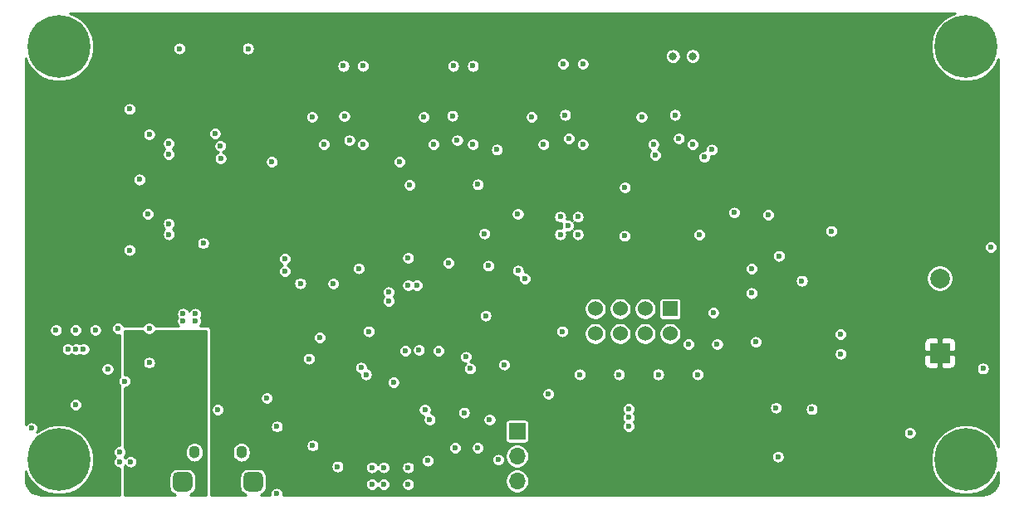
<source format=gbr>
%TF.GenerationSoftware,KiCad,Pcbnew,5.1.9-73d0e3b20d~88~ubuntu20.04.1*%
%TF.CreationDate,2021-03-25T20:20:19-05:00*%
%TF.ProjectId,DroneController,44726f6e-6543-46f6-9e74-726f6c6c6572,rev?*%
%TF.SameCoordinates,Original*%
%TF.FileFunction,Copper,L3,Inr*%
%TF.FilePolarity,Positive*%
%FSLAX46Y46*%
G04 Gerber Fmt 4.6, Leading zero omitted, Abs format (unit mm)*
G04 Created by KiCad (PCBNEW 5.1.9-73d0e3b20d~88~ubuntu20.04.1) date 2021-03-25 20:20:19*
%MOMM*%
%LPD*%
G01*
G04 APERTURE LIST*
%TA.AperFunction,ComponentPad*%
%ADD10O,1.700000X1.700000*%
%TD*%
%TA.AperFunction,ComponentPad*%
%ADD11R,1.700000X1.700000*%
%TD*%
%TA.AperFunction,ComponentPad*%
%ADD12O,1.100000X1.300000*%
%TD*%
%TA.AperFunction,ComponentPad*%
%ADD13C,1.524000*%
%TD*%
%TA.AperFunction,ComponentPad*%
%ADD14R,1.524000X1.524000*%
%TD*%
%TA.AperFunction,ComponentPad*%
%ADD15C,0.800000*%
%TD*%
%TA.AperFunction,ComponentPad*%
%ADD16C,6.400000*%
%TD*%
%TA.AperFunction,ComponentPad*%
%ADD17C,2.000000*%
%TD*%
%TA.AperFunction,ComponentPad*%
%ADD18R,2.000000X2.000000*%
%TD*%
%TA.AperFunction,ViaPad*%
%ADD19C,0.600000*%
%TD*%
%TA.AperFunction,ViaPad*%
%ADD20C,0.800000*%
%TD*%
%TA.AperFunction,Conductor*%
%ADD21C,0.254000*%
%TD*%
%TA.AperFunction,Conductor*%
%ADD22C,0.100000*%
%TD*%
G04 APERTURE END LIST*
D10*
%TO.N,GND*%
%TO.C,J1*%
X160500000Y-128180000D03*
%TO.N,/Processor/DBG_UART_RX*%
X160500000Y-125640000D03*
D11*
%TO.N,/Processor/DBG_UART_TX*%
X160500000Y-123100000D03*
%TD*%
D12*
%TO.N,GND*%
%TO.C,J2*%
X132400000Y-125250000D03*
X127600000Y-125250000D03*
%TA.AperFunction,ComponentPad*%
G36*
G01*
X132600000Y-128750000D02*
X132600000Y-127750000D01*
G75*
G02*
X133100000Y-127250000I500000J0D01*
G01*
X134100000Y-127250000D01*
G75*
G02*
X134600000Y-127750000I0J-500000D01*
G01*
X134600000Y-128750000D01*
G75*
G02*
X134100000Y-129250000I-500000J0D01*
G01*
X133100000Y-129250000D01*
G75*
G02*
X132600000Y-128750000I0J500000D01*
G01*
G37*
%TD.AperFunction*%
%TA.AperFunction,ComponentPad*%
G36*
G01*
X125400000Y-128750000D02*
X125400000Y-127750000D01*
G75*
G02*
X125900000Y-127250000I500000J0D01*
G01*
X126900000Y-127250000D01*
G75*
G02*
X127400000Y-127750000I0J-500000D01*
G01*
X127400000Y-128750000D01*
G75*
G02*
X126900000Y-129250000I-500000J0D01*
G01*
X125900000Y-129250000D01*
G75*
G02*
X125400000Y-128750000I0J500000D01*
G01*
G37*
%TD.AperFunction*%
%TD*%
D13*
%TO.N,/Processor/RF24_nIRQ*%
%TO.C,U6*%
X168480000Y-113140000D03*
%TO.N,/Processor/RF24_MISO*%
X168480000Y-110600000D03*
%TO.N,/Processor/RF24_MOSI*%
X171020000Y-113140000D03*
%TO.N,/Processor/RF24_SCK*%
X171020000Y-110600000D03*
%TO.N,/Processor/RF24_nCS*%
X173560000Y-113140000D03*
%TO.N,/Processor/RF24_CE*%
X173560000Y-110600000D03*
%TO.N,Net-(C34-Pad1)*%
X176100000Y-113140000D03*
D14*
%TO.N,GND*%
X176100000Y-110600000D03*
%TD*%
D15*
%TO.N,GND*%
%TO.C,H4*%
X207945056Y-124286944D03*
X206248000Y-123584000D03*
X204550944Y-124286944D03*
X203848000Y-125984000D03*
X204550944Y-127681056D03*
X206248000Y-128384000D03*
X207945056Y-127681056D03*
X208648000Y-125984000D03*
D16*
X206248000Y-125984000D03*
%TD*%
D15*
%TO.N,GND*%
%TO.C,H3*%
X207945056Y-82122944D03*
X206248000Y-81420000D03*
X204550944Y-82122944D03*
X203848000Y-83820000D03*
X204550944Y-85517056D03*
X206248000Y-86220000D03*
X207945056Y-85517056D03*
X208648000Y-83820000D03*
D16*
X206248000Y-83820000D03*
%TD*%
D15*
%TO.N,GND*%
%TO.C,H2*%
X115489056Y-124286944D03*
X113792000Y-123584000D03*
X112094944Y-124286944D03*
X111392000Y-125984000D03*
X112094944Y-127681056D03*
X113792000Y-128384000D03*
X115489056Y-127681056D03*
X116192000Y-125984000D03*
D16*
X113792000Y-125984000D03*
%TD*%
D15*
%TO.N,GND*%
%TO.C,H1*%
X115489056Y-82122944D03*
X113792000Y-81420000D03*
X112094944Y-82122944D03*
X111392000Y-83820000D03*
X112094944Y-85517056D03*
X113792000Y-86220000D03*
X115489056Y-85517056D03*
X116192000Y-83820000D03*
D16*
X113792000Y-83820000D03*
%TD*%
D17*
%TO.N,Net-(BZ1-Pad2)*%
%TO.C,BZ1*%
X203600000Y-107500000D03*
D18*
%TO.N,+3V3*%
X203600000Y-115100000D03*
%TD*%
D19*
%TO.N,+3V3*%
X133400000Y-113800000D03*
X173900000Y-120600000D03*
X173900000Y-123100000D03*
X165900000Y-123100000D03*
X165900000Y-120600000D03*
X144400000Y-126800000D03*
X144400000Y-128500000D03*
X132300000Y-116900000D03*
X133300000Y-116900000D03*
X134300000Y-116900000D03*
X133300000Y-110900000D03*
X132300000Y-110900000D03*
X134300000Y-110900000D03*
X171800000Y-93000000D03*
X181000000Y-93000000D03*
X169800000Y-93000000D03*
X160600000Y-93000000D03*
X158600000Y-93000000D03*
X149400000Y-93000000D03*
X147400000Y-93000000D03*
X138200000Y-93000000D03*
X121000000Y-96600000D03*
X122000000Y-104600000D03*
X156200000Y-122400000D03*
X153400000Y-122400000D03*
X155400000Y-124800000D03*
X135990000Y-123610000D03*
X145400000Y-113900000D03*
X130600000Y-119100000D03*
X186550000Y-126450000D03*
X122000000Y-90200000D03*
X119300000Y-100400000D03*
X121000000Y-98200000D03*
X119500000Y-92400000D03*
X130400000Y-113800000D03*
X130400000Y-113100000D03*
X130400000Y-114500000D03*
X131100000Y-113100000D03*
X131100000Y-113800000D03*
X131100000Y-114500000D03*
X144380000Y-105520000D03*
X179900000Y-107600000D03*
X154900000Y-106680000D03*
X184820000Y-113020000D03*
X130490000Y-88590000D03*
X123500000Y-88600004D03*
X131480000Y-91920000D03*
X160600000Y-101800000D03*
X162700000Y-118600000D03*
X183914167Y-102185831D03*
X182599994Y-102000000D03*
X165100002Y-112000000D03*
%TO.N,GND*%
X165700000Y-102100000D03*
X164900000Y-101200000D03*
X164900000Y-103000000D03*
X166700000Y-103000000D03*
X166700000Y-101200000D03*
X171900000Y-122600000D03*
X149400000Y-126800000D03*
X149400000Y-128500000D03*
X146900000Y-128500000D03*
X146900000Y-126800000D03*
X145700000Y-128500000D03*
X145700000Y-126800000D03*
X126450000Y-111850000D03*
X126450000Y-111100000D03*
X127700000Y-111100000D03*
X127700000Y-111850000D03*
X113500000Y-112750000D03*
X115500000Y-112750000D03*
X117500000Y-112750000D03*
X120480000Y-117980000D03*
X123000000Y-112600000D03*
X123000000Y-116100000D03*
X177000000Y-93200000D03*
X178400000Y-93800000D03*
X174400000Y-93800000D03*
D20*
X176400000Y-84800000D03*
X178400000Y-84800000D03*
D19*
X165800000Y-93200000D03*
X167200000Y-93800000D03*
X163200000Y-93800000D03*
X167200000Y-85600000D03*
X165200000Y-85600000D03*
X154000000Y-85800000D03*
X142800000Y-85800000D03*
X156000000Y-85800000D03*
X144800000Y-85800000D03*
X152000000Y-93800000D03*
X154400000Y-93400000D03*
X156000000Y-93800000D03*
X143400000Y-93400000D03*
X144800000Y-93800000D03*
X140800000Y-93800000D03*
X121000000Y-104600000D03*
X208000000Y-116700000D03*
X156500000Y-124800000D03*
X154200000Y-124800000D03*
X139665004Y-124565004D03*
X142200000Y-126700000D03*
X135990000Y-129490000D03*
X151400000Y-126100000D03*
X158600000Y-126000000D03*
X145400000Y-112900000D03*
X136020000Y-122620000D03*
X135000000Y-119700000D03*
X159200000Y-116300000D03*
X166900000Y-117300000D03*
X170900000Y-117300000D03*
X174900000Y-117300000D03*
X178900000Y-117300000D03*
X186900000Y-120700000D03*
X190550000Y-120850000D03*
X187100000Y-125700000D03*
X200550000Y-123250000D03*
X121000000Y-90200000D03*
X122000000Y-97400000D03*
X122880000Y-100920000D03*
X123000000Y-92800000D03*
X144380000Y-106480000D03*
X138400000Y-108000000D03*
X153500000Y-105900000D03*
X180900000Y-114200000D03*
X178000000Y-114200000D03*
X157584990Y-106200000D03*
X184820000Y-113980000D03*
X119795408Y-112595408D03*
X140375000Y-113525000D03*
X133075000Y-84025000D03*
X126075000Y-84024996D03*
X128500000Y-103900000D03*
X129700000Y-92700000D03*
X208787500Y-104287500D03*
X160580000Y-100920000D03*
X149555000Y-97955000D03*
X171500000Y-98199994D03*
X192545000Y-102655000D03*
X186110000Y-100990000D03*
X180500000Y-111000000D03*
X171900000Y-120800000D03*
X171900000Y-121700000D03*
X182640914Y-100769989D03*
X165100000Y-112900000D03*
%TO.N,Net-(C11-Pad1)*%
X176600000Y-90800000D03*
%TO.N,Net-(C14-Pad1)*%
X165400000Y-90800000D03*
%TO.N,Net-(C17-Pad1)*%
X153910000Y-90890000D03*
%TO.N,Net-(C20-Pad1)*%
X142890000Y-90910000D03*
%TO.N,/Human Machine Interface/nRESET*%
X155100000Y-121200000D03*
X139300000Y-115700000D03*
%TO.N,+5V*%
X130000000Y-120900000D03*
%TO.N,/Power Supply/vBatt*%
X114700000Y-114700000D03*
X115525000Y-114725000D03*
X116300000Y-114700000D03*
%TO.N,/Processor/VSense_Batt*%
X118760000Y-116760000D03*
%TO.N,/Processor/DBG_UART_RX*%
X161300000Y-107500000D03*
%TO.N,/Processor/DBG_UART_TX*%
X160600000Y-106700000D03*
%TO.N,Net-(J8-Pad1)*%
X173200000Y-91000000D03*
%TO.N,Net-(J10-Pad1)*%
X162000000Y-91000000D03*
%TO.N,Net-(J12-Pad1)*%
X151000000Y-91000000D03*
%TO.N,Net-(J14-Pad1)*%
X139600000Y-91000000D03*
%TO.N,/Human Machine Interface/ENC1_A*%
X147400000Y-108900000D03*
X125000000Y-93700000D03*
%TO.N,/Human Machine Interface/ENC1_B*%
X147400000Y-109800000D03*
X125000000Y-94800000D03*
%TO.N,/Human Machine Interface/ENC0_A*%
X125000000Y-101900000D03*
X147900000Y-118100000D03*
%TO.N,/Human Machine Interface/ENC0_B*%
X125000000Y-103000000D03*
X157700000Y-121899998D03*
%TO.N,/Processor/EEPROM_SDA*%
X145100000Y-117300000D03*
X150500000Y-114800000D03*
%TO.N,/Processor/EEPROM_SCL*%
X149100000Y-114900000D03*
X144600000Y-116600000D03*
%TO.N,GND*%
X119990000Y-126210000D03*
X121110000Y-126210000D03*
%TO.N,/Human Machine Interface/KEY_nCS*%
X151600000Y-121900000D03*
X135500000Y-95600000D03*
X157175003Y-102925003D03*
X179075000Y-103025000D03*
%TO.N,Net-(U1-Pad10)*%
X148500000Y-95600000D03*
X174600000Y-94900000D03*
%TO.N,/Human Machine Interface/KEY_MISO*%
X155300000Y-115500000D03*
X171455004Y-103155004D03*
%TO.N,/Human Machine Interface/KEY_SCK*%
X152500000Y-114900000D03*
X130275000Y-95225000D03*
X179600000Y-95100000D03*
X156500000Y-97900000D03*
X187195000Y-105195000D03*
%TO.N,/Human Machine Interface/KEY_nSAMPLE*%
X151100000Y-120900000D03*
X130255000Y-93955000D03*
X180345000Y-94345000D03*
X158445000Y-94344996D03*
%TO.N,/Processor/NOR_SCK*%
X141775000Y-108034998D03*
%TO.N,/Processor/NOR_MOSI*%
X149400000Y-108200000D03*
%TO.N,/Processor/NOR_MISO*%
X136825000Y-106765000D03*
%TO.N,/Processor/NOR_nCS*%
X136825000Y-105495000D03*
%TO.N,/Processor/KEY_MOSI*%
X184400000Y-109000000D03*
X157300000Y-111300000D03*
%TO.N,/Processor/KeyOut_nCS*%
X155700000Y-116700000D03*
X184400000Y-106500000D03*
%TO.N,/Wireless/BT_TX*%
X193500000Y-115200000D03*
%TO.N,/Wireless/BT_RX*%
X193487500Y-113200000D03*
%TO.N,/Power Supply/vBatt*%
X127800000Y-115700000D03*
X127800000Y-116600000D03*
%TO.N,+5V*%
X110990000Y-122790000D03*
X115500000Y-120400000D03*
%TO.N,/Power Supply/vBatt*%
X127050000Y-116150000D03*
%TO.N,/Power Supply/CHG_nEN*%
X189535000Y-107735000D03*
X120000000Y-125200000D03*
%TO.N,Net-(R92-Pad2)*%
X149400000Y-105400000D03*
X150300000Y-108200000D03*
%TO.N,/Processor/VSense_Batt*%
X163700000Y-119300000D03*
%TD*%
D21*
%TO.N,+3V3*%
X204551760Y-80646559D02*
X203965246Y-81038456D01*
X203466456Y-81537246D01*
X203074559Y-82123760D01*
X202804616Y-82775461D01*
X202667000Y-83467302D01*
X202667000Y-84172698D01*
X202804616Y-84864539D01*
X203074559Y-85516240D01*
X203466456Y-86102754D01*
X203965246Y-86601544D01*
X204551760Y-86993441D01*
X205203461Y-87263384D01*
X205895302Y-87401000D01*
X206600698Y-87401000D01*
X207292539Y-87263384D01*
X207944240Y-86993441D01*
X208530754Y-86601544D01*
X209029544Y-86102754D01*
X209421441Y-85516240D01*
X209594000Y-85099645D01*
X209594001Y-124704357D01*
X209421441Y-124287760D01*
X209029544Y-123701246D01*
X208530754Y-123202456D01*
X207944240Y-122810559D01*
X207292539Y-122540616D01*
X206600698Y-122403000D01*
X205895302Y-122403000D01*
X205203461Y-122540616D01*
X204551760Y-122810559D01*
X203965246Y-123202456D01*
X203466456Y-123701246D01*
X203074559Y-124287760D01*
X202804616Y-124939461D01*
X202667000Y-125631302D01*
X202667000Y-126336698D01*
X202804616Y-127028539D01*
X203074559Y-127680240D01*
X203466456Y-128266754D01*
X203965246Y-128765544D01*
X204551760Y-129157441D01*
X205203461Y-129427384D01*
X205895302Y-129565000D01*
X206600698Y-129565000D01*
X207292539Y-129427384D01*
X207944240Y-129157441D01*
X208530754Y-128765544D01*
X209029544Y-128266754D01*
X209421441Y-127680240D01*
X209594001Y-127263643D01*
X209594001Y-127980136D01*
X209561733Y-128309230D01*
X209471926Y-128606684D01*
X209326056Y-128881025D01*
X209129675Y-129121813D01*
X208890265Y-129319871D01*
X208616948Y-129467654D01*
X208320128Y-129559535D01*
X207992218Y-129594000D01*
X136663655Y-129594000D01*
X136671000Y-129557073D01*
X136671000Y-129422927D01*
X136644829Y-129291360D01*
X136593494Y-129167426D01*
X136518967Y-129055888D01*
X136424112Y-128961033D01*
X136312574Y-128886506D01*
X136188640Y-128835171D01*
X136057073Y-128809000D01*
X135922927Y-128809000D01*
X135791360Y-128835171D01*
X135667426Y-128886506D01*
X135555888Y-128961033D01*
X135461033Y-129055888D01*
X135386506Y-129167426D01*
X135335171Y-129291360D01*
X135309000Y-129422927D01*
X135309000Y-129557073D01*
X135316345Y-129594000D01*
X134344360Y-129594000D01*
X134437849Y-129565641D01*
X134590481Y-129484057D01*
X134724264Y-129374264D01*
X134834057Y-129240481D01*
X134915641Y-129087849D01*
X134965879Y-128922234D01*
X134982843Y-128750000D01*
X134982843Y-128432927D01*
X145019000Y-128432927D01*
X145019000Y-128567073D01*
X145045171Y-128698640D01*
X145096506Y-128822574D01*
X145171033Y-128934112D01*
X145265888Y-129028967D01*
X145377426Y-129103494D01*
X145501360Y-129154829D01*
X145632927Y-129181000D01*
X145767073Y-129181000D01*
X145898640Y-129154829D01*
X146022574Y-129103494D01*
X146134112Y-129028967D01*
X146228967Y-128934112D01*
X146300000Y-128827803D01*
X146371033Y-128934112D01*
X146465888Y-129028967D01*
X146577426Y-129103494D01*
X146701360Y-129154829D01*
X146832927Y-129181000D01*
X146967073Y-129181000D01*
X147098640Y-129154829D01*
X147222574Y-129103494D01*
X147334112Y-129028967D01*
X147428967Y-128934112D01*
X147503494Y-128822574D01*
X147554829Y-128698640D01*
X147581000Y-128567073D01*
X147581000Y-128432927D01*
X148719000Y-128432927D01*
X148719000Y-128567073D01*
X148745171Y-128698640D01*
X148796506Y-128822574D01*
X148871033Y-128934112D01*
X148965888Y-129028967D01*
X149077426Y-129103494D01*
X149201360Y-129154829D01*
X149332927Y-129181000D01*
X149467073Y-129181000D01*
X149598640Y-129154829D01*
X149722574Y-129103494D01*
X149834112Y-129028967D01*
X149928967Y-128934112D01*
X150003494Y-128822574D01*
X150054829Y-128698640D01*
X150081000Y-128567073D01*
X150081000Y-128432927D01*
X150054829Y-128301360D01*
X150003494Y-128177426D01*
X149928967Y-128065888D01*
X149921836Y-128058757D01*
X159269000Y-128058757D01*
X159269000Y-128301243D01*
X159316307Y-128539069D01*
X159409102Y-128763097D01*
X159543820Y-128964717D01*
X159715283Y-129136180D01*
X159916903Y-129270898D01*
X160140931Y-129363693D01*
X160378757Y-129411000D01*
X160621243Y-129411000D01*
X160859069Y-129363693D01*
X161083097Y-129270898D01*
X161284717Y-129136180D01*
X161456180Y-128964717D01*
X161590898Y-128763097D01*
X161683693Y-128539069D01*
X161731000Y-128301243D01*
X161731000Y-128058757D01*
X161683693Y-127820931D01*
X161590898Y-127596903D01*
X161456180Y-127395283D01*
X161284717Y-127223820D01*
X161083097Y-127089102D01*
X160859069Y-126996307D01*
X160621243Y-126949000D01*
X160378757Y-126949000D01*
X160140931Y-126996307D01*
X159916903Y-127089102D01*
X159715283Y-127223820D01*
X159543820Y-127395283D01*
X159409102Y-127596903D01*
X159316307Y-127820931D01*
X159269000Y-128058757D01*
X149921836Y-128058757D01*
X149834112Y-127971033D01*
X149722574Y-127896506D01*
X149598640Y-127845171D01*
X149467073Y-127819000D01*
X149332927Y-127819000D01*
X149201360Y-127845171D01*
X149077426Y-127896506D01*
X148965888Y-127971033D01*
X148871033Y-128065888D01*
X148796506Y-128177426D01*
X148745171Y-128301360D01*
X148719000Y-128432927D01*
X147581000Y-128432927D01*
X147554829Y-128301360D01*
X147503494Y-128177426D01*
X147428967Y-128065888D01*
X147334112Y-127971033D01*
X147222574Y-127896506D01*
X147098640Y-127845171D01*
X146967073Y-127819000D01*
X146832927Y-127819000D01*
X146701360Y-127845171D01*
X146577426Y-127896506D01*
X146465888Y-127971033D01*
X146371033Y-128065888D01*
X146300000Y-128172197D01*
X146228967Y-128065888D01*
X146134112Y-127971033D01*
X146022574Y-127896506D01*
X145898640Y-127845171D01*
X145767073Y-127819000D01*
X145632927Y-127819000D01*
X145501360Y-127845171D01*
X145377426Y-127896506D01*
X145265888Y-127971033D01*
X145171033Y-128065888D01*
X145096506Y-128177426D01*
X145045171Y-128301360D01*
X145019000Y-128432927D01*
X134982843Y-128432927D01*
X134982843Y-127750000D01*
X134965879Y-127577766D01*
X134915641Y-127412151D01*
X134834057Y-127259519D01*
X134724264Y-127125736D01*
X134590481Y-127015943D01*
X134437849Y-126934359D01*
X134272234Y-126884121D01*
X134100000Y-126867157D01*
X133100000Y-126867157D01*
X132927766Y-126884121D01*
X132762151Y-126934359D01*
X132609519Y-127015943D01*
X132475736Y-127125736D01*
X132365943Y-127259519D01*
X132284359Y-127412151D01*
X132234121Y-127577766D01*
X132217157Y-127750000D01*
X132217157Y-128750000D01*
X132234121Y-128922234D01*
X132284359Y-129087849D01*
X132365943Y-129240481D01*
X132475736Y-129374264D01*
X132609519Y-129484057D01*
X132762151Y-129565641D01*
X132855640Y-129594000D01*
X129281000Y-129594000D01*
X129281000Y-126632927D01*
X141519000Y-126632927D01*
X141519000Y-126767073D01*
X141545171Y-126898640D01*
X141596506Y-127022574D01*
X141671033Y-127134112D01*
X141765888Y-127228967D01*
X141877426Y-127303494D01*
X142001360Y-127354829D01*
X142132927Y-127381000D01*
X142267073Y-127381000D01*
X142398640Y-127354829D01*
X142522574Y-127303494D01*
X142634112Y-127228967D01*
X142728967Y-127134112D01*
X142803494Y-127022574D01*
X142854829Y-126898640D01*
X142881000Y-126767073D01*
X142881000Y-126732927D01*
X145019000Y-126732927D01*
X145019000Y-126867073D01*
X145045171Y-126998640D01*
X145096506Y-127122574D01*
X145171033Y-127234112D01*
X145265888Y-127328967D01*
X145377426Y-127403494D01*
X145501360Y-127454829D01*
X145632927Y-127481000D01*
X145767073Y-127481000D01*
X145898640Y-127454829D01*
X146022574Y-127403494D01*
X146134112Y-127328967D01*
X146228967Y-127234112D01*
X146300000Y-127127803D01*
X146371033Y-127234112D01*
X146465888Y-127328967D01*
X146577426Y-127403494D01*
X146701360Y-127454829D01*
X146832927Y-127481000D01*
X146967073Y-127481000D01*
X147098640Y-127454829D01*
X147222574Y-127403494D01*
X147334112Y-127328967D01*
X147428967Y-127234112D01*
X147503494Y-127122574D01*
X147554829Y-126998640D01*
X147581000Y-126867073D01*
X147581000Y-126732927D01*
X148719000Y-126732927D01*
X148719000Y-126867073D01*
X148745171Y-126998640D01*
X148796506Y-127122574D01*
X148871033Y-127234112D01*
X148965888Y-127328967D01*
X149077426Y-127403494D01*
X149201360Y-127454829D01*
X149332927Y-127481000D01*
X149467073Y-127481000D01*
X149598640Y-127454829D01*
X149722574Y-127403494D01*
X149834112Y-127328967D01*
X149928967Y-127234112D01*
X150003494Y-127122574D01*
X150054829Y-126998640D01*
X150081000Y-126867073D01*
X150081000Y-126732927D01*
X150054829Y-126601360D01*
X150003494Y-126477426D01*
X149928967Y-126365888D01*
X149834112Y-126271033D01*
X149722574Y-126196506D01*
X149598640Y-126145171D01*
X149467073Y-126119000D01*
X149332927Y-126119000D01*
X149201360Y-126145171D01*
X149077426Y-126196506D01*
X148965888Y-126271033D01*
X148871033Y-126365888D01*
X148796506Y-126477426D01*
X148745171Y-126601360D01*
X148719000Y-126732927D01*
X147581000Y-126732927D01*
X147554829Y-126601360D01*
X147503494Y-126477426D01*
X147428967Y-126365888D01*
X147334112Y-126271033D01*
X147222574Y-126196506D01*
X147098640Y-126145171D01*
X146967073Y-126119000D01*
X146832927Y-126119000D01*
X146701360Y-126145171D01*
X146577426Y-126196506D01*
X146465888Y-126271033D01*
X146371033Y-126365888D01*
X146300000Y-126472197D01*
X146228967Y-126365888D01*
X146134112Y-126271033D01*
X146022574Y-126196506D01*
X145898640Y-126145171D01*
X145767073Y-126119000D01*
X145632927Y-126119000D01*
X145501360Y-126145171D01*
X145377426Y-126196506D01*
X145265888Y-126271033D01*
X145171033Y-126365888D01*
X145096506Y-126477426D01*
X145045171Y-126601360D01*
X145019000Y-126732927D01*
X142881000Y-126732927D01*
X142881000Y-126632927D01*
X142854829Y-126501360D01*
X142803494Y-126377426D01*
X142728967Y-126265888D01*
X142634112Y-126171033D01*
X142522574Y-126096506D01*
X142398640Y-126045171D01*
X142337087Y-126032927D01*
X150719000Y-126032927D01*
X150719000Y-126167073D01*
X150745171Y-126298640D01*
X150796506Y-126422574D01*
X150871033Y-126534112D01*
X150965888Y-126628967D01*
X151077426Y-126703494D01*
X151201360Y-126754829D01*
X151332927Y-126781000D01*
X151467073Y-126781000D01*
X151598640Y-126754829D01*
X151722574Y-126703494D01*
X151834112Y-126628967D01*
X151928967Y-126534112D01*
X152003494Y-126422574D01*
X152054829Y-126298640D01*
X152081000Y-126167073D01*
X152081000Y-126032927D01*
X152061109Y-125932927D01*
X157919000Y-125932927D01*
X157919000Y-126067073D01*
X157945171Y-126198640D01*
X157996506Y-126322574D01*
X158071033Y-126434112D01*
X158165888Y-126528967D01*
X158277426Y-126603494D01*
X158401360Y-126654829D01*
X158532927Y-126681000D01*
X158667073Y-126681000D01*
X158798640Y-126654829D01*
X158922574Y-126603494D01*
X159034112Y-126528967D01*
X159128967Y-126434112D01*
X159203494Y-126322574D01*
X159254829Y-126198640D01*
X159281000Y-126067073D01*
X159281000Y-125932927D01*
X159254829Y-125801360D01*
X159203494Y-125677426D01*
X159128967Y-125565888D01*
X159081836Y-125518757D01*
X159269000Y-125518757D01*
X159269000Y-125761243D01*
X159316307Y-125999069D01*
X159409102Y-126223097D01*
X159543820Y-126424717D01*
X159715283Y-126596180D01*
X159916903Y-126730898D01*
X160140931Y-126823693D01*
X160378757Y-126871000D01*
X160621243Y-126871000D01*
X160859069Y-126823693D01*
X161083097Y-126730898D01*
X161284717Y-126596180D01*
X161456180Y-126424717D01*
X161590898Y-126223097D01*
X161683693Y-125999069D01*
X161731000Y-125761243D01*
X161731000Y-125632927D01*
X186419000Y-125632927D01*
X186419000Y-125767073D01*
X186445171Y-125898640D01*
X186496506Y-126022574D01*
X186571033Y-126134112D01*
X186665888Y-126228967D01*
X186777426Y-126303494D01*
X186901360Y-126354829D01*
X187032927Y-126381000D01*
X187167073Y-126381000D01*
X187298640Y-126354829D01*
X187422574Y-126303494D01*
X187534112Y-126228967D01*
X187628967Y-126134112D01*
X187703494Y-126022574D01*
X187754829Y-125898640D01*
X187781000Y-125767073D01*
X187781000Y-125632927D01*
X187754829Y-125501360D01*
X187703494Y-125377426D01*
X187628967Y-125265888D01*
X187534112Y-125171033D01*
X187422574Y-125096506D01*
X187298640Y-125045171D01*
X187167073Y-125019000D01*
X187032927Y-125019000D01*
X186901360Y-125045171D01*
X186777426Y-125096506D01*
X186665888Y-125171033D01*
X186571033Y-125265888D01*
X186496506Y-125377426D01*
X186445171Y-125501360D01*
X186419000Y-125632927D01*
X161731000Y-125632927D01*
X161731000Y-125518757D01*
X161683693Y-125280931D01*
X161590898Y-125056903D01*
X161456180Y-124855283D01*
X161284717Y-124683820D01*
X161083097Y-124549102D01*
X160859069Y-124456307D01*
X160621243Y-124409000D01*
X160378757Y-124409000D01*
X160140931Y-124456307D01*
X159916903Y-124549102D01*
X159715283Y-124683820D01*
X159543820Y-124855283D01*
X159409102Y-125056903D01*
X159316307Y-125280931D01*
X159269000Y-125518757D01*
X159081836Y-125518757D01*
X159034112Y-125471033D01*
X158922574Y-125396506D01*
X158798640Y-125345171D01*
X158667073Y-125319000D01*
X158532927Y-125319000D01*
X158401360Y-125345171D01*
X158277426Y-125396506D01*
X158165888Y-125471033D01*
X158071033Y-125565888D01*
X157996506Y-125677426D01*
X157945171Y-125801360D01*
X157919000Y-125932927D01*
X152061109Y-125932927D01*
X152054829Y-125901360D01*
X152003494Y-125777426D01*
X151928967Y-125665888D01*
X151834112Y-125571033D01*
X151722574Y-125496506D01*
X151598640Y-125445171D01*
X151467073Y-125419000D01*
X151332927Y-125419000D01*
X151201360Y-125445171D01*
X151077426Y-125496506D01*
X150965888Y-125571033D01*
X150871033Y-125665888D01*
X150796506Y-125777426D01*
X150745171Y-125901360D01*
X150719000Y-126032927D01*
X142337087Y-126032927D01*
X142267073Y-126019000D01*
X142132927Y-126019000D01*
X142001360Y-126045171D01*
X141877426Y-126096506D01*
X141765888Y-126171033D01*
X141671033Y-126265888D01*
X141596506Y-126377426D01*
X141545171Y-126501360D01*
X141519000Y-126632927D01*
X129281000Y-126632927D01*
X129281000Y-125104270D01*
X131469000Y-125104270D01*
X131469000Y-125395731D01*
X131482471Y-125532508D01*
X131535707Y-125708002D01*
X131622157Y-125869738D01*
X131738499Y-126011501D01*
X131880263Y-126127843D01*
X132041999Y-126214293D01*
X132217493Y-126267529D01*
X132400000Y-126285504D01*
X132582508Y-126267529D01*
X132758002Y-126214293D01*
X132919738Y-126127843D01*
X133061501Y-126011501D01*
X133177843Y-125869738D01*
X133264293Y-125708002D01*
X133317529Y-125532507D01*
X133331000Y-125395730D01*
X133331000Y-125104269D01*
X133317529Y-124967492D01*
X133264293Y-124791998D01*
X133177843Y-124630262D01*
X133069242Y-124497931D01*
X138984004Y-124497931D01*
X138984004Y-124632077D01*
X139010175Y-124763644D01*
X139061510Y-124887578D01*
X139136037Y-124999116D01*
X139230892Y-125093971D01*
X139342430Y-125168498D01*
X139466364Y-125219833D01*
X139597931Y-125246004D01*
X139732077Y-125246004D01*
X139863644Y-125219833D01*
X139987578Y-125168498D01*
X140099116Y-125093971D01*
X140193971Y-124999116D01*
X140268498Y-124887578D01*
X140319833Y-124763644D01*
X140325943Y-124732927D01*
X153519000Y-124732927D01*
X153519000Y-124867073D01*
X153545171Y-124998640D01*
X153596506Y-125122574D01*
X153671033Y-125234112D01*
X153765888Y-125328967D01*
X153877426Y-125403494D01*
X154001360Y-125454829D01*
X154132927Y-125481000D01*
X154267073Y-125481000D01*
X154398640Y-125454829D01*
X154522574Y-125403494D01*
X154634112Y-125328967D01*
X154728967Y-125234112D01*
X154803494Y-125122574D01*
X154854829Y-124998640D01*
X154881000Y-124867073D01*
X154881000Y-124732927D01*
X155819000Y-124732927D01*
X155819000Y-124867073D01*
X155845171Y-124998640D01*
X155896506Y-125122574D01*
X155971033Y-125234112D01*
X156065888Y-125328967D01*
X156177426Y-125403494D01*
X156301360Y-125454829D01*
X156432927Y-125481000D01*
X156567073Y-125481000D01*
X156698640Y-125454829D01*
X156822574Y-125403494D01*
X156934112Y-125328967D01*
X157028967Y-125234112D01*
X157103494Y-125122574D01*
X157154829Y-124998640D01*
X157181000Y-124867073D01*
X157181000Y-124732927D01*
X157154829Y-124601360D01*
X157103494Y-124477426D01*
X157028967Y-124365888D01*
X156934112Y-124271033D01*
X156822574Y-124196506D01*
X156698640Y-124145171D01*
X156567073Y-124119000D01*
X156432927Y-124119000D01*
X156301360Y-124145171D01*
X156177426Y-124196506D01*
X156065888Y-124271033D01*
X155971033Y-124365888D01*
X155896506Y-124477426D01*
X155845171Y-124601360D01*
X155819000Y-124732927D01*
X154881000Y-124732927D01*
X154854829Y-124601360D01*
X154803494Y-124477426D01*
X154728967Y-124365888D01*
X154634112Y-124271033D01*
X154522574Y-124196506D01*
X154398640Y-124145171D01*
X154267073Y-124119000D01*
X154132927Y-124119000D01*
X154001360Y-124145171D01*
X153877426Y-124196506D01*
X153765888Y-124271033D01*
X153671033Y-124365888D01*
X153596506Y-124477426D01*
X153545171Y-124601360D01*
X153519000Y-124732927D01*
X140325943Y-124732927D01*
X140346004Y-124632077D01*
X140346004Y-124497931D01*
X140319833Y-124366364D01*
X140268498Y-124242430D01*
X140193971Y-124130892D01*
X140099116Y-124036037D01*
X139987578Y-123961510D01*
X139863644Y-123910175D01*
X139732077Y-123884004D01*
X139597931Y-123884004D01*
X139466364Y-123910175D01*
X139342430Y-123961510D01*
X139230892Y-124036037D01*
X139136037Y-124130892D01*
X139061510Y-124242430D01*
X139010175Y-124366364D01*
X138984004Y-124497931D01*
X133069242Y-124497931D01*
X133061501Y-124488499D01*
X132919737Y-124372157D01*
X132758001Y-124285707D01*
X132582507Y-124232471D01*
X132400000Y-124214496D01*
X132217492Y-124232471D01*
X132041998Y-124285707D01*
X131880262Y-124372157D01*
X131738499Y-124488499D01*
X131622157Y-124630263D01*
X131535707Y-124791999D01*
X131482471Y-124967493D01*
X131469000Y-125104270D01*
X129281000Y-125104270D01*
X129281000Y-122552927D01*
X135339000Y-122552927D01*
X135339000Y-122687073D01*
X135365171Y-122818640D01*
X135416506Y-122942574D01*
X135491033Y-123054112D01*
X135585888Y-123148967D01*
X135697426Y-123223494D01*
X135821360Y-123274829D01*
X135952927Y-123301000D01*
X136087073Y-123301000D01*
X136218640Y-123274829D01*
X136342574Y-123223494D01*
X136454112Y-123148967D01*
X136548967Y-123054112D01*
X136623494Y-122942574D01*
X136674829Y-122818640D01*
X136701000Y-122687073D01*
X136701000Y-122552927D01*
X136674829Y-122421360D01*
X136623494Y-122297426D01*
X136548967Y-122185888D01*
X136454112Y-122091033D01*
X136342574Y-122016506D01*
X136218640Y-121965171D01*
X136087073Y-121939000D01*
X135952927Y-121939000D01*
X135821360Y-121965171D01*
X135697426Y-122016506D01*
X135585888Y-122091033D01*
X135491033Y-122185888D01*
X135416506Y-122297426D01*
X135365171Y-122421360D01*
X135339000Y-122552927D01*
X129281000Y-122552927D01*
X129281000Y-120832927D01*
X129319000Y-120832927D01*
X129319000Y-120967073D01*
X129345171Y-121098640D01*
X129396506Y-121222574D01*
X129471033Y-121334112D01*
X129565888Y-121428967D01*
X129677426Y-121503494D01*
X129801360Y-121554829D01*
X129932927Y-121581000D01*
X130067073Y-121581000D01*
X130198640Y-121554829D01*
X130322574Y-121503494D01*
X130434112Y-121428967D01*
X130528967Y-121334112D01*
X130603494Y-121222574D01*
X130654829Y-121098640D01*
X130681000Y-120967073D01*
X130681000Y-120832927D01*
X150419000Y-120832927D01*
X150419000Y-120967073D01*
X150445171Y-121098640D01*
X150496506Y-121222574D01*
X150571033Y-121334112D01*
X150665888Y-121428967D01*
X150777426Y-121503494D01*
X150901360Y-121554829D01*
X150998671Y-121574186D01*
X150996506Y-121577426D01*
X150945171Y-121701360D01*
X150919000Y-121832927D01*
X150919000Y-121967073D01*
X150945171Y-122098640D01*
X150996506Y-122222574D01*
X151071033Y-122334112D01*
X151165888Y-122428967D01*
X151277426Y-122503494D01*
X151401360Y-122554829D01*
X151532927Y-122581000D01*
X151667073Y-122581000D01*
X151798640Y-122554829D01*
X151922574Y-122503494D01*
X152034112Y-122428967D01*
X152128967Y-122334112D01*
X152203494Y-122222574D01*
X152254829Y-122098640D01*
X152281000Y-121967073D01*
X152281000Y-121832927D01*
X152254829Y-121701360D01*
X152203494Y-121577426D01*
X152128967Y-121465888D01*
X152034112Y-121371033D01*
X151922574Y-121296506D01*
X151798640Y-121245171D01*
X151701329Y-121225814D01*
X151703494Y-121222574D01*
X151740626Y-121132927D01*
X154419000Y-121132927D01*
X154419000Y-121267073D01*
X154445171Y-121398640D01*
X154496506Y-121522574D01*
X154571033Y-121634112D01*
X154665888Y-121728967D01*
X154777426Y-121803494D01*
X154901360Y-121854829D01*
X155032927Y-121881000D01*
X155167073Y-121881000D01*
X155298640Y-121854829D01*
X155351521Y-121832925D01*
X157019000Y-121832925D01*
X157019000Y-121967071D01*
X157045171Y-122098638D01*
X157096506Y-122222572D01*
X157171033Y-122334110D01*
X157265888Y-122428965D01*
X157377426Y-122503492D01*
X157501360Y-122554827D01*
X157632927Y-122580998D01*
X157767073Y-122580998D01*
X157898640Y-122554827D01*
X158022574Y-122503492D01*
X158134112Y-122428965D01*
X158228967Y-122334110D01*
X158285167Y-122250000D01*
X159267157Y-122250000D01*
X159267157Y-123950000D01*
X159274513Y-124024689D01*
X159296299Y-124096508D01*
X159331678Y-124162696D01*
X159379289Y-124220711D01*
X159437304Y-124268322D01*
X159503492Y-124303701D01*
X159575311Y-124325487D01*
X159650000Y-124332843D01*
X161350000Y-124332843D01*
X161424689Y-124325487D01*
X161496508Y-124303701D01*
X161562696Y-124268322D01*
X161620711Y-124220711D01*
X161668322Y-124162696D01*
X161703701Y-124096508D01*
X161725487Y-124024689D01*
X161732843Y-123950000D01*
X161732843Y-122250000D01*
X161725487Y-122175311D01*
X161703701Y-122103492D01*
X161668322Y-122037304D01*
X161620711Y-121979289D01*
X161562696Y-121931678D01*
X161496508Y-121896299D01*
X161424689Y-121874513D01*
X161350000Y-121867157D01*
X159650000Y-121867157D01*
X159575311Y-121874513D01*
X159503492Y-121896299D01*
X159437304Y-121931678D01*
X159379289Y-121979289D01*
X159331678Y-122037304D01*
X159296299Y-122103492D01*
X159274513Y-122175311D01*
X159267157Y-122250000D01*
X158285167Y-122250000D01*
X158303494Y-122222572D01*
X158354829Y-122098638D01*
X158381000Y-121967071D01*
X158381000Y-121832925D01*
X158354829Y-121701358D01*
X158303494Y-121577424D01*
X158228967Y-121465886D01*
X158134112Y-121371031D01*
X158022574Y-121296504D01*
X157898640Y-121245169D01*
X157767073Y-121218998D01*
X157632927Y-121218998D01*
X157501360Y-121245169D01*
X157377426Y-121296504D01*
X157265888Y-121371031D01*
X157171033Y-121465886D01*
X157096506Y-121577424D01*
X157045171Y-121701358D01*
X157019000Y-121832925D01*
X155351521Y-121832925D01*
X155422574Y-121803494D01*
X155534112Y-121728967D01*
X155628967Y-121634112D01*
X155703494Y-121522574D01*
X155754829Y-121398640D01*
X155781000Y-121267073D01*
X155781000Y-121132927D01*
X155754829Y-121001360D01*
X155703494Y-120877426D01*
X155628967Y-120765888D01*
X155596006Y-120732927D01*
X171219000Y-120732927D01*
X171219000Y-120867073D01*
X171245171Y-120998640D01*
X171296506Y-121122574D01*
X171371033Y-121234112D01*
X171386921Y-121250000D01*
X171371033Y-121265888D01*
X171296506Y-121377426D01*
X171245171Y-121501360D01*
X171219000Y-121632927D01*
X171219000Y-121767073D01*
X171245171Y-121898640D01*
X171296506Y-122022574D01*
X171371033Y-122134112D01*
X171386921Y-122150000D01*
X171371033Y-122165888D01*
X171296506Y-122277426D01*
X171245171Y-122401360D01*
X171219000Y-122532927D01*
X171219000Y-122667073D01*
X171245171Y-122798640D01*
X171296506Y-122922574D01*
X171371033Y-123034112D01*
X171465888Y-123128967D01*
X171577426Y-123203494D01*
X171701360Y-123254829D01*
X171832927Y-123281000D01*
X171967073Y-123281000D01*
X172098640Y-123254829D01*
X172222574Y-123203494D01*
X172253354Y-123182927D01*
X199869000Y-123182927D01*
X199869000Y-123317073D01*
X199895171Y-123448640D01*
X199946506Y-123572574D01*
X200021033Y-123684112D01*
X200115888Y-123778967D01*
X200227426Y-123853494D01*
X200351360Y-123904829D01*
X200482927Y-123931000D01*
X200617073Y-123931000D01*
X200748640Y-123904829D01*
X200872574Y-123853494D01*
X200984112Y-123778967D01*
X201078967Y-123684112D01*
X201153494Y-123572574D01*
X201204829Y-123448640D01*
X201231000Y-123317073D01*
X201231000Y-123182927D01*
X201204829Y-123051360D01*
X201153494Y-122927426D01*
X201078967Y-122815888D01*
X200984112Y-122721033D01*
X200872574Y-122646506D01*
X200748640Y-122595171D01*
X200617073Y-122569000D01*
X200482927Y-122569000D01*
X200351360Y-122595171D01*
X200227426Y-122646506D01*
X200115888Y-122721033D01*
X200021033Y-122815888D01*
X199946506Y-122927426D01*
X199895171Y-123051360D01*
X199869000Y-123182927D01*
X172253354Y-123182927D01*
X172334112Y-123128967D01*
X172428967Y-123034112D01*
X172503494Y-122922574D01*
X172554829Y-122798640D01*
X172581000Y-122667073D01*
X172581000Y-122532927D01*
X172554829Y-122401360D01*
X172503494Y-122277426D01*
X172428967Y-122165888D01*
X172413079Y-122150000D01*
X172428967Y-122134112D01*
X172503494Y-122022574D01*
X172554829Y-121898640D01*
X172581000Y-121767073D01*
X172581000Y-121632927D01*
X172554829Y-121501360D01*
X172503494Y-121377426D01*
X172428967Y-121265888D01*
X172413079Y-121250000D01*
X172428967Y-121234112D01*
X172503494Y-121122574D01*
X172554829Y-120998640D01*
X172581000Y-120867073D01*
X172581000Y-120732927D01*
X172561109Y-120632927D01*
X186219000Y-120632927D01*
X186219000Y-120767073D01*
X186245171Y-120898640D01*
X186296506Y-121022574D01*
X186371033Y-121134112D01*
X186465888Y-121228967D01*
X186577426Y-121303494D01*
X186701360Y-121354829D01*
X186832927Y-121381000D01*
X186967073Y-121381000D01*
X187098640Y-121354829D01*
X187222574Y-121303494D01*
X187334112Y-121228967D01*
X187428967Y-121134112D01*
X187503494Y-121022574D01*
X187554829Y-120898640D01*
X187577846Y-120782927D01*
X189869000Y-120782927D01*
X189869000Y-120917073D01*
X189895171Y-121048640D01*
X189946506Y-121172574D01*
X190021033Y-121284112D01*
X190115888Y-121378967D01*
X190227426Y-121453494D01*
X190351360Y-121504829D01*
X190482927Y-121531000D01*
X190617073Y-121531000D01*
X190748640Y-121504829D01*
X190872574Y-121453494D01*
X190984112Y-121378967D01*
X191078967Y-121284112D01*
X191153494Y-121172574D01*
X191204829Y-121048640D01*
X191231000Y-120917073D01*
X191231000Y-120782927D01*
X191204829Y-120651360D01*
X191153494Y-120527426D01*
X191078967Y-120415888D01*
X190984112Y-120321033D01*
X190872574Y-120246506D01*
X190748640Y-120195171D01*
X190617073Y-120169000D01*
X190482927Y-120169000D01*
X190351360Y-120195171D01*
X190227426Y-120246506D01*
X190115888Y-120321033D01*
X190021033Y-120415888D01*
X189946506Y-120527426D01*
X189895171Y-120651360D01*
X189869000Y-120782927D01*
X187577846Y-120782927D01*
X187581000Y-120767073D01*
X187581000Y-120632927D01*
X187554829Y-120501360D01*
X187503494Y-120377426D01*
X187428967Y-120265888D01*
X187334112Y-120171033D01*
X187222574Y-120096506D01*
X187098640Y-120045171D01*
X186967073Y-120019000D01*
X186832927Y-120019000D01*
X186701360Y-120045171D01*
X186577426Y-120096506D01*
X186465888Y-120171033D01*
X186371033Y-120265888D01*
X186296506Y-120377426D01*
X186245171Y-120501360D01*
X186219000Y-120632927D01*
X172561109Y-120632927D01*
X172554829Y-120601360D01*
X172503494Y-120477426D01*
X172428967Y-120365888D01*
X172334112Y-120271033D01*
X172222574Y-120196506D01*
X172098640Y-120145171D01*
X171967073Y-120119000D01*
X171832927Y-120119000D01*
X171701360Y-120145171D01*
X171577426Y-120196506D01*
X171465888Y-120271033D01*
X171371033Y-120365888D01*
X171296506Y-120477426D01*
X171245171Y-120601360D01*
X171219000Y-120732927D01*
X155596006Y-120732927D01*
X155534112Y-120671033D01*
X155422574Y-120596506D01*
X155298640Y-120545171D01*
X155167073Y-120519000D01*
X155032927Y-120519000D01*
X154901360Y-120545171D01*
X154777426Y-120596506D01*
X154665888Y-120671033D01*
X154571033Y-120765888D01*
X154496506Y-120877426D01*
X154445171Y-121001360D01*
X154419000Y-121132927D01*
X151740626Y-121132927D01*
X151754829Y-121098640D01*
X151781000Y-120967073D01*
X151781000Y-120832927D01*
X151754829Y-120701360D01*
X151703494Y-120577426D01*
X151628967Y-120465888D01*
X151534112Y-120371033D01*
X151422574Y-120296506D01*
X151298640Y-120245171D01*
X151167073Y-120219000D01*
X151032927Y-120219000D01*
X150901360Y-120245171D01*
X150777426Y-120296506D01*
X150665888Y-120371033D01*
X150571033Y-120465888D01*
X150496506Y-120577426D01*
X150445171Y-120701360D01*
X150419000Y-120832927D01*
X130681000Y-120832927D01*
X130654829Y-120701360D01*
X130603494Y-120577426D01*
X130528967Y-120465888D01*
X130434112Y-120371033D01*
X130322574Y-120296506D01*
X130198640Y-120245171D01*
X130067073Y-120219000D01*
X129932927Y-120219000D01*
X129801360Y-120245171D01*
X129677426Y-120296506D01*
X129565888Y-120371033D01*
X129471033Y-120465888D01*
X129396506Y-120577426D01*
X129345171Y-120701360D01*
X129319000Y-120832927D01*
X129281000Y-120832927D01*
X129281000Y-119632927D01*
X134319000Y-119632927D01*
X134319000Y-119767073D01*
X134345171Y-119898640D01*
X134396506Y-120022574D01*
X134471033Y-120134112D01*
X134565888Y-120228967D01*
X134677426Y-120303494D01*
X134801360Y-120354829D01*
X134932927Y-120381000D01*
X135067073Y-120381000D01*
X135198640Y-120354829D01*
X135322574Y-120303494D01*
X135434112Y-120228967D01*
X135528967Y-120134112D01*
X135603494Y-120022574D01*
X135654829Y-119898640D01*
X135681000Y-119767073D01*
X135681000Y-119632927D01*
X135654829Y-119501360D01*
X135603494Y-119377426D01*
X135528967Y-119265888D01*
X135496006Y-119232927D01*
X163019000Y-119232927D01*
X163019000Y-119367073D01*
X163045171Y-119498640D01*
X163096506Y-119622574D01*
X163171033Y-119734112D01*
X163265888Y-119828967D01*
X163377426Y-119903494D01*
X163501360Y-119954829D01*
X163632927Y-119981000D01*
X163767073Y-119981000D01*
X163898640Y-119954829D01*
X164022574Y-119903494D01*
X164134112Y-119828967D01*
X164228967Y-119734112D01*
X164303494Y-119622574D01*
X164354829Y-119498640D01*
X164381000Y-119367073D01*
X164381000Y-119232927D01*
X164354829Y-119101360D01*
X164303494Y-118977426D01*
X164228967Y-118865888D01*
X164134112Y-118771033D01*
X164022574Y-118696506D01*
X163898640Y-118645171D01*
X163767073Y-118619000D01*
X163632927Y-118619000D01*
X163501360Y-118645171D01*
X163377426Y-118696506D01*
X163265888Y-118771033D01*
X163171033Y-118865888D01*
X163096506Y-118977426D01*
X163045171Y-119101360D01*
X163019000Y-119232927D01*
X135496006Y-119232927D01*
X135434112Y-119171033D01*
X135322574Y-119096506D01*
X135198640Y-119045171D01*
X135067073Y-119019000D01*
X134932927Y-119019000D01*
X134801360Y-119045171D01*
X134677426Y-119096506D01*
X134565888Y-119171033D01*
X134471033Y-119265888D01*
X134396506Y-119377426D01*
X134345171Y-119501360D01*
X134319000Y-119632927D01*
X129281000Y-119632927D01*
X129281000Y-118032927D01*
X147219000Y-118032927D01*
X147219000Y-118167073D01*
X147245171Y-118298640D01*
X147296506Y-118422574D01*
X147371033Y-118534112D01*
X147465888Y-118628967D01*
X147577426Y-118703494D01*
X147701360Y-118754829D01*
X147832927Y-118781000D01*
X147967073Y-118781000D01*
X148098640Y-118754829D01*
X148222574Y-118703494D01*
X148334112Y-118628967D01*
X148428967Y-118534112D01*
X148503494Y-118422574D01*
X148554829Y-118298640D01*
X148581000Y-118167073D01*
X148581000Y-118032927D01*
X148554829Y-117901360D01*
X148503494Y-117777426D01*
X148428967Y-117665888D01*
X148334112Y-117571033D01*
X148222574Y-117496506D01*
X148098640Y-117445171D01*
X147967073Y-117419000D01*
X147832927Y-117419000D01*
X147701360Y-117445171D01*
X147577426Y-117496506D01*
X147465888Y-117571033D01*
X147371033Y-117665888D01*
X147296506Y-117777426D01*
X147245171Y-117901360D01*
X147219000Y-118032927D01*
X129281000Y-118032927D01*
X129281000Y-116532927D01*
X143919000Y-116532927D01*
X143919000Y-116667073D01*
X143945171Y-116798640D01*
X143996506Y-116922574D01*
X144071033Y-117034112D01*
X144165888Y-117128967D01*
X144277426Y-117203494D01*
X144401360Y-117254829D01*
X144419000Y-117258338D01*
X144419000Y-117367073D01*
X144445171Y-117498640D01*
X144496506Y-117622574D01*
X144571033Y-117734112D01*
X144665888Y-117828967D01*
X144777426Y-117903494D01*
X144901360Y-117954829D01*
X145032927Y-117981000D01*
X145167073Y-117981000D01*
X145298640Y-117954829D01*
X145422574Y-117903494D01*
X145534112Y-117828967D01*
X145628967Y-117734112D01*
X145703494Y-117622574D01*
X145754829Y-117498640D01*
X145781000Y-117367073D01*
X145781000Y-117232927D01*
X145754829Y-117101360D01*
X145703494Y-116977426D01*
X145628967Y-116865888D01*
X145534112Y-116771033D01*
X145422574Y-116696506D01*
X145298640Y-116645171D01*
X145281000Y-116641662D01*
X145281000Y-116532927D01*
X145254829Y-116401360D01*
X145203494Y-116277426D01*
X145128967Y-116165888D01*
X145034112Y-116071033D01*
X144922574Y-115996506D01*
X144798640Y-115945171D01*
X144667073Y-115919000D01*
X144532927Y-115919000D01*
X144401360Y-115945171D01*
X144277426Y-115996506D01*
X144165888Y-116071033D01*
X144071033Y-116165888D01*
X143996506Y-116277426D01*
X143945171Y-116401360D01*
X143919000Y-116532927D01*
X129281000Y-116532927D01*
X129281000Y-115632927D01*
X138619000Y-115632927D01*
X138619000Y-115767073D01*
X138645171Y-115898640D01*
X138696506Y-116022574D01*
X138771033Y-116134112D01*
X138865888Y-116228967D01*
X138977426Y-116303494D01*
X139101360Y-116354829D01*
X139232927Y-116381000D01*
X139367073Y-116381000D01*
X139498640Y-116354829D01*
X139622574Y-116303494D01*
X139734112Y-116228967D01*
X139828967Y-116134112D01*
X139903494Y-116022574D01*
X139954829Y-115898640D01*
X139981000Y-115767073D01*
X139981000Y-115632927D01*
X139954829Y-115501360D01*
X139903494Y-115377426D01*
X139828967Y-115265888D01*
X139734112Y-115171033D01*
X139622574Y-115096506D01*
X139498640Y-115045171D01*
X139367073Y-115019000D01*
X139232927Y-115019000D01*
X139101360Y-115045171D01*
X138977426Y-115096506D01*
X138865888Y-115171033D01*
X138771033Y-115265888D01*
X138696506Y-115377426D01*
X138645171Y-115501360D01*
X138619000Y-115632927D01*
X129281000Y-115632927D01*
X129281000Y-114832927D01*
X148419000Y-114832927D01*
X148419000Y-114967073D01*
X148445171Y-115098640D01*
X148496506Y-115222574D01*
X148571033Y-115334112D01*
X148665888Y-115428967D01*
X148777426Y-115503494D01*
X148901360Y-115554829D01*
X149032927Y-115581000D01*
X149167073Y-115581000D01*
X149298640Y-115554829D01*
X149422574Y-115503494D01*
X149534112Y-115428967D01*
X149628967Y-115334112D01*
X149703494Y-115222574D01*
X149754829Y-115098640D01*
X149781000Y-114967073D01*
X149781000Y-114832927D01*
X149761109Y-114732927D01*
X149819000Y-114732927D01*
X149819000Y-114867073D01*
X149845171Y-114998640D01*
X149896506Y-115122574D01*
X149971033Y-115234112D01*
X150065888Y-115328967D01*
X150177426Y-115403494D01*
X150301360Y-115454829D01*
X150432927Y-115481000D01*
X150567073Y-115481000D01*
X150698640Y-115454829D01*
X150822574Y-115403494D01*
X150934112Y-115328967D01*
X151028967Y-115234112D01*
X151103494Y-115122574D01*
X151154829Y-114998640D01*
X151181000Y-114867073D01*
X151181000Y-114832927D01*
X151819000Y-114832927D01*
X151819000Y-114967073D01*
X151845171Y-115098640D01*
X151896506Y-115222574D01*
X151971033Y-115334112D01*
X152065888Y-115428967D01*
X152177426Y-115503494D01*
X152301360Y-115554829D01*
X152432927Y-115581000D01*
X152567073Y-115581000D01*
X152698640Y-115554829D01*
X152822574Y-115503494D01*
X152928185Y-115432927D01*
X154619000Y-115432927D01*
X154619000Y-115567073D01*
X154645171Y-115698640D01*
X154696506Y-115822574D01*
X154771033Y-115934112D01*
X154865888Y-116028967D01*
X154977426Y-116103494D01*
X155101360Y-116154829D01*
X155232927Y-116181000D01*
X155255921Y-116181000D01*
X155171033Y-116265888D01*
X155096506Y-116377426D01*
X155045171Y-116501360D01*
X155019000Y-116632927D01*
X155019000Y-116767073D01*
X155045171Y-116898640D01*
X155096506Y-117022574D01*
X155171033Y-117134112D01*
X155265888Y-117228967D01*
X155377426Y-117303494D01*
X155501360Y-117354829D01*
X155632927Y-117381000D01*
X155767073Y-117381000D01*
X155898640Y-117354829D01*
X156022574Y-117303494D01*
X156128185Y-117232927D01*
X166219000Y-117232927D01*
X166219000Y-117367073D01*
X166245171Y-117498640D01*
X166296506Y-117622574D01*
X166371033Y-117734112D01*
X166465888Y-117828967D01*
X166577426Y-117903494D01*
X166701360Y-117954829D01*
X166832927Y-117981000D01*
X166967073Y-117981000D01*
X167098640Y-117954829D01*
X167222574Y-117903494D01*
X167334112Y-117828967D01*
X167428967Y-117734112D01*
X167503494Y-117622574D01*
X167554829Y-117498640D01*
X167581000Y-117367073D01*
X167581000Y-117232927D01*
X170219000Y-117232927D01*
X170219000Y-117367073D01*
X170245171Y-117498640D01*
X170296506Y-117622574D01*
X170371033Y-117734112D01*
X170465888Y-117828967D01*
X170577426Y-117903494D01*
X170701360Y-117954829D01*
X170832927Y-117981000D01*
X170967073Y-117981000D01*
X171098640Y-117954829D01*
X171222574Y-117903494D01*
X171334112Y-117828967D01*
X171428967Y-117734112D01*
X171503494Y-117622574D01*
X171554829Y-117498640D01*
X171581000Y-117367073D01*
X171581000Y-117232927D01*
X174219000Y-117232927D01*
X174219000Y-117367073D01*
X174245171Y-117498640D01*
X174296506Y-117622574D01*
X174371033Y-117734112D01*
X174465888Y-117828967D01*
X174577426Y-117903494D01*
X174701360Y-117954829D01*
X174832927Y-117981000D01*
X174967073Y-117981000D01*
X175098640Y-117954829D01*
X175222574Y-117903494D01*
X175334112Y-117828967D01*
X175428967Y-117734112D01*
X175503494Y-117622574D01*
X175554829Y-117498640D01*
X175581000Y-117367073D01*
X175581000Y-117232927D01*
X178219000Y-117232927D01*
X178219000Y-117367073D01*
X178245171Y-117498640D01*
X178296506Y-117622574D01*
X178371033Y-117734112D01*
X178465888Y-117828967D01*
X178577426Y-117903494D01*
X178701360Y-117954829D01*
X178832927Y-117981000D01*
X178967073Y-117981000D01*
X179098640Y-117954829D01*
X179222574Y-117903494D01*
X179334112Y-117828967D01*
X179428967Y-117734112D01*
X179503494Y-117622574D01*
X179554829Y-117498640D01*
X179581000Y-117367073D01*
X179581000Y-117232927D01*
X179554829Y-117101360D01*
X179503494Y-116977426D01*
X179428967Y-116865888D01*
X179334112Y-116771033D01*
X179222574Y-116696506D01*
X179098640Y-116645171D01*
X178967073Y-116619000D01*
X178832927Y-116619000D01*
X178701360Y-116645171D01*
X178577426Y-116696506D01*
X178465888Y-116771033D01*
X178371033Y-116865888D01*
X178296506Y-116977426D01*
X178245171Y-117101360D01*
X178219000Y-117232927D01*
X175581000Y-117232927D01*
X175554829Y-117101360D01*
X175503494Y-116977426D01*
X175428967Y-116865888D01*
X175334112Y-116771033D01*
X175222574Y-116696506D01*
X175098640Y-116645171D01*
X174967073Y-116619000D01*
X174832927Y-116619000D01*
X174701360Y-116645171D01*
X174577426Y-116696506D01*
X174465888Y-116771033D01*
X174371033Y-116865888D01*
X174296506Y-116977426D01*
X174245171Y-117101360D01*
X174219000Y-117232927D01*
X171581000Y-117232927D01*
X171554829Y-117101360D01*
X171503494Y-116977426D01*
X171428967Y-116865888D01*
X171334112Y-116771033D01*
X171222574Y-116696506D01*
X171098640Y-116645171D01*
X170967073Y-116619000D01*
X170832927Y-116619000D01*
X170701360Y-116645171D01*
X170577426Y-116696506D01*
X170465888Y-116771033D01*
X170371033Y-116865888D01*
X170296506Y-116977426D01*
X170245171Y-117101360D01*
X170219000Y-117232927D01*
X167581000Y-117232927D01*
X167554829Y-117101360D01*
X167503494Y-116977426D01*
X167428967Y-116865888D01*
X167334112Y-116771033D01*
X167222574Y-116696506D01*
X167098640Y-116645171D01*
X166967073Y-116619000D01*
X166832927Y-116619000D01*
X166701360Y-116645171D01*
X166577426Y-116696506D01*
X166465888Y-116771033D01*
X166371033Y-116865888D01*
X166296506Y-116977426D01*
X166245171Y-117101360D01*
X166219000Y-117232927D01*
X156128185Y-117232927D01*
X156134112Y-117228967D01*
X156228967Y-117134112D01*
X156303494Y-117022574D01*
X156354829Y-116898640D01*
X156381000Y-116767073D01*
X156381000Y-116632927D01*
X156354829Y-116501360D01*
X156303494Y-116377426D01*
X156228967Y-116265888D01*
X156196006Y-116232927D01*
X158519000Y-116232927D01*
X158519000Y-116367073D01*
X158545171Y-116498640D01*
X158596506Y-116622574D01*
X158671033Y-116734112D01*
X158765888Y-116828967D01*
X158877426Y-116903494D01*
X159001360Y-116954829D01*
X159132927Y-116981000D01*
X159267073Y-116981000D01*
X159398640Y-116954829D01*
X159522574Y-116903494D01*
X159634112Y-116828967D01*
X159728967Y-116734112D01*
X159803494Y-116622574D01*
X159854829Y-116498640D01*
X159881000Y-116367073D01*
X159881000Y-116232927D01*
X159854829Y-116101360D01*
X159854266Y-116100000D01*
X201961928Y-116100000D01*
X201974188Y-116224482D01*
X202010498Y-116344180D01*
X202069463Y-116454494D01*
X202148815Y-116551185D01*
X202245506Y-116630537D01*
X202355820Y-116689502D01*
X202475518Y-116725812D01*
X202600000Y-116738072D01*
X203314250Y-116735000D01*
X203473000Y-116576250D01*
X203473000Y-115227000D01*
X203727000Y-115227000D01*
X203727000Y-116576250D01*
X203885750Y-116735000D01*
X204600000Y-116738072D01*
X204724482Y-116725812D01*
X204844180Y-116689502D01*
X204950022Y-116632927D01*
X207319000Y-116632927D01*
X207319000Y-116767073D01*
X207345171Y-116898640D01*
X207396506Y-117022574D01*
X207471033Y-117134112D01*
X207565888Y-117228967D01*
X207677426Y-117303494D01*
X207801360Y-117354829D01*
X207932927Y-117381000D01*
X208067073Y-117381000D01*
X208198640Y-117354829D01*
X208322574Y-117303494D01*
X208434112Y-117228967D01*
X208528967Y-117134112D01*
X208603494Y-117022574D01*
X208654829Y-116898640D01*
X208681000Y-116767073D01*
X208681000Y-116632927D01*
X208654829Y-116501360D01*
X208603494Y-116377426D01*
X208528967Y-116265888D01*
X208434112Y-116171033D01*
X208322574Y-116096506D01*
X208198640Y-116045171D01*
X208067073Y-116019000D01*
X207932927Y-116019000D01*
X207801360Y-116045171D01*
X207677426Y-116096506D01*
X207565888Y-116171033D01*
X207471033Y-116265888D01*
X207396506Y-116377426D01*
X207345171Y-116501360D01*
X207319000Y-116632927D01*
X204950022Y-116632927D01*
X204954494Y-116630537D01*
X205051185Y-116551185D01*
X205130537Y-116454494D01*
X205189502Y-116344180D01*
X205225812Y-116224482D01*
X205238072Y-116100000D01*
X205235000Y-115385750D01*
X205076250Y-115227000D01*
X203727000Y-115227000D01*
X203473000Y-115227000D01*
X202123750Y-115227000D01*
X201965000Y-115385750D01*
X201961928Y-116100000D01*
X159854266Y-116100000D01*
X159803494Y-115977426D01*
X159728967Y-115865888D01*
X159634112Y-115771033D01*
X159522574Y-115696506D01*
X159398640Y-115645171D01*
X159267073Y-115619000D01*
X159132927Y-115619000D01*
X159001360Y-115645171D01*
X158877426Y-115696506D01*
X158765888Y-115771033D01*
X158671033Y-115865888D01*
X158596506Y-115977426D01*
X158545171Y-116101360D01*
X158519000Y-116232927D01*
X156196006Y-116232927D01*
X156134112Y-116171033D01*
X156022574Y-116096506D01*
X155898640Y-116045171D01*
X155767073Y-116019000D01*
X155744079Y-116019000D01*
X155828967Y-115934112D01*
X155903494Y-115822574D01*
X155954829Y-115698640D01*
X155981000Y-115567073D01*
X155981000Y-115432927D01*
X155954829Y-115301360D01*
X155903494Y-115177426D01*
X155873761Y-115132927D01*
X192819000Y-115132927D01*
X192819000Y-115267073D01*
X192845171Y-115398640D01*
X192896506Y-115522574D01*
X192971033Y-115634112D01*
X193065888Y-115728967D01*
X193177426Y-115803494D01*
X193301360Y-115854829D01*
X193432927Y-115881000D01*
X193567073Y-115881000D01*
X193698640Y-115854829D01*
X193822574Y-115803494D01*
X193934112Y-115728967D01*
X194028967Y-115634112D01*
X194103494Y-115522574D01*
X194154829Y-115398640D01*
X194181000Y-115267073D01*
X194181000Y-115132927D01*
X194154829Y-115001360D01*
X194103494Y-114877426D01*
X194028967Y-114765888D01*
X193934112Y-114671033D01*
X193822574Y-114596506D01*
X193698640Y-114545171D01*
X193567073Y-114519000D01*
X193432927Y-114519000D01*
X193301360Y-114545171D01*
X193177426Y-114596506D01*
X193065888Y-114671033D01*
X192971033Y-114765888D01*
X192896506Y-114877426D01*
X192845171Y-115001360D01*
X192819000Y-115132927D01*
X155873761Y-115132927D01*
X155828967Y-115065888D01*
X155734112Y-114971033D01*
X155622574Y-114896506D01*
X155498640Y-114845171D01*
X155367073Y-114819000D01*
X155232927Y-114819000D01*
X155101360Y-114845171D01*
X154977426Y-114896506D01*
X154865888Y-114971033D01*
X154771033Y-115065888D01*
X154696506Y-115177426D01*
X154645171Y-115301360D01*
X154619000Y-115432927D01*
X152928185Y-115432927D01*
X152934112Y-115428967D01*
X153028967Y-115334112D01*
X153103494Y-115222574D01*
X153154829Y-115098640D01*
X153181000Y-114967073D01*
X153181000Y-114832927D01*
X153154829Y-114701360D01*
X153103494Y-114577426D01*
X153028967Y-114465888D01*
X152934112Y-114371033D01*
X152822574Y-114296506D01*
X152698640Y-114245171D01*
X152567073Y-114219000D01*
X152432927Y-114219000D01*
X152301360Y-114245171D01*
X152177426Y-114296506D01*
X152065888Y-114371033D01*
X151971033Y-114465888D01*
X151896506Y-114577426D01*
X151845171Y-114701360D01*
X151819000Y-114832927D01*
X151181000Y-114832927D01*
X151181000Y-114732927D01*
X151154829Y-114601360D01*
X151103494Y-114477426D01*
X151028967Y-114365888D01*
X150934112Y-114271033D01*
X150822574Y-114196506D01*
X150698640Y-114145171D01*
X150567073Y-114119000D01*
X150432927Y-114119000D01*
X150301360Y-114145171D01*
X150177426Y-114196506D01*
X150065888Y-114271033D01*
X149971033Y-114365888D01*
X149896506Y-114477426D01*
X149845171Y-114601360D01*
X149819000Y-114732927D01*
X149761109Y-114732927D01*
X149754829Y-114701360D01*
X149703494Y-114577426D01*
X149628967Y-114465888D01*
X149534112Y-114371033D01*
X149422574Y-114296506D01*
X149298640Y-114245171D01*
X149167073Y-114219000D01*
X149032927Y-114219000D01*
X148901360Y-114245171D01*
X148777426Y-114296506D01*
X148665888Y-114371033D01*
X148571033Y-114465888D01*
X148496506Y-114577426D01*
X148445171Y-114701360D01*
X148419000Y-114832927D01*
X129281000Y-114832927D01*
X129281000Y-113457927D01*
X139694000Y-113457927D01*
X139694000Y-113592073D01*
X139720171Y-113723640D01*
X139771506Y-113847574D01*
X139846033Y-113959112D01*
X139940888Y-114053967D01*
X140052426Y-114128494D01*
X140176360Y-114179829D01*
X140307927Y-114206000D01*
X140442073Y-114206000D01*
X140573640Y-114179829D01*
X140697574Y-114128494D01*
X140809112Y-114053967D01*
X140903967Y-113959112D01*
X140978494Y-113847574D01*
X141029829Y-113723640D01*
X141056000Y-113592073D01*
X141056000Y-113457927D01*
X141029829Y-113326360D01*
X140978494Y-113202426D01*
X140903967Y-113090888D01*
X140809112Y-112996033D01*
X140697574Y-112921506D01*
X140573640Y-112870171D01*
X140442073Y-112844000D01*
X140307927Y-112844000D01*
X140176360Y-112870171D01*
X140052426Y-112921506D01*
X139940888Y-112996033D01*
X139846033Y-113090888D01*
X139771506Y-113202426D01*
X139720171Y-113326360D01*
X139694000Y-113457927D01*
X129281000Y-113457927D01*
X129281000Y-112832927D01*
X144719000Y-112832927D01*
X144719000Y-112967073D01*
X144745171Y-113098640D01*
X144796506Y-113222574D01*
X144871033Y-113334112D01*
X144965888Y-113428967D01*
X145077426Y-113503494D01*
X145201360Y-113554829D01*
X145332927Y-113581000D01*
X145467073Y-113581000D01*
X145598640Y-113554829D01*
X145722574Y-113503494D01*
X145834112Y-113428967D01*
X145928967Y-113334112D01*
X146003494Y-113222574D01*
X146054829Y-113098640D01*
X146081000Y-112967073D01*
X146081000Y-112832927D01*
X164419000Y-112832927D01*
X164419000Y-112967073D01*
X164445171Y-113098640D01*
X164496506Y-113222574D01*
X164571033Y-113334112D01*
X164665888Y-113428967D01*
X164777426Y-113503494D01*
X164901360Y-113554829D01*
X165032927Y-113581000D01*
X165167073Y-113581000D01*
X165298640Y-113554829D01*
X165422574Y-113503494D01*
X165534112Y-113428967D01*
X165628967Y-113334112D01*
X165703494Y-113222574D01*
X165754829Y-113098640D01*
X165768995Y-113027424D01*
X167337000Y-113027424D01*
X167337000Y-113252576D01*
X167380925Y-113473401D01*
X167467087Y-113681413D01*
X167592174Y-113868620D01*
X167751380Y-114027826D01*
X167938587Y-114152913D01*
X168146599Y-114239075D01*
X168367424Y-114283000D01*
X168592576Y-114283000D01*
X168813401Y-114239075D01*
X169021413Y-114152913D01*
X169208620Y-114027826D01*
X169367826Y-113868620D01*
X169492913Y-113681413D01*
X169579075Y-113473401D01*
X169623000Y-113252576D01*
X169623000Y-113027424D01*
X169877000Y-113027424D01*
X169877000Y-113252576D01*
X169920925Y-113473401D01*
X170007087Y-113681413D01*
X170132174Y-113868620D01*
X170291380Y-114027826D01*
X170478587Y-114152913D01*
X170686599Y-114239075D01*
X170907424Y-114283000D01*
X171132576Y-114283000D01*
X171353401Y-114239075D01*
X171561413Y-114152913D01*
X171748620Y-114027826D01*
X171907826Y-113868620D01*
X172032913Y-113681413D01*
X172119075Y-113473401D01*
X172163000Y-113252576D01*
X172163000Y-113027424D01*
X172417000Y-113027424D01*
X172417000Y-113252576D01*
X172460925Y-113473401D01*
X172547087Y-113681413D01*
X172672174Y-113868620D01*
X172831380Y-114027826D01*
X173018587Y-114152913D01*
X173226599Y-114239075D01*
X173447424Y-114283000D01*
X173672576Y-114283000D01*
X173893401Y-114239075D01*
X174101413Y-114152913D01*
X174288620Y-114027826D01*
X174447826Y-113868620D01*
X174572913Y-113681413D01*
X174659075Y-113473401D01*
X174703000Y-113252576D01*
X174703000Y-113027424D01*
X174957000Y-113027424D01*
X174957000Y-113252576D01*
X175000925Y-113473401D01*
X175087087Y-113681413D01*
X175212174Y-113868620D01*
X175371380Y-114027826D01*
X175558587Y-114152913D01*
X175766599Y-114239075D01*
X175987424Y-114283000D01*
X176212576Y-114283000D01*
X176433401Y-114239075D01*
X176641413Y-114152913D01*
X176671324Y-114132927D01*
X177319000Y-114132927D01*
X177319000Y-114267073D01*
X177345171Y-114398640D01*
X177396506Y-114522574D01*
X177471033Y-114634112D01*
X177565888Y-114728967D01*
X177677426Y-114803494D01*
X177801360Y-114854829D01*
X177932927Y-114881000D01*
X178067073Y-114881000D01*
X178198640Y-114854829D01*
X178322574Y-114803494D01*
X178434112Y-114728967D01*
X178528967Y-114634112D01*
X178603494Y-114522574D01*
X178654829Y-114398640D01*
X178681000Y-114267073D01*
X178681000Y-114132927D01*
X180219000Y-114132927D01*
X180219000Y-114267073D01*
X180245171Y-114398640D01*
X180296506Y-114522574D01*
X180371033Y-114634112D01*
X180465888Y-114728967D01*
X180577426Y-114803494D01*
X180701360Y-114854829D01*
X180832927Y-114881000D01*
X180967073Y-114881000D01*
X181098640Y-114854829D01*
X181222574Y-114803494D01*
X181334112Y-114728967D01*
X181428967Y-114634112D01*
X181503494Y-114522574D01*
X181554829Y-114398640D01*
X181581000Y-114267073D01*
X181581000Y-114132927D01*
X181554829Y-114001360D01*
X181518199Y-113912927D01*
X184139000Y-113912927D01*
X184139000Y-114047073D01*
X184165171Y-114178640D01*
X184216506Y-114302574D01*
X184291033Y-114414112D01*
X184385888Y-114508967D01*
X184497426Y-114583494D01*
X184621360Y-114634829D01*
X184752927Y-114661000D01*
X184887073Y-114661000D01*
X185018640Y-114634829D01*
X185142574Y-114583494D01*
X185254112Y-114508967D01*
X185348967Y-114414112D01*
X185423494Y-114302574D01*
X185474829Y-114178640D01*
X185490471Y-114100000D01*
X201961928Y-114100000D01*
X201965000Y-114814250D01*
X202123750Y-114973000D01*
X203473000Y-114973000D01*
X203473000Y-113623750D01*
X203727000Y-113623750D01*
X203727000Y-114973000D01*
X205076250Y-114973000D01*
X205235000Y-114814250D01*
X205238072Y-114100000D01*
X205225812Y-113975518D01*
X205189502Y-113855820D01*
X205130537Y-113745506D01*
X205051185Y-113648815D01*
X204954494Y-113569463D01*
X204844180Y-113510498D01*
X204724482Y-113474188D01*
X204600000Y-113461928D01*
X203885750Y-113465000D01*
X203727000Y-113623750D01*
X203473000Y-113623750D01*
X203314250Y-113465000D01*
X202600000Y-113461928D01*
X202475518Y-113474188D01*
X202355820Y-113510498D01*
X202245506Y-113569463D01*
X202148815Y-113648815D01*
X202069463Y-113745506D01*
X202010498Y-113855820D01*
X201974188Y-113975518D01*
X201961928Y-114100000D01*
X185490471Y-114100000D01*
X185501000Y-114047073D01*
X185501000Y-113912927D01*
X185474829Y-113781360D01*
X185423494Y-113657426D01*
X185348967Y-113545888D01*
X185254112Y-113451033D01*
X185142574Y-113376506D01*
X185018640Y-113325171D01*
X184887073Y-113299000D01*
X184752927Y-113299000D01*
X184621360Y-113325171D01*
X184497426Y-113376506D01*
X184385888Y-113451033D01*
X184291033Y-113545888D01*
X184216506Y-113657426D01*
X184165171Y-113781360D01*
X184139000Y-113912927D01*
X181518199Y-113912927D01*
X181503494Y-113877426D01*
X181428967Y-113765888D01*
X181334112Y-113671033D01*
X181222574Y-113596506D01*
X181098640Y-113545171D01*
X180967073Y-113519000D01*
X180832927Y-113519000D01*
X180701360Y-113545171D01*
X180577426Y-113596506D01*
X180465888Y-113671033D01*
X180371033Y-113765888D01*
X180296506Y-113877426D01*
X180245171Y-114001360D01*
X180219000Y-114132927D01*
X178681000Y-114132927D01*
X178654829Y-114001360D01*
X178603494Y-113877426D01*
X178528967Y-113765888D01*
X178434112Y-113671033D01*
X178322574Y-113596506D01*
X178198640Y-113545171D01*
X178067073Y-113519000D01*
X177932927Y-113519000D01*
X177801360Y-113545171D01*
X177677426Y-113596506D01*
X177565888Y-113671033D01*
X177471033Y-113765888D01*
X177396506Y-113877426D01*
X177345171Y-114001360D01*
X177319000Y-114132927D01*
X176671324Y-114132927D01*
X176828620Y-114027826D01*
X176987826Y-113868620D01*
X177112913Y-113681413D01*
X177199075Y-113473401D01*
X177243000Y-113252576D01*
X177243000Y-113132927D01*
X192806500Y-113132927D01*
X192806500Y-113267073D01*
X192832671Y-113398640D01*
X192884006Y-113522574D01*
X192958533Y-113634112D01*
X193053388Y-113728967D01*
X193164926Y-113803494D01*
X193288860Y-113854829D01*
X193420427Y-113881000D01*
X193554573Y-113881000D01*
X193686140Y-113854829D01*
X193810074Y-113803494D01*
X193921612Y-113728967D01*
X194016467Y-113634112D01*
X194090994Y-113522574D01*
X194142329Y-113398640D01*
X194168500Y-113267073D01*
X194168500Y-113132927D01*
X194142329Y-113001360D01*
X194090994Y-112877426D01*
X194016467Y-112765888D01*
X193921612Y-112671033D01*
X193810074Y-112596506D01*
X193686140Y-112545171D01*
X193554573Y-112519000D01*
X193420427Y-112519000D01*
X193288860Y-112545171D01*
X193164926Y-112596506D01*
X193053388Y-112671033D01*
X192958533Y-112765888D01*
X192884006Y-112877426D01*
X192832671Y-113001360D01*
X192806500Y-113132927D01*
X177243000Y-113132927D01*
X177243000Y-113027424D01*
X177199075Y-112806599D01*
X177112913Y-112598587D01*
X176987826Y-112411380D01*
X176828620Y-112252174D01*
X176641413Y-112127087D01*
X176433401Y-112040925D01*
X176212576Y-111997000D01*
X175987424Y-111997000D01*
X175766599Y-112040925D01*
X175558587Y-112127087D01*
X175371380Y-112252174D01*
X175212174Y-112411380D01*
X175087087Y-112598587D01*
X175000925Y-112806599D01*
X174957000Y-113027424D01*
X174703000Y-113027424D01*
X174659075Y-112806599D01*
X174572913Y-112598587D01*
X174447826Y-112411380D01*
X174288620Y-112252174D01*
X174101413Y-112127087D01*
X173893401Y-112040925D01*
X173672576Y-111997000D01*
X173447424Y-111997000D01*
X173226599Y-112040925D01*
X173018587Y-112127087D01*
X172831380Y-112252174D01*
X172672174Y-112411380D01*
X172547087Y-112598587D01*
X172460925Y-112806599D01*
X172417000Y-113027424D01*
X172163000Y-113027424D01*
X172119075Y-112806599D01*
X172032913Y-112598587D01*
X171907826Y-112411380D01*
X171748620Y-112252174D01*
X171561413Y-112127087D01*
X171353401Y-112040925D01*
X171132576Y-111997000D01*
X170907424Y-111997000D01*
X170686599Y-112040925D01*
X170478587Y-112127087D01*
X170291380Y-112252174D01*
X170132174Y-112411380D01*
X170007087Y-112598587D01*
X169920925Y-112806599D01*
X169877000Y-113027424D01*
X169623000Y-113027424D01*
X169579075Y-112806599D01*
X169492913Y-112598587D01*
X169367826Y-112411380D01*
X169208620Y-112252174D01*
X169021413Y-112127087D01*
X168813401Y-112040925D01*
X168592576Y-111997000D01*
X168367424Y-111997000D01*
X168146599Y-112040925D01*
X167938587Y-112127087D01*
X167751380Y-112252174D01*
X167592174Y-112411380D01*
X167467087Y-112598587D01*
X167380925Y-112806599D01*
X167337000Y-113027424D01*
X165768995Y-113027424D01*
X165781000Y-112967073D01*
X165781000Y-112832927D01*
X165754829Y-112701360D01*
X165703494Y-112577426D01*
X165628967Y-112465888D01*
X165534112Y-112371033D01*
X165422574Y-112296506D01*
X165298640Y-112245171D01*
X165167073Y-112219000D01*
X165032927Y-112219000D01*
X164901360Y-112245171D01*
X164777426Y-112296506D01*
X164665888Y-112371033D01*
X164571033Y-112465888D01*
X164496506Y-112577426D01*
X164445171Y-112701360D01*
X164419000Y-112832927D01*
X146081000Y-112832927D01*
X146054829Y-112701360D01*
X146003494Y-112577426D01*
X145928967Y-112465888D01*
X145834112Y-112371033D01*
X145722574Y-112296506D01*
X145598640Y-112245171D01*
X145467073Y-112219000D01*
X145332927Y-112219000D01*
X145201360Y-112245171D01*
X145077426Y-112296506D01*
X144965888Y-112371033D01*
X144871033Y-112465888D01*
X144796506Y-112577426D01*
X144745171Y-112701360D01*
X144719000Y-112832927D01*
X129281000Y-112832927D01*
X129281000Y-112700000D01*
X129273679Y-112625671D01*
X129251998Y-112554198D01*
X129216790Y-112488328D01*
X129169408Y-112430592D01*
X129111672Y-112383210D01*
X129045802Y-112348002D01*
X128974329Y-112326321D01*
X128900000Y-112319000D01*
X128194079Y-112319000D01*
X128228967Y-112284112D01*
X128303494Y-112172574D01*
X128354829Y-112048640D01*
X128381000Y-111917073D01*
X128381000Y-111782927D01*
X128354829Y-111651360D01*
X128303494Y-111527426D01*
X128268464Y-111475000D01*
X128303494Y-111422574D01*
X128354829Y-111298640D01*
X128367900Y-111232927D01*
X156619000Y-111232927D01*
X156619000Y-111367073D01*
X156645171Y-111498640D01*
X156696506Y-111622574D01*
X156771033Y-111734112D01*
X156865888Y-111828967D01*
X156977426Y-111903494D01*
X157101360Y-111954829D01*
X157232927Y-111981000D01*
X157367073Y-111981000D01*
X157498640Y-111954829D01*
X157622574Y-111903494D01*
X157734112Y-111828967D01*
X157828967Y-111734112D01*
X157903494Y-111622574D01*
X157954829Y-111498640D01*
X157981000Y-111367073D01*
X157981000Y-111232927D01*
X157954829Y-111101360D01*
X157903494Y-110977426D01*
X157828967Y-110865888D01*
X157734112Y-110771033D01*
X157622574Y-110696506D01*
X157498640Y-110645171D01*
X157367073Y-110619000D01*
X157232927Y-110619000D01*
X157101360Y-110645171D01*
X156977426Y-110696506D01*
X156865888Y-110771033D01*
X156771033Y-110865888D01*
X156696506Y-110977426D01*
X156645171Y-111101360D01*
X156619000Y-111232927D01*
X128367900Y-111232927D01*
X128381000Y-111167073D01*
X128381000Y-111032927D01*
X128354829Y-110901360D01*
X128303494Y-110777426D01*
X128228967Y-110665888D01*
X128134112Y-110571033D01*
X128022574Y-110496506D01*
X128000649Y-110487424D01*
X167337000Y-110487424D01*
X167337000Y-110712576D01*
X167380925Y-110933401D01*
X167467087Y-111141413D01*
X167592174Y-111328620D01*
X167751380Y-111487826D01*
X167938587Y-111612913D01*
X168146599Y-111699075D01*
X168367424Y-111743000D01*
X168592576Y-111743000D01*
X168813401Y-111699075D01*
X169021413Y-111612913D01*
X169208620Y-111487826D01*
X169367826Y-111328620D01*
X169492913Y-111141413D01*
X169579075Y-110933401D01*
X169623000Y-110712576D01*
X169623000Y-110487424D01*
X169877000Y-110487424D01*
X169877000Y-110712576D01*
X169920925Y-110933401D01*
X170007087Y-111141413D01*
X170132174Y-111328620D01*
X170291380Y-111487826D01*
X170478587Y-111612913D01*
X170686599Y-111699075D01*
X170907424Y-111743000D01*
X171132576Y-111743000D01*
X171353401Y-111699075D01*
X171561413Y-111612913D01*
X171748620Y-111487826D01*
X171907826Y-111328620D01*
X172032913Y-111141413D01*
X172119075Y-110933401D01*
X172163000Y-110712576D01*
X172163000Y-110487424D01*
X172417000Y-110487424D01*
X172417000Y-110712576D01*
X172460925Y-110933401D01*
X172547087Y-111141413D01*
X172672174Y-111328620D01*
X172831380Y-111487826D01*
X173018587Y-111612913D01*
X173226599Y-111699075D01*
X173447424Y-111743000D01*
X173672576Y-111743000D01*
X173893401Y-111699075D01*
X174101413Y-111612913D01*
X174288620Y-111487826D01*
X174447826Y-111328620D01*
X174572913Y-111141413D01*
X174659075Y-110933401D01*
X174703000Y-110712576D01*
X174703000Y-110487424D01*
X174659075Y-110266599D01*
X174572913Y-110058587D01*
X174447826Y-109871380D01*
X174414446Y-109838000D01*
X174955157Y-109838000D01*
X174955157Y-111362000D01*
X174962513Y-111436689D01*
X174984299Y-111508508D01*
X175019678Y-111574696D01*
X175067289Y-111632711D01*
X175125304Y-111680322D01*
X175191492Y-111715701D01*
X175263311Y-111737487D01*
X175338000Y-111744843D01*
X176862000Y-111744843D01*
X176936689Y-111737487D01*
X177008508Y-111715701D01*
X177074696Y-111680322D01*
X177132711Y-111632711D01*
X177180322Y-111574696D01*
X177215701Y-111508508D01*
X177237487Y-111436689D01*
X177244843Y-111362000D01*
X177244843Y-110932927D01*
X179819000Y-110932927D01*
X179819000Y-111067073D01*
X179845171Y-111198640D01*
X179896506Y-111322574D01*
X179971033Y-111434112D01*
X180065888Y-111528967D01*
X180177426Y-111603494D01*
X180301360Y-111654829D01*
X180432927Y-111681000D01*
X180567073Y-111681000D01*
X180698640Y-111654829D01*
X180822574Y-111603494D01*
X180934112Y-111528967D01*
X181028967Y-111434112D01*
X181103494Y-111322574D01*
X181154829Y-111198640D01*
X181181000Y-111067073D01*
X181181000Y-110932927D01*
X181154829Y-110801360D01*
X181103494Y-110677426D01*
X181028967Y-110565888D01*
X180934112Y-110471033D01*
X180822574Y-110396506D01*
X180698640Y-110345171D01*
X180567073Y-110319000D01*
X180432927Y-110319000D01*
X180301360Y-110345171D01*
X180177426Y-110396506D01*
X180065888Y-110471033D01*
X179971033Y-110565888D01*
X179896506Y-110677426D01*
X179845171Y-110801360D01*
X179819000Y-110932927D01*
X177244843Y-110932927D01*
X177244843Y-109838000D01*
X177237487Y-109763311D01*
X177215701Y-109691492D01*
X177180322Y-109625304D01*
X177132711Y-109567289D01*
X177074696Y-109519678D01*
X177008508Y-109484299D01*
X176936689Y-109462513D01*
X176862000Y-109455157D01*
X175338000Y-109455157D01*
X175263311Y-109462513D01*
X175191492Y-109484299D01*
X175125304Y-109519678D01*
X175067289Y-109567289D01*
X175019678Y-109625304D01*
X174984299Y-109691492D01*
X174962513Y-109763311D01*
X174955157Y-109838000D01*
X174414446Y-109838000D01*
X174288620Y-109712174D01*
X174101413Y-109587087D01*
X173893401Y-109500925D01*
X173672576Y-109457000D01*
X173447424Y-109457000D01*
X173226599Y-109500925D01*
X173018587Y-109587087D01*
X172831380Y-109712174D01*
X172672174Y-109871380D01*
X172547087Y-110058587D01*
X172460925Y-110266599D01*
X172417000Y-110487424D01*
X172163000Y-110487424D01*
X172119075Y-110266599D01*
X172032913Y-110058587D01*
X171907826Y-109871380D01*
X171748620Y-109712174D01*
X171561413Y-109587087D01*
X171353401Y-109500925D01*
X171132576Y-109457000D01*
X170907424Y-109457000D01*
X170686599Y-109500925D01*
X170478587Y-109587087D01*
X170291380Y-109712174D01*
X170132174Y-109871380D01*
X170007087Y-110058587D01*
X169920925Y-110266599D01*
X169877000Y-110487424D01*
X169623000Y-110487424D01*
X169579075Y-110266599D01*
X169492913Y-110058587D01*
X169367826Y-109871380D01*
X169208620Y-109712174D01*
X169021413Y-109587087D01*
X168813401Y-109500925D01*
X168592576Y-109457000D01*
X168367424Y-109457000D01*
X168146599Y-109500925D01*
X167938587Y-109587087D01*
X167751380Y-109712174D01*
X167592174Y-109871380D01*
X167467087Y-110058587D01*
X167380925Y-110266599D01*
X167337000Y-110487424D01*
X128000649Y-110487424D01*
X127898640Y-110445171D01*
X127767073Y-110419000D01*
X127632927Y-110419000D01*
X127501360Y-110445171D01*
X127377426Y-110496506D01*
X127265888Y-110571033D01*
X127171033Y-110665888D01*
X127096506Y-110777426D01*
X127075000Y-110829346D01*
X127053494Y-110777426D01*
X126978967Y-110665888D01*
X126884112Y-110571033D01*
X126772574Y-110496506D01*
X126648640Y-110445171D01*
X126517073Y-110419000D01*
X126382927Y-110419000D01*
X126251360Y-110445171D01*
X126127426Y-110496506D01*
X126015888Y-110571033D01*
X125921033Y-110665888D01*
X125846506Y-110777426D01*
X125795171Y-110901360D01*
X125769000Y-111032927D01*
X125769000Y-111167073D01*
X125795171Y-111298640D01*
X125846506Y-111422574D01*
X125881536Y-111475000D01*
X125846506Y-111527426D01*
X125795171Y-111651360D01*
X125769000Y-111782927D01*
X125769000Y-111917073D01*
X125795171Y-112048640D01*
X125846506Y-112172574D01*
X125921033Y-112284112D01*
X125955921Y-112319000D01*
X123620714Y-112319000D01*
X123603494Y-112277426D01*
X123528967Y-112165888D01*
X123434112Y-112071033D01*
X123322574Y-111996506D01*
X123198640Y-111945171D01*
X123067073Y-111919000D01*
X122932927Y-111919000D01*
X122801360Y-111945171D01*
X122677426Y-111996506D01*
X122565888Y-112071033D01*
X122471033Y-112165888D01*
X122396506Y-112277426D01*
X122379286Y-112319000D01*
X120418025Y-112319000D01*
X120398902Y-112272834D01*
X120324375Y-112161296D01*
X120229520Y-112066441D01*
X120117982Y-111991914D01*
X119994048Y-111940579D01*
X119862481Y-111914408D01*
X119728335Y-111914408D01*
X119596768Y-111940579D01*
X119472834Y-111991914D01*
X119361296Y-112066441D01*
X119266441Y-112161296D01*
X119191914Y-112272834D01*
X119140579Y-112396768D01*
X119114408Y-112528335D01*
X119114408Y-112662481D01*
X119140579Y-112794048D01*
X119191914Y-112917982D01*
X119266441Y-113029520D01*
X119361296Y-113124375D01*
X119472834Y-113198902D01*
X119596768Y-113250237D01*
X119728335Y-113276408D01*
X119862481Y-113276408D01*
X119994048Y-113250237D01*
X120019000Y-113239902D01*
X120019000Y-117477921D01*
X119951033Y-117545888D01*
X119876506Y-117657426D01*
X119825171Y-117781360D01*
X119799000Y-117912927D01*
X119799000Y-118047073D01*
X119825171Y-118178640D01*
X119876506Y-118302574D01*
X119951033Y-118414112D01*
X120019000Y-118482079D01*
X120019000Y-124519000D01*
X119932927Y-124519000D01*
X119801360Y-124545171D01*
X119677426Y-124596506D01*
X119565888Y-124671033D01*
X119471033Y-124765888D01*
X119396506Y-124877426D01*
X119345171Y-125001360D01*
X119319000Y-125132927D01*
X119319000Y-125267073D01*
X119345171Y-125398640D01*
X119396506Y-125522574D01*
X119471033Y-125634112D01*
X119536921Y-125700000D01*
X119461033Y-125775888D01*
X119386506Y-125887426D01*
X119335171Y-126011360D01*
X119309000Y-126142927D01*
X119309000Y-126277073D01*
X119335171Y-126408640D01*
X119386506Y-126532574D01*
X119461033Y-126644112D01*
X119555888Y-126738967D01*
X119667426Y-126813494D01*
X119791360Y-126864829D01*
X119922927Y-126891000D01*
X120019000Y-126891000D01*
X120019000Y-129594000D01*
X112019854Y-129594000D01*
X111690770Y-129561733D01*
X111393316Y-129471926D01*
X111118975Y-129326056D01*
X110878187Y-129129675D01*
X110680129Y-128890265D01*
X110532346Y-128616948D01*
X110440465Y-128320128D01*
X110406000Y-127992218D01*
X110406000Y-127167076D01*
X110618559Y-127680240D01*
X111010456Y-128266754D01*
X111509246Y-128765544D01*
X112095760Y-129157441D01*
X112747461Y-129427384D01*
X113439302Y-129565000D01*
X114144698Y-129565000D01*
X114836539Y-129427384D01*
X115488240Y-129157441D01*
X116074754Y-128765544D01*
X116573544Y-128266754D01*
X116965441Y-127680240D01*
X117235384Y-127028539D01*
X117373000Y-126336698D01*
X117373000Y-125631302D01*
X117235384Y-124939461D01*
X116965441Y-124287760D01*
X116573544Y-123701246D01*
X116074754Y-123202456D01*
X115488240Y-122810559D01*
X114836539Y-122540616D01*
X114144698Y-122403000D01*
X113439302Y-122403000D01*
X112747461Y-122540616D01*
X112095760Y-122810559D01*
X111552949Y-123173255D01*
X111593494Y-123112574D01*
X111644829Y-122988640D01*
X111671000Y-122857073D01*
X111671000Y-122722927D01*
X111644829Y-122591360D01*
X111593494Y-122467426D01*
X111518967Y-122355888D01*
X111424112Y-122261033D01*
X111312574Y-122186506D01*
X111188640Y-122135171D01*
X111057073Y-122109000D01*
X110922927Y-122109000D01*
X110791360Y-122135171D01*
X110667426Y-122186506D01*
X110555888Y-122261033D01*
X110461033Y-122355888D01*
X110406000Y-122438251D01*
X110406000Y-120332927D01*
X114819000Y-120332927D01*
X114819000Y-120467073D01*
X114845171Y-120598640D01*
X114896506Y-120722574D01*
X114971033Y-120834112D01*
X115065888Y-120928967D01*
X115177426Y-121003494D01*
X115301360Y-121054829D01*
X115432927Y-121081000D01*
X115567073Y-121081000D01*
X115698640Y-121054829D01*
X115822574Y-121003494D01*
X115934112Y-120928967D01*
X116028967Y-120834112D01*
X116103494Y-120722574D01*
X116154829Y-120598640D01*
X116181000Y-120467073D01*
X116181000Y-120332927D01*
X116154829Y-120201360D01*
X116103494Y-120077426D01*
X116028967Y-119965888D01*
X115934112Y-119871033D01*
X115822574Y-119796506D01*
X115698640Y-119745171D01*
X115567073Y-119719000D01*
X115432927Y-119719000D01*
X115301360Y-119745171D01*
X115177426Y-119796506D01*
X115065888Y-119871033D01*
X114971033Y-119965888D01*
X114896506Y-120077426D01*
X114845171Y-120201360D01*
X114819000Y-120332927D01*
X110406000Y-120332927D01*
X110406000Y-116692927D01*
X118079000Y-116692927D01*
X118079000Y-116827073D01*
X118105171Y-116958640D01*
X118156506Y-117082574D01*
X118231033Y-117194112D01*
X118325888Y-117288967D01*
X118437426Y-117363494D01*
X118561360Y-117414829D01*
X118692927Y-117441000D01*
X118827073Y-117441000D01*
X118958640Y-117414829D01*
X119082574Y-117363494D01*
X119194112Y-117288967D01*
X119288967Y-117194112D01*
X119363494Y-117082574D01*
X119414829Y-116958640D01*
X119441000Y-116827073D01*
X119441000Y-116692927D01*
X119414829Y-116561360D01*
X119363494Y-116437426D01*
X119288967Y-116325888D01*
X119194112Y-116231033D01*
X119082574Y-116156506D01*
X118958640Y-116105171D01*
X118827073Y-116079000D01*
X118692927Y-116079000D01*
X118561360Y-116105171D01*
X118437426Y-116156506D01*
X118325888Y-116231033D01*
X118231033Y-116325888D01*
X118156506Y-116437426D01*
X118105171Y-116561360D01*
X118079000Y-116692927D01*
X110406000Y-116692927D01*
X110406000Y-114632927D01*
X114019000Y-114632927D01*
X114019000Y-114767073D01*
X114045171Y-114898640D01*
X114096506Y-115022574D01*
X114171033Y-115134112D01*
X114265888Y-115228967D01*
X114377426Y-115303494D01*
X114501360Y-115354829D01*
X114632927Y-115381000D01*
X114767073Y-115381000D01*
X114898640Y-115354829D01*
X115022574Y-115303494D01*
X115093792Y-115255908D01*
X115202426Y-115328494D01*
X115326360Y-115379829D01*
X115457927Y-115406000D01*
X115592073Y-115406000D01*
X115723640Y-115379829D01*
X115847574Y-115328494D01*
X115931208Y-115272612D01*
X115977426Y-115303494D01*
X116101360Y-115354829D01*
X116232927Y-115381000D01*
X116367073Y-115381000D01*
X116498640Y-115354829D01*
X116622574Y-115303494D01*
X116734112Y-115228967D01*
X116828967Y-115134112D01*
X116903494Y-115022574D01*
X116954829Y-114898640D01*
X116981000Y-114767073D01*
X116981000Y-114632927D01*
X116954829Y-114501360D01*
X116903494Y-114377426D01*
X116828967Y-114265888D01*
X116734112Y-114171033D01*
X116622574Y-114096506D01*
X116498640Y-114045171D01*
X116367073Y-114019000D01*
X116232927Y-114019000D01*
X116101360Y-114045171D01*
X115977426Y-114096506D01*
X115893792Y-114152388D01*
X115847574Y-114121506D01*
X115723640Y-114070171D01*
X115592073Y-114044000D01*
X115457927Y-114044000D01*
X115326360Y-114070171D01*
X115202426Y-114121506D01*
X115131208Y-114169092D01*
X115022574Y-114096506D01*
X114898640Y-114045171D01*
X114767073Y-114019000D01*
X114632927Y-114019000D01*
X114501360Y-114045171D01*
X114377426Y-114096506D01*
X114265888Y-114171033D01*
X114171033Y-114265888D01*
X114096506Y-114377426D01*
X114045171Y-114501360D01*
X114019000Y-114632927D01*
X110406000Y-114632927D01*
X110406000Y-112682927D01*
X112819000Y-112682927D01*
X112819000Y-112817073D01*
X112845171Y-112948640D01*
X112896506Y-113072574D01*
X112971033Y-113184112D01*
X113065888Y-113278967D01*
X113177426Y-113353494D01*
X113301360Y-113404829D01*
X113432927Y-113431000D01*
X113567073Y-113431000D01*
X113698640Y-113404829D01*
X113822574Y-113353494D01*
X113934112Y-113278967D01*
X114028967Y-113184112D01*
X114103494Y-113072574D01*
X114154829Y-112948640D01*
X114181000Y-112817073D01*
X114181000Y-112682927D01*
X114819000Y-112682927D01*
X114819000Y-112817073D01*
X114845171Y-112948640D01*
X114896506Y-113072574D01*
X114971033Y-113184112D01*
X115065888Y-113278967D01*
X115177426Y-113353494D01*
X115301360Y-113404829D01*
X115432927Y-113431000D01*
X115567073Y-113431000D01*
X115698640Y-113404829D01*
X115822574Y-113353494D01*
X115934112Y-113278967D01*
X116028967Y-113184112D01*
X116103494Y-113072574D01*
X116154829Y-112948640D01*
X116181000Y-112817073D01*
X116181000Y-112682927D01*
X116819000Y-112682927D01*
X116819000Y-112817073D01*
X116845171Y-112948640D01*
X116896506Y-113072574D01*
X116971033Y-113184112D01*
X117065888Y-113278967D01*
X117177426Y-113353494D01*
X117301360Y-113404829D01*
X117432927Y-113431000D01*
X117567073Y-113431000D01*
X117698640Y-113404829D01*
X117822574Y-113353494D01*
X117934112Y-113278967D01*
X118028967Y-113184112D01*
X118103494Y-113072574D01*
X118154829Y-112948640D01*
X118181000Y-112817073D01*
X118181000Y-112682927D01*
X118154829Y-112551360D01*
X118103494Y-112427426D01*
X118028967Y-112315888D01*
X117934112Y-112221033D01*
X117822574Y-112146506D01*
X117698640Y-112095171D01*
X117567073Y-112069000D01*
X117432927Y-112069000D01*
X117301360Y-112095171D01*
X117177426Y-112146506D01*
X117065888Y-112221033D01*
X116971033Y-112315888D01*
X116896506Y-112427426D01*
X116845171Y-112551360D01*
X116819000Y-112682927D01*
X116181000Y-112682927D01*
X116154829Y-112551360D01*
X116103494Y-112427426D01*
X116028967Y-112315888D01*
X115934112Y-112221033D01*
X115822574Y-112146506D01*
X115698640Y-112095171D01*
X115567073Y-112069000D01*
X115432927Y-112069000D01*
X115301360Y-112095171D01*
X115177426Y-112146506D01*
X115065888Y-112221033D01*
X114971033Y-112315888D01*
X114896506Y-112427426D01*
X114845171Y-112551360D01*
X114819000Y-112682927D01*
X114181000Y-112682927D01*
X114154829Y-112551360D01*
X114103494Y-112427426D01*
X114028967Y-112315888D01*
X113934112Y-112221033D01*
X113822574Y-112146506D01*
X113698640Y-112095171D01*
X113567073Y-112069000D01*
X113432927Y-112069000D01*
X113301360Y-112095171D01*
X113177426Y-112146506D01*
X113065888Y-112221033D01*
X112971033Y-112315888D01*
X112896506Y-112427426D01*
X112845171Y-112551360D01*
X112819000Y-112682927D01*
X110406000Y-112682927D01*
X110406000Y-108832927D01*
X146719000Y-108832927D01*
X146719000Y-108967073D01*
X146745171Y-109098640D01*
X146796506Y-109222574D01*
X146871033Y-109334112D01*
X146886921Y-109350000D01*
X146871033Y-109365888D01*
X146796506Y-109477426D01*
X146745171Y-109601360D01*
X146719000Y-109732927D01*
X146719000Y-109867073D01*
X146745171Y-109998640D01*
X146796506Y-110122574D01*
X146871033Y-110234112D01*
X146965888Y-110328967D01*
X147077426Y-110403494D01*
X147201360Y-110454829D01*
X147332927Y-110481000D01*
X147467073Y-110481000D01*
X147598640Y-110454829D01*
X147722574Y-110403494D01*
X147834112Y-110328967D01*
X147928967Y-110234112D01*
X148003494Y-110122574D01*
X148054829Y-109998640D01*
X148081000Y-109867073D01*
X148081000Y-109732927D01*
X148054829Y-109601360D01*
X148003494Y-109477426D01*
X147928967Y-109365888D01*
X147913079Y-109350000D01*
X147928967Y-109334112D01*
X148003494Y-109222574D01*
X148054829Y-109098640D01*
X148081000Y-108967073D01*
X148081000Y-108932927D01*
X183719000Y-108932927D01*
X183719000Y-109067073D01*
X183745171Y-109198640D01*
X183796506Y-109322574D01*
X183871033Y-109434112D01*
X183965888Y-109528967D01*
X184077426Y-109603494D01*
X184201360Y-109654829D01*
X184332927Y-109681000D01*
X184467073Y-109681000D01*
X184598640Y-109654829D01*
X184722574Y-109603494D01*
X184834112Y-109528967D01*
X184928967Y-109434112D01*
X185003494Y-109322574D01*
X185054829Y-109198640D01*
X185081000Y-109067073D01*
X185081000Y-108932927D01*
X185054829Y-108801360D01*
X185003494Y-108677426D01*
X184928967Y-108565888D01*
X184834112Y-108471033D01*
X184722574Y-108396506D01*
X184598640Y-108345171D01*
X184467073Y-108319000D01*
X184332927Y-108319000D01*
X184201360Y-108345171D01*
X184077426Y-108396506D01*
X183965888Y-108471033D01*
X183871033Y-108565888D01*
X183796506Y-108677426D01*
X183745171Y-108801360D01*
X183719000Y-108932927D01*
X148081000Y-108932927D01*
X148081000Y-108832927D01*
X148054829Y-108701360D01*
X148003494Y-108577426D01*
X147928967Y-108465888D01*
X147834112Y-108371033D01*
X147722574Y-108296506D01*
X147598640Y-108245171D01*
X147467073Y-108219000D01*
X147332927Y-108219000D01*
X147201360Y-108245171D01*
X147077426Y-108296506D01*
X146965888Y-108371033D01*
X146871033Y-108465888D01*
X146796506Y-108577426D01*
X146745171Y-108701360D01*
X146719000Y-108832927D01*
X110406000Y-108832927D01*
X110406000Y-107932927D01*
X137719000Y-107932927D01*
X137719000Y-108067073D01*
X137745171Y-108198640D01*
X137796506Y-108322574D01*
X137871033Y-108434112D01*
X137965888Y-108528967D01*
X138077426Y-108603494D01*
X138201360Y-108654829D01*
X138332927Y-108681000D01*
X138467073Y-108681000D01*
X138598640Y-108654829D01*
X138722574Y-108603494D01*
X138834112Y-108528967D01*
X138928967Y-108434112D01*
X139003494Y-108322574D01*
X139054829Y-108198640D01*
X139081000Y-108067073D01*
X139081000Y-107967925D01*
X141094000Y-107967925D01*
X141094000Y-108102071D01*
X141120171Y-108233638D01*
X141171506Y-108357572D01*
X141246033Y-108469110D01*
X141340888Y-108563965D01*
X141452426Y-108638492D01*
X141576360Y-108689827D01*
X141707927Y-108715998D01*
X141842073Y-108715998D01*
X141973640Y-108689827D01*
X142097574Y-108638492D01*
X142209112Y-108563965D01*
X142303967Y-108469110D01*
X142378494Y-108357572D01*
X142429829Y-108233638D01*
X142449862Y-108132927D01*
X148719000Y-108132927D01*
X148719000Y-108267073D01*
X148745171Y-108398640D01*
X148796506Y-108522574D01*
X148871033Y-108634112D01*
X148965888Y-108728967D01*
X149077426Y-108803494D01*
X149201360Y-108854829D01*
X149332927Y-108881000D01*
X149467073Y-108881000D01*
X149598640Y-108854829D01*
X149722574Y-108803494D01*
X149834112Y-108728967D01*
X149850000Y-108713079D01*
X149865888Y-108728967D01*
X149977426Y-108803494D01*
X150101360Y-108854829D01*
X150232927Y-108881000D01*
X150367073Y-108881000D01*
X150498640Y-108854829D01*
X150622574Y-108803494D01*
X150734112Y-108728967D01*
X150828967Y-108634112D01*
X150903494Y-108522574D01*
X150954829Y-108398640D01*
X150981000Y-108267073D01*
X150981000Y-108132927D01*
X150954829Y-108001360D01*
X150903494Y-107877426D01*
X150828967Y-107765888D01*
X150734112Y-107671033D01*
X150622574Y-107596506D01*
X150498640Y-107545171D01*
X150367073Y-107519000D01*
X150232927Y-107519000D01*
X150101360Y-107545171D01*
X149977426Y-107596506D01*
X149865888Y-107671033D01*
X149850000Y-107686921D01*
X149834112Y-107671033D01*
X149722574Y-107596506D01*
X149598640Y-107545171D01*
X149467073Y-107519000D01*
X149332927Y-107519000D01*
X149201360Y-107545171D01*
X149077426Y-107596506D01*
X148965888Y-107671033D01*
X148871033Y-107765888D01*
X148796506Y-107877426D01*
X148745171Y-108001360D01*
X148719000Y-108132927D01*
X142449862Y-108132927D01*
X142456000Y-108102071D01*
X142456000Y-107967925D01*
X142429829Y-107836358D01*
X142378494Y-107712424D01*
X142303967Y-107600886D01*
X142209112Y-107506031D01*
X142097574Y-107431504D01*
X141973640Y-107380169D01*
X141842073Y-107353998D01*
X141707927Y-107353998D01*
X141576360Y-107380169D01*
X141452426Y-107431504D01*
X141340888Y-107506031D01*
X141246033Y-107600886D01*
X141171506Y-107712424D01*
X141120171Y-107836358D01*
X141094000Y-107967925D01*
X139081000Y-107967925D01*
X139081000Y-107932927D01*
X139054829Y-107801360D01*
X139003494Y-107677426D01*
X138928967Y-107565888D01*
X138834112Y-107471033D01*
X138722574Y-107396506D01*
X138598640Y-107345171D01*
X138467073Y-107319000D01*
X138332927Y-107319000D01*
X138201360Y-107345171D01*
X138077426Y-107396506D01*
X137965888Y-107471033D01*
X137871033Y-107565888D01*
X137796506Y-107677426D01*
X137745171Y-107801360D01*
X137719000Y-107932927D01*
X110406000Y-107932927D01*
X110406000Y-105427927D01*
X136144000Y-105427927D01*
X136144000Y-105562073D01*
X136170171Y-105693640D01*
X136221506Y-105817574D01*
X136296033Y-105929112D01*
X136390888Y-106023967D01*
X136502426Y-106098494D01*
X136578488Y-106130000D01*
X136502426Y-106161506D01*
X136390888Y-106236033D01*
X136296033Y-106330888D01*
X136221506Y-106442426D01*
X136170171Y-106566360D01*
X136144000Y-106697927D01*
X136144000Y-106832073D01*
X136170171Y-106963640D01*
X136221506Y-107087574D01*
X136296033Y-107199112D01*
X136390888Y-107293967D01*
X136502426Y-107368494D01*
X136626360Y-107419829D01*
X136757927Y-107446000D01*
X136892073Y-107446000D01*
X137023640Y-107419829D01*
X137147574Y-107368494D01*
X137259112Y-107293967D01*
X137353967Y-107199112D01*
X137428494Y-107087574D01*
X137479829Y-106963640D01*
X137506000Y-106832073D01*
X137506000Y-106697927D01*
X137479829Y-106566360D01*
X137428494Y-106442426D01*
X137408784Y-106412927D01*
X143699000Y-106412927D01*
X143699000Y-106547073D01*
X143725171Y-106678640D01*
X143776506Y-106802574D01*
X143851033Y-106914112D01*
X143945888Y-107008967D01*
X144057426Y-107083494D01*
X144181360Y-107134829D01*
X144312927Y-107161000D01*
X144447073Y-107161000D01*
X144578640Y-107134829D01*
X144702574Y-107083494D01*
X144814112Y-107008967D01*
X144908967Y-106914112D01*
X144983494Y-106802574D01*
X145034829Y-106678640D01*
X145061000Y-106547073D01*
X145061000Y-106412927D01*
X145034829Y-106281360D01*
X144983494Y-106157426D01*
X144908967Y-106045888D01*
X144814112Y-105951033D01*
X144702574Y-105876506D01*
X144578640Y-105825171D01*
X144447073Y-105799000D01*
X144312927Y-105799000D01*
X144181360Y-105825171D01*
X144057426Y-105876506D01*
X143945888Y-105951033D01*
X143851033Y-106045888D01*
X143776506Y-106157426D01*
X143725171Y-106281360D01*
X143699000Y-106412927D01*
X137408784Y-106412927D01*
X137353967Y-106330888D01*
X137259112Y-106236033D01*
X137147574Y-106161506D01*
X137071512Y-106130000D01*
X137147574Y-106098494D01*
X137259112Y-106023967D01*
X137353967Y-105929112D01*
X137428494Y-105817574D01*
X137479829Y-105693640D01*
X137506000Y-105562073D01*
X137506000Y-105427927D01*
X137487103Y-105332927D01*
X148719000Y-105332927D01*
X148719000Y-105467073D01*
X148745171Y-105598640D01*
X148796506Y-105722574D01*
X148871033Y-105834112D01*
X148965888Y-105928967D01*
X149077426Y-106003494D01*
X149201360Y-106054829D01*
X149332927Y-106081000D01*
X149467073Y-106081000D01*
X149598640Y-106054829D01*
X149722574Y-106003494D01*
X149834112Y-105928967D01*
X149928967Y-105834112D01*
X149929758Y-105832927D01*
X152819000Y-105832927D01*
X152819000Y-105967073D01*
X152845171Y-106098640D01*
X152896506Y-106222574D01*
X152971033Y-106334112D01*
X153065888Y-106428967D01*
X153177426Y-106503494D01*
X153301360Y-106554829D01*
X153432927Y-106581000D01*
X153567073Y-106581000D01*
X153698640Y-106554829D01*
X153822574Y-106503494D01*
X153934112Y-106428967D01*
X154028967Y-106334112D01*
X154103494Y-106222574D01*
X154140626Y-106132927D01*
X156903990Y-106132927D01*
X156903990Y-106267073D01*
X156930161Y-106398640D01*
X156981496Y-106522574D01*
X157056023Y-106634112D01*
X157150878Y-106728967D01*
X157262416Y-106803494D01*
X157386350Y-106854829D01*
X157517917Y-106881000D01*
X157652063Y-106881000D01*
X157783630Y-106854829D01*
X157907564Y-106803494D01*
X158019102Y-106728967D01*
X158113957Y-106634112D01*
X158114748Y-106632927D01*
X159919000Y-106632927D01*
X159919000Y-106767073D01*
X159945171Y-106898640D01*
X159996506Y-107022574D01*
X160071033Y-107134112D01*
X160165888Y-107228967D01*
X160277426Y-107303494D01*
X160401360Y-107354829D01*
X160532927Y-107381000D01*
X160629329Y-107381000D01*
X160619000Y-107432927D01*
X160619000Y-107567073D01*
X160645171Y-107698640D01*
X160696506Y-107822574D01*
X160771033Y-107934112D01*
X160865888Y-108028967D01*
X160977426Y-108103494D01*
X161101360Y-108154829D01*
X161232927Y-108181000D01*
X161367073Y-108181000D01*
X161498640Y-108154829D01*
X161622574Y-108103494D01*
X161734112Y-108028967D01*
X161828967Y-107934112D01*
X161903494Y-107822574D01*
X161954829Y-107698640D01*
X161960938Y-107667927D01*
X188854000Y-107667927D01*
X188854000Y-107802073D01*
X188880171Y-107933640D01*
X188931506Y-108057574D01*
X189006033Y-108169112D01*
X189100888Y-108263967D01*
X189212426Y-108338494D01*
X189336360Y-108389829D01*
X189467927Y-108416000D01*
X189602073Y-108416000D01*
X189733640Y-108389829D01*
X189857574Y-108338494D01*
X189969112Y-108263967D01*
X190063967Y-108169112D01*
X190138494Y-108057574D01*
X190189829Y-107933640D01*
X190216000Y-107802073D01*
X190216000Y-107667927D01*
X190189829Y-107536360D01*
X190138494Y-107412426D01*
X190106126Y-107363983D01*
X202219000Y-107363983D01*
X202219000Y-107636017D01*
X202272071Y-107902823D01*
X202376174Y-108154149D01*
X202527307Y-108380336D01*
X202719664Y-108572693D01*
X202945851Y-108723826D01*
X203197177Y-108827929D01*
X203463983Y-108881000D01*
X203736017Y-108881000D01*
X204002823Y-108827929D01*
X204254149Y-108723826D01*
X204480336Y-108572693D01*
X204672693Y-108380336D01*
X204823826Y-108154149D01*
X204927929Y-107902823D01*
X204981000Y-107636017D01*
X204981000Y-107363983D01*
X204927929Y-107097177D01*
X204823826Y-106845851D01*
X204672693Y-106619664D01*
X204480336Y-106427307D01*
X204254149Y-106276174D01*
X204002823Y-106172071D01*
X203736017Y-106119000D01*
X203463983Y-106119000D01*
X203197177Y-106172071D01*
X202945851Y-106276174D01*
X202719664Y-106427307D01*
X202527307Y-106619664D01*
X202376174Y-106845851D01*
X202272071Y-107097177D01*
X202219000Y-107363983D01*
X190106126Y-107363983D01*
X190063967Y-107300888D01*
X189969112Y-107206033D01*
X189857574Y-107131506D01*
X189733640Y-107080171D01*
X189602073Y-107054000D01*
X189467927Y-107054000D01*
X189336360Y-107080171D01*
X189212426Y-107131506D01*
X189100888Y-107206033D01*
X189006033Y-107300888D01*
X188931506Y-107412426D01*
X188880171Y-107536360D01*
X188854000Y-107667927D01*
X161960938Y-107667927D01*
X161981000Y-107567073D01*
X161981000Y-107432927D01*
X161954829Y-107301360D01*
X161903494Y-107177426D01*
X161828967Y-107065888D01*
X161734112Y-106971033D01*
X161622574Y-106896506D01*
X161498640Y-106845171D01*
X161367073Y-106819000D01*
X161270671Y-106819000D01*
X161281000Y-106767073D01*
X161281000Y-106632927D01*
X161254829Y-106501360D01*
X161226484Y-106432927D01*
X183719000Y-106432927D01*
X183719000Y-106567073D01*
X183745171Y-106698640D01*
X183796506Y-106822574D01*
X183871033Y-106934112D01*
X183965888Y-107028967D01*
X184077426Y-107103494D01*
X184201360Y-107154829D01*
X184332927Y-107181000D01*
X184467073Y-107181000D01*
X184598640Y-107154829D01*
X184722574Y-107103494D01*
X184834112Y-107028967D01*
X184928967Y-106934112D01*
X185003494Y-106822574D01*
X185054829Y-106698640D01*
X185081000Y-106567073D01*
X185081000Y-106432927D01*
X185054829Y-106301360D01*
X185003494Y-106177426D01*
X184928967Y-106065888D01*
X184834112Y-105971033D01*
X184722574Y-105896506D01*
X184598640Y-105845171D01*
X184467073Y-105819000D01*
X184332927Y-105819000D01*
X184201360Y-105845171D01*
X184077426Y-105896506D01*
X183965888Y-105971033D01*
X183871033Y-106065888D01*
X183796506Y-106177426D01*
X183745171Y-106301360D01*
X183719000Y-106432927D01*
X161226484Y-106432927D01*
X161203494Y-106377426D01*
X161128967Y-106265888D01*
X161034112Y-106171033D01*
X160922574Y-106096506D01*
X160798640Y-106045171D01*
X160667073Y-106019000D01*
X160532927Y-106019000D01*
X160401360Y-106045171D01*
X160277426Y-106096506D01*
X160165888Y-106171033D01*
X160071033Y-106265888D01*
X159996506Y-106377426D01*
X159945171Y-106501360D01*
X159919000Y-106632927D01*
X158114748Y-106632927D01*
X158188484Y-106522574D01*
X158239819Y-106398640D01*
X158265990Y-106267073D01*
X158265990Y-106132927D01*
X158239819Y-106001360D01*
X158188484Y-105877426D01*
X158113957Y-105765888D01*
X158019102Y-105671033D01*
X157907564Y-105596506D01*
X157783630Y-105545171D01*
X157652063Y-105519000D01*
X157517917Y-105519000D01*
X157386350Y-105545171D01*
X157262416Y-105596506D01*
X157150878Y-105671033D01*
X157056023Y-105765888D01*
X156981496Y-105877426D01*
X156930161Y-106001360D01*
X156903990Y-106132927D01*
X154140626Y-106132927D01*
X154154829Y-106098640D01*
X154181000Y-105967073D01*
X154181000Y-105832927D01*
X154154829Y-105701360D01*
X154103494Y-105577426D01*
X154028967Y-105465888D01*
X153934112Y-105371033D01*
X153822574Y-105296506D01*
X153698640Y-105245171D01*
X153567073Y-105219000D01*
X153432927Y-105219000D01*
X153301360Y-105245171D01*
X153177426Y-105296506D01*
X153065888Y-105371033D01*
X152971033Y-105465888D01*
X152896506Y-105577426D01*
X152845171Y-105701360D01*
X152819000Y-105832927D01*
X149929758Y-105832927D01*
X150003494Y-105722574D01*
X150054829Y-105598640D01*
X150081000Y-105467073D01*
X150081000Y-105332927D01*
X150054829Y-105201360D01*
X150024413Y-105127927D01*
X186514000Y-105127927D01*
X186514000Y-105262073D01*
X186540171Y-105393640D01*
X186591506Y-105517574D01*
X186666033Y-105629112D01*
X186760888Y-105723967D01*
X186872426Y-105798494D01*
X186996360Y-105849829D01*
X187127927Y-105876000D01*
X187262073Y-105876000D01*
X187393640Y-105849829D01*
X187517574Y-105798494D01*
X187629112Y-105723967D01*
X187723967Y-105629112D01*
X187798494Y-105517574D01*
X187849829Y-105393640D01*
X187876000Y-105262073D01*
X187876000Y-105127927D01*
X187849829Y-104996360D01*
X187798494Y-104872426D01*
X187723967Y-104760888D01*
X187629112Y-104666033D01*
X187517574Y-104591506D01*
X187393640Y-104540171D01*
X187262073Y-104514000D01*
X187127927Y-104514000D01*
X186996360Y-104540171D01*
X186872426Y-104591506D01*
X186760888Y-104666033D01*
X186666033Y-104760888D01*
X186591506Y-104872426D01*
X186540171Y-104996360D01*
X186514000Y-105127927D01*
X150024413Y-105127927D01*
X150003494Y-105077426D01*
X149928967Y-104965888D01*
X149834112Y-104871033D01*
X149722574Y-104796506D01*
X149598640Y-104745171D01*
X149467073Y-104719000D01*
X149332927Y-104719000D01*
X149201360Y-104745171D01*
X149077426Y-104796506D01*
X148965888Y-104871033D01*
X148871033Y-104965888D01*
X148796506Y-105077426D01*
X148745171Y-105201360D01*
X148719000Y-105332927D01*
X137487103Y-105332927D01*
X137479829Y-105296360D01*
X137428494Y-105172426D01*
X137353967Y-105060888D01*
X137259112Y-104966033D01*
X137147574Y-104891506D01*
X137023640Y-104840171D01*
X136892073Y-104814000D01*
X136757927Y-104814000D01*
X136626360Y-104840171D01*
X136502426Y-104891506D01*
X136390888Y-104966033D01*
X136296033Y-105060888D01*
X136221506Y-105172426D01*
X136170171Y-105296360D01*
X136144000Y-105427927D01*
X110406000Y-105427927D01*
X110406000Y-104532927D01*
X120319000Y-104532927D01*
X120319000Y-104667073D01*
X120345171Y-104798640D01*
X120396506Y-104922574D01*
X120471033Y-105034112D01*
X120565888Y-105128967D01*
X120677426Y-105203494D01*
X120801360Y-105254829D01*
X120932927Y-105281000D01*
X121067073Y-105281000D01*
X121198640Y-105254829D01*
X121322574Y-105203494D01*
X121434112Y-105128967D01*
X121528967Y-105034112D01*
X121603494Y-104922574D01*
X121654829Y-104798640D01*
X121681000Y-104667073D01*
X121681000Y-104532927D01*
X121654829Y-104401360D01*
X121603494Y-104277426D01*
X121528967Y-104165888D01*
X121434112Y-104071033D01*
X121322574Y-103996506D01*
X121198640Y-103945171D01*
X121067073Y-103919000D01*
X120932927Y-103919000D01*
X120801360Y-103945171D01*
X120677426Y-103996506D01*
X120565888Y-104071033D01*
X120471033Y-104165888D01*
X120396506Y-104277426D01*
X120345171Y-104401360D01*
X120319000Y-104532927D01*
X110406000Y-104532927D01*
X110406000Y-103832927D01*
X127819000Y-103832927D01*
X127819000Y-103967073D01*
X127845171Y-104098640D01*
X127896506Y-104222574D01*
X127971033Y-104334112D01*
X128065888Y-104428967D01*
X128177426Y-104503494D01*
X128301360Y-104554829D01*
X128432927Y-104581000D01*
X128567073Y-104581000D01*
X128698640Y-104554829D01*
X128822574Y-104503494D01*
X128934112Y-104428967D01*
X129028967Y-104334112D01*
X129103494Y-104222574D01*
X129104383Y-104220427D01*
X208106500Y-104220427D01*
X208106500Y-104354573D01*
X208132671Y-104486140D01*
X208184006Y-104610074D01*
X208258533Y-104721612D01*
X208353388Y-104816467D01*
X208464926Y-104890994D01*
X208588860Y-104942329D01*
X208720427Y-104968500D01*
X208854573Y-104968500D01*
X208986140Y-104942329D01*
X209110074Y-104890994D01*
X209221612Y-104816467D01*
X209316467Y-104721612D01*
X209390994Y-104610074D01*
X209442329Y-104486140D01*
X209468500Y-104354573D01*
X209468500Y-104220427D01*
X209442329Y-104088860D01*
X209390994Y-103964926D01*
X209316467Y-103853388D01*
X209221612Y-103758533D01*
X209110074Y-103684006D01*
X208986140Y-103632671D01*
X208854573Y-103606500D01*
X208720427Y-103606500D01*
X208588860Y-103632671D01*
X208464926Y-103684006D01*
X208353388Y-103758533D01*
X208258533Y-103853388D01*
X208184006Y-103964926D01*
X208132671Y-104088860D01*
X208106500Y-104220427D01*
X129104383Y-104220427D01*
X129154829Y-104098640D01*
X129181000Y-103967073D01*
X129181000Y-103832927D01*
X129154829Y-103701360D01*
X129103494Y-103577426D01*
X129028967Y-103465888D01*
X128934112Y-103371033D01*
X128822574Y-103296506D01*
X128698640Y-103245171D01*
X128567073Y-103219000D01*
X128432927Y-103219000D01*
X128301360Y-103245171D01*
X128177426Y-103296506D01*
X128065888Y-103371033D01*
X127971033Y-103465888D01*
X127896506Y-103577426D01*
X127845171Y-103701360D01*
X127819000Y-103832927D01*
X110406000Y-103832927D01*
X110406000Y-101832927D01*
X124319000Y-101832927D01*
X124319000Y-101967073D01*
X124345171Y-102098640D01*
X124396506Y-102222574D01*
X124471033Y-102334112D01*
X124565888Y-102428967D01*
X124597366Y-102450000D01*
X124565888Y-102471033D01*
X124471033Y-102565888D01*
X124396506Y-102677426D01*
X124345171Y-102801360D01*
X124319000Y-102932927D01*
X124319000Y-103067073D01*
X124345171Y-103198640D01*
X124396506Y-103322574D01*
X124471033Y-103434112D01*
X124565888Y-103528967D01*
X124677426Y-103603494D01*
X124801360Y-103654829D01*
X124932927Y-103681000D01*
X125067073Y-103681000D01*
X125198640Y-103654829D01*
X125322574Y-103603494D01*
X125434112Y-103528967D01*
X125528967Y-103434112D01*
X125603494Y-103322574D01*
X125654829Y-103198640D01*
X125681000Y-103067073D01*
X125681000Y-102932927D01*
X125666082Y-102857930D01*
X156494003Y-102857930D01*
X156494003Y-102992076D01*
X156520174Y-103123643D01*
X156571509Y-103247577D01*
X156646036Y-103359115D01*
X156740891Y-103453970D01*
X156852429Y-103528497D01*
X156976363Y-103579832D01*
X157107930Y-103606003D01*
X157242076Y-103606003D01*
X157373643Y-103579832D01*
X157497577Y-103528497D01*
X157609115Y-103453970D01*
X157703970Y-103359115D01*
X157778497Y-103247577D01*
X157829832Y-103123643D01*
X157856003Y-102992076D01*
X157856003Y-102857930D01*
X157829832Y-102726363D01*
X157778497Y-102602429D01*
X157703970Y-102490891D01*
X157609115Y-102396036D01*
X157497577Y-102321509D01*
X157373643Y-102270174D01*
X157242076Y-102244003D01*
X157107930Y-102244003D01*
X156976363Y-102270174D01*
X156852429Y-102321509D01*
X156740891Y-102396036D01*
X156646036Y-102490891D01*
X156571509Y-102602429D01*
X156520174Y-102726363D01*
X156494003Y-102857930D01*
X125666082Y-102857930D01*
X125654829Y-102801360D01*
X125603494Y-102677426D01*
X125528967Y-102565888D01*
X125434112Y-102471033D01*
X125402634Y-102450000D01*
X125434112Y-102428967D01*
X125528967Y-102334112D01*
X125603494Y-102222574D01*
X125654829Y-102098640D01*
X125681000Y-101967073D01*
X125681000Y-101832927D01*
X125654829Y-101701360D01*
X125603494Y-101577426D01*
X125528967Y-101465888D01*
X125434112Y-101371033D01*
X125322574Y-101296506D01*
X125198640Y-101245171D01*
X125067073Y-101219000D01*
X124932927Y-101219000D01*
X124801360Y-101245171D01*
X124677426Y-101296506D01*
X124565888Y-101371033D01*
X124471033Y-101465888D01*
X124396506Y-101577426D01*
X124345171Y-101701360D01*
X124319000Y-101832927D01*
X110406000Y-101832927D01*
X110406000Y-100852927D01*
X122199000Y-100852927D01*
X122199000Y-100987073D01*
X122225171Y-101118640D01*
X122276506Y-101242574D01*
X122351033Y-101354112D01*
X122445888Y-101448967D01*
X122557426Y-101523494D01*
X122681360Y-101574829D01*
X122812927Y-101601000D01*
X122947073Y-101601000D01*
X123078640Y-101574829D01*
X123202574Y-101523494D01*
X123314112Y-101448967D01*
X123408967Y-101354112D01*
X123483494Y-101242574D01*
X123534829Y-101118640D01*
X123561000Y-100987073D01*
X123561000Y-100852927D01*
X159899000Y-100852927D01*
X159899000Y-100987073D01*
X159925171Y-101118640D01*
X159976506Y-101242574D01*
X160051033Y-101354112D01*
X160145888Y-101448967D01*
X160257426Y-101523494D01*
X160381360Y-101574829D01*
X160512927Y-101601000D01*
X160647073Y-101601000D01*
X160778640Y-101574829D01*
X160902574Y-101523494D01*
X161014112Y-101448967D01*
X161108967Y-101354112D01*
X161183494Y-101242574D01*
X161228911Y-101132927D01*
X164219000Y-101132927D01*
X164219000Y-101267073D01*
X164245171Y-101398640D01*
X164296506Y-101522574D01*
X164371033Y-101634112D01*
X164465888Y-101728967D01*
X164577426Y-101803494D01*
X164701360Y-101854829D01*
X164832927Y-101881000D01*
X164967073Y-101881000D01*
X165061374Y-101862242D01*
X165045171Y-101901360D01*
X165019000Y-102032927D01*
X165019000Y-102167073D01*
X165045171Y-102298640D01*
X165061374Y-102337758D01*
X164967073Y-102319000D01*
X164832927Y-102319000D01*
X164701360Y-102345171D01*
X164577426Y-102396506D01*
X164465888Y-102471033D01*
X164371033Y-102565888D01*
X164296506Y-102677426D01*
X164245171Y-102801360D01*
X164219000Y-102932927D01*
X164219000Y-103067073D01*
X164245171Y-103198640D01*
X164296506Y-103322574D01*
X164371033Y-103434112D01*
X164465888Y-103528967D01*
X164577426Y-103603494D01*
X164701360Y-103654829D01*
X164832927Y-103681000D01*
X164967073Y-103681000D01*
X165098640Y-103654829D01*
X165222574Y-103603494D01*
X165334112Y-103528967D01*
X165428967Y-103434112D01*
X165503494Y-103322574D01*
X165554829Y-103198640D01*
X165581000Y-103067073D01*
X165581000Y-102932927D01*
X165554829Y-102801360D01*
X165538626Y-102762242D01*
X165632927Y-102781000D01*
X165767073Y-102781000D01*
X165898640Y-102754829D01*
X166022574Y-102703494D01*
X166124669Y-102635276D01*
X166096506Y-102677426D01*
X166045171Y-102801360D01*
X166019000Y-102932927D01*
X166019000Y-103067073D01*
X166045171Y-103198640D01*
X166096506Y-103322574D01*
X166171033Y-103434112D01*
X166265888Y-103528967D01*
X166377426Y-103603494D01*
X166501360Y-103654829D01*
X166632927Y-103681000D01*
X166767073Y-103681000D01*
X166898640Y-103654829D01*
X167022574Y-103603494D01*
X167134112Y-103528967D01*
X167228967Y-103434112D01*
X167303494Y-103322574D01*
X167354829Y-103198640D01*
X167376850Y-103087931D01*
X170774004Y-103087931D01*
X170774004Y-103222077D01*
X170800175Y-103353644D01*
X170851510Y-103477578D01*
X170926037Y-103589116D01*
X171020892Y-103683971D01*
X171132430Y-103758498D01*
X171256364Y-103809833D01*
X171387931Y-103836004D01*
X171522077Y-103836004D01*
X171653644Y-103809833D01*
X171777578Y-103758498D01*
X171889116Y-103683971D01*
X171983971Y-103589116D01*
X172058498Y-103477578D01*
X172109833Y-103353644D01*
X172136004Y-103222077D01*
X172136004Y-103087931D01*
X172110144Y-102957927D01*
X178394000Y-102957927D01*
X178394000Y-103092073D01*
X178420171Y-103223640D01*
X178471506Y-103347574D01*
X178546033Y-103459112D01*
X178640888Y-103553967D01*
X178752426Y-103628494D01*
X178876360Y-103679829D01*
X179007927Y-103706000D01*
X179142073Y-103706000D01*
X179273640Y-103679829D01*
X179397574Y-103628494D01*
X179509112Y-103553967D01*
X179603967Y-103459112D01*
X179678494Y-103347574D01*
X179729829Y-103223640D01*
X179756000Y-103092073D01*
X179756000Y-102957927D01*
X179729829Y-102826360D01*
X179678494Y-102702426D01*
X179603967Y-102590888D01*
X179601006Y-102587927D01*
X191864000Y-102587927D01*
X191864000Y-102722073D01*
X191890171Y-102853640D01*
X191941506Y-102977574D01*
X192016033Y-103089112D01*
X192110888Y-103183967D01*
X192222426Y-103258494D01*
X192346360Y-103309829D01*
X192477927Y-103336000D01*
X192612073Y-103336000D01*
X192743640Y-103309829D01*
X192867574Y-103258494D01*
X192979112Y-103183967D01*
X193073967Y-103089112D01*
X193148494Y-102977574D01*
X193199829Y-102853640D01*
X193226000Y-102722073D01*
X193226000Y-102587927D01*
X193199829Y-102456360D01*
X193148494Y-102332426D01*
X193073967Y-102220888D01*
X192979112Y-102126033D01*
X192867574Y-102051506D01*
X192743640Y-102000171D01*
X192612073Y-101974000D01*
X192477927Y-101974000D01*
X192346360Y-102000171D01*
X192222426Y-102051506D01*
X192110888Y-102126033D01*
X192016033Y-102220888D01*
X191941506Y-102332426D01*
X191890171Y-102456360D01*
X191864000Y-102587927D01*
X179601006Y-102587927D01*
X179509112Y-102496033D01*
X179397574Y-102421506D01*
X179273640Y-102370171D01*
X179142073Y-102344000D01*
X179007927Y-102344000D01*
X178876360Y-102370171D01*
X178752426Y-102421506D01*
X178640888Y-102496033D01*
X178546033Y-102590888D01*
X178471506Y-102702426D01*
X178420171Y-102826360D01*
X178394000Y-102957927D01*
X172110144Y-102957927D01*
X172109833Y-102956364D01*
X172058498Y-102832430D01*
X171983971Y-102720892D01*
X171889116Y-102626037D01*
X171777578Y-102551510D01*
X171653644Y-102500175D01*
X171522077Y-102474004D01*
X171387931Y-102474004D01*
X171256364Y-102500175D01*
X171132430Y-102551510D01*
X171020892Y-102626037D01*
X170926037Y-102720892D01*
X170851510Y-102832430D01*
X170800175Y-102956364D01*
X170774004Y-103087931D01*
X167376850Y-103087931D01*
X167381000Y-103067073D01*
X167381000Y-102932927D01*
X167354829Y-102801360D01*
X167303494Y-102677426D01*
X167228967Y-102565888D01*
X167134112Y-102471033D01*
X167022574Y-102396506D01*
X166898640Y-102345171D01*
X166767073Y-102319000D01*
X166632927Y-102319000D01*
X166501360Y-102345171D01*
X166377426Y-102396506D01*
X166275331Y-102464724D01*
X166303494Y-102422574D01*
X166354829Y-102298640D01*
X166381000Y-102167073D01*
X166381000Y-102032927D01*
X166354829Y-101901360D01*
X166303494Y-101777426D01*
X166275331Y-101735276D01*
X166377426Y-101803494D01*
X166501360Y-101854829D01*
X166632927Y-101881000D01*
X166767073Y-101881000D01*
X166898640Y-101854829D01*
X167022574Y-101803494D01*
X167134112Y-101728967D01*
X167228967Y-101634112D01*
X167303494Y-101522574D01*
X167354829Y-101398640D01*
X167381000Y-101267073D01*
X167381000Y-101132927D01*
X167354829Y-101001360D01*
X167303494Y-100877426D01*
X167228967Y-100765888D01*
X167165995Y-100702916D01*
X181959914Y-100702916D01*
X181959914Y-100837062D01*
X181986085Y-100968629D01*
X182037420Y-101092563D01*
X182111947Y-101204101D01*
X182206802Y-101298956D01*
X182318340Y-101373483D01*
X182442274Y-101424818D01*
X182573841Y-101450989D01*
X182707987Y-101450989D01*
X182839554Y-101424818D01*
X182963488Y-101373483D01*
X183075026Y-101298956D01*
X183169881Y-101204101D01*
X183244408Y-101092563D01*
X183295743Y-100968629D01*
X183304833Y-100922927D01*
X185429000Y-100922927D01*
X185429000Y-101057073D01*
X185455171Y-101188640D01*
X185506506Y-101312574D01*
X185581033Y-101424112D01*
X185675888Y-101518967D01*
X185787426Y-101593494D01*
X185911360Y-101644829D01*
X186042927Y-101671000D01*
X186177073Y-101671000D01*
X186308640Y-101644829D01*
X186432574Y-101593494D01*
X186544112Y-101518967D01*
X186638967Y-101424112D01*
X186713494Y-101312574D01*
X186764829Y-101188640D01*
X186791000Y-101057073D01*
X186791000Y-100922927D01*
X186764829Y-100791360D01*
X186713494Y-100667426D01*
X186638967Y-100555888D01*
X186544112Y-100461033D01*
X186432574Y-100386506D01*
X186308640Y-100335171D01*
X186177073Y-100309000D01*
X186042927Y-100309000D01*
X185911360Y-100335171D01*
X185787426Y-100386506D01*
X185675888Y-100461033D01*
X185581033Y-100555888D01*
X185506506Y-100667426D01*
X185455171Y-100791360D01*
X185429000Y-100922927D01*
X183304833Y-100922927D01*
X183321914Y-100837062D01*
X183321914Y-100702916D01*
X183295743Y-100571349D01*
X183244408Y-100447415D01*
X183169881Y-100335877D01*
X183075026Y-100241022D01*
X182963488Y-100166495D01*
X182839554Y-100115160D01*
X182707987Y-100088989D01*
X182573841Y-100088989D01*
X182442274Y-100115160D01*
X182318340Y-100166495D01*
X182206802Y-100241022D01*
X182111947Y-100335877D01*
X182037420Y-100447415D01*
X181986085Y-100571349D01*
X181959914Y-100702916D01*
X167165995Y-100702916D01*
X167134112Y-100671033D01*
X167022574Y-100596506D01*
X166898640Y-100545171D01*
X166767073Y-100519000D01*
X166632927Y-100519000D01*
X166501360Y-100545171D01*
X166377426Y-100596506D01*
X166265888Y-100671033D01*
X166171033Y-100765888D01*
X166096506Y-100877426D01*
X166045171Y-101001360D01*
X166019000Y-101132927D01*
X166019000Y-101267073D01*
X166045171Y-101398640D01*
X166096506Y-101522574D01*
X166124669Y-101564724D01*
X166022574Y-101496506D01*
X165898640Y-101445171D01*
X165767073Y-101419000D01*
X165632927Y-101419000D01*
X165538626Y-101437758D01*
X165554829Y-101398640D01*
X165581000Y-101267073D01*
X165581000Y-101132927D01*
X165554829Y-101001360D01*
X165503494Y-100877426D01*
X165428967Y-100765888D01*
X165334112Y-100671033D01*
X165222574Y-100596506D01*
X165098640Y-100545171D01*
X164967073Y-100519000D01*
X164832927Y-100519000D01*
X164701360Y-100545171D01*
X164577426Y-100596506D01*
X164465888Y-100671033D01*
X164371033Y-100765888D01*
X164296506Y-100877426D01*
X164245171Y-101001360D01*
X164219000Y-101132927D01*
X161228911Y-101132927D01*
X161234829Y-101118640D01*
X161261000Y-100987073D01*
X161261000Y-100852927D01*
X161234829Y-100721360D01*
X161183494Y-100597426D01*
X161108967Y-100485888D01*
X161014112Y-100391033D01*
X160902574Y-100316506D01*
X160778640Y-100265171D01*
X160647073Y-100239000D01*
X160512927Y-100239000D01*
X160381360Y-100265171D01*
X160257426Y-100316506D01*
X160145888Y-100391033D01*
X160051033Y-100485888D01*
X159976506Y-100597426D01*
X159925171Y-100721360D01*
X159899000Y-100852927D01*
X123561000Y-100852927D01*
X123534829Y-100721360D01*
X123483494Y-100597426D01*
X123408967Y-100485888D01*
X123314112Y-100391033D01*
X123202574Y-100316506D01*
X123078640Y-100265171D01*
X122947073Y-100239000D01*
X122812927Y-100239000D01*
X122681360Y-100265171D01*
X122557426Y-100316506D01*
X122445888Y-100391033D01*
X122351033Y-100485888D01*
X122276506Y-100597426D01*
X122225171Y-100721360D01*
X122199000Y-100852927D01*
X110406000Y-100852927D01*
X110406000Y-97332927D01*
X121319000Y-97332927D01*
X121319000Y-97467073D01*
X121345171Y-97598640D01*
X121396506Y-97722574D01*
X121471033Y-97834112D01*
X121565888Y-97928967D01*
X121677426Y-98003494D01*
X121801360Y-98054829D01*
X121932927Y-98081000D01*
X122067073Y-98081000D01*
X122198640Y-98054829D01*
X122322574Y-98003494D01*
X122434112Y-97928967D01*
X122475152Y-97887927D01*
X148874000Y-97887927D01*
X148874000Y-98022073D01*
X148900171Y-98153640D01*
X148951506Y-98277574D01*
X149026033Y-98389112D01*
X149120888Y-98483967D01*
X149232426Y-98558494D01*
X149356360Y-98609829D01*
X149487927Y-98636000D01*
X149622073Y-98636000D01*
X149753640Y-98609829D01*
X149877574Y-98558494D01*
X149989112Y-98483967D01*
X150083967Y-98389112D01*
X150158494Y-98277574D01*
X150209829Y-98153640D01*
X150236000Y-98022073D01*
X150236000Y-97887927D01*
X150225060Y-97832927D01*
X155819000Y-97832927D01*
X155819000Y-97967073D01*
X155845171Y-98098640D01*
X155896506Y-98222574D01*
X155971033Y-98334112D01*
X156065888Y-98428967D01*
X156177426Y-98503494D01*
X156301360Y-98554829D01*
X156432927Y-98581000D01*
X156567073Y-98581000D01*
X156698640Y-98554829D01*
X156822574Y-98503494D01*
X156934112Y-98428967D01*
X157028967Y-98334112D01*
X157103494Y-98222574D01*
X157140629Y-98132921D01*
X170819000Y-98132921D01*
X170819000Y-98267067D01*
X170845171Y-98398634D01*
X170896506Y-98522568D01*
X170971033Y-98634106D01*
X171065888Y-98728961D01*
X171177426Y-98803488D01*
X171301360Y-98854823D01*
X171432927Y-98880994D01*
X171567073Y-98880994D01*
X171698640Y-98854823D01*
X171822574Y-98803488D01*
X171934112Y-98728961D01*
X172028967Y-98634106D01*
X172103494Y-98522568D01*
X172154829Y-98398634D01*
X172181000Y-98267067D01*
X172181000Y-98132921D01*
X172154829Y-98001354D01*
X172103494Y-97877420D01*
X172028967Y-97765882D01*
X171934112Y-97671027D01*
X171822574Y-97596500D01*
X171698640Y-97545165D01*
X171567073Y-97518994D01*
X171432927Y-97518994D01*
X171301360Y-97545165D01*
X171177426Y-97596500D01*
X171065888Y-97671027D01*
X170971033Y-97765882D01*
X170896506Y-97877420D01*
X170845171Y-98001354D01*
X170819000Y-98132921D01*
X157140629Y-98132921D01*
X157154829Y-98098640D01*
X157181000Y-97967073D01*
X157181000Y-97832927D01*
X157154829Y-97701360D01*
X157103494Y-97577426D01*
X157028967Y-97465888D01*
X156934112Y-97371033D01*
X156822574Y-97296506D01*
X156698640Y-97245171D01*
X156567073Y-97219000D01*
X156432927Y-97219000D01*
X156301360Y-97245171D01*
X156177426Y-97296506D01*
X156065888Y-97371033D01*
X155971033Y-97465888D01*
X155896506Y-97577426D01*
X155845171Y-97701360D01*
X155819000Y-97832927D01*
X150225060Y-97832927D01*
X150209829Y-97756360D01*
X150158494Y-97632426D01*
X150083967Y-97520888D01*
X149989112Y-97426033D01*
X149877574Y-97351506D01*
X149753640Y-97300171D01*
X149622073Y-97274000D01*
X149487927Y-97274000D01*
X149356360Y-97300171D01*
X149232426Y-97351506D01*
X149120888Y-97426033D01*
X149026033Y-97520888D01*
X148951506Y-97632426D01*
X148900171Y-97756360D01*
X148874000Y-97887927D01*
X122475152Y-97887927D01*
X122528967Y-97834112D01*
X122603494Y-97722574D01*
X122654829Y-97598640D01*
X122681000Y-97467073D01*
X122681000Y-97332927D01*
X122654829Y-97201360D01*
X122603494Y-97077426D01*
X122528967Y-96965888D01*
X122434112Y-96871033D01*
X122322574Y-96796506D01*
X122198640Y-96745171D01*
X122067073Y-96719000D01*
X121932927Y-96719000D01*
X121801360Y-96745171D01*
X121677426Y-96796506D01*
X121565888Y-96871033D01*
X121471033Y-96965888D01*
X121396506Y-97077426D01*
X121345171Y-97201360D01*
X121319000Y-97332927D01*
X110406000Y-97332927D01*
X110406000Y-93632927D01*
X124319000Y-93632927D01*
X124319000Y-93767073D01*
X124345171Y-93898640D01*
X124396506Y-94022574D01*
X124471033Y-94134112D01*
X124565888Y-94228967D01*
X124597366Y-94250000D01*
X124565888Y-94271033D01*
X124471033Y-94365888D01*
X124396506Y-94477426D01*
X124345171Y-94601360D01*
X124319000Y-94732927D01*
X124319000Y-94867073D01*
X124345171Y-94998640D01*
X124396506Y-95122574D01*
X124471033Y-95234112D01*
X124565888Y-95328967D01*
X124677426Y-95403494D01*
X124801360Y-95454829D01*
X124932927Y-95481000D01*
X125067073Y-95481000D01*
X125198640Y-95454829D01*
X125322574Y-95403494D01*
X125434112Y-95328967D01*
X125528967Y-95234112D01*
X125603494Y-95122574D01*
X125654829Y-94998640D01*
X125681000Y-94867073D01*
X125681000Y-94732927D01*
X125654829Y-94601360D01*
X125603494Y-94477426D01*
X125528967Y-94365888D01*
X125434112Y-94271033D01*
X125402634Y-94250000D01*
X125434112Y-94228967D01*
X125528967Y-94134112D01*
X125603494Y-94022574D01*
X125654829Y-93898640D01*
X125656960Y-93887927D01*
X129574000Y-93887927D01*
X129574000Y-94022073D01*
X129600171Y-94153640D01*
X129651506Y-94277574D01*
X129726033Y-94389112D01*
X129820888Y-94483967D01*
X129932426Y-94558494D01*
X130018488Y-94594142D01*
X129952426Y-94621506D01*
X129840888Y-94696033D01*
X129746033Y-94790888D01*
X129671506Y-94902426D01*
X129620171Y-95026360D01*
X129594000Y-95157927D01*
X129594000Y-95292073D01*
X129620171Y-95423640D01*
X129671506Y-95547574D01*
X129746033Y-95659112D01*
X129840888Y-95753967D01*
X129952426Y-95828494D01*
X130076360Y-95879829D01*
X130207927Y-95906000D01*
X130342073Y-95906000D01*
X130473640Y-95879829D01*
X130597574Y-95828494D01*
X130709112Y-95753967D01*
X130803967Y-95659112D01*
X130878494Y-95547574D01*
X130884560Y-95532927D01*
X134819000Y-95532927D01*
X134819000Y-95667073D01*
X134845171Y-95798640D01*
X134896506Y-95922574D01*
X134971033Y-96034112D01*
X135065888Y-96128967D01*
X135177426Y-96203494D01*
X135301360Y-96254829D01*
X135432927Y-96281000D01*
X135567073Y-96281000D01*
X135698640Y-96254829D01*
X135822574Y-96203494D01*
X135934112Y-96128967D01*
X136028967Y-96034112D01*
X136103494Y-95922574D01*
X136154829Y-95798640D01*
X136181000Y-95667073D01*
X136181000Y-95532927D01*
X147819000Y-95532927D01*
X147819000Y-95667073D01*
X147845171Y-95798640D01*
X147896506Y-95922574D01*
X147971033Y-96034112D01*
X148065888Y-96128967D01*
X148177426Y-96203494D01*
X148301360Y-96254829D01*
X148432927Y-96281000D01*
X148567073Y-96281000D01*
X148698640Y-96254829D01*
X148822574Y-96203494D01*
X148934112Y-96128967D01*
X149028967Y-96034112D01*
X149103494Y-95922574D01*
X149154829Y-95798640D01*
X149181000Y-95667073D01*
X149181000Y-95532927D01*
X149154829Y-95401360D01*
X149103494Y-95277426D01*
X149028967Y-95165888D01*
X148934112Y-95071033D01*
X148822574Y-94996506D01*
X148698640Y-94945171D01*
X148567073Y-94919000D01*
X148432927Y-94919000D01*
X148301360Y-94945171D01*
X148177426Y-94996506D01*
X148065888Y-95071033D01*
X147971033Y-95165888D01*
X147896506Y-95277426D01*
X147845171Y-95401360D01*
X147819000Y-95532927D01*
X136181000Y-95532927D01*
X136154829Y-95401360D01*
X136103494Y-95277426D01*
X136028967Y-95165888D01*
X135934112Y-95071033D01*
X135822574Y-94996506D01*
X135698640Y-94945171D01*
X135567073Y-94919000D01*
X135432927Y-94919000D01*
X135301360Y-94945171D01*
X135177426Y-94996506D01*
X135065888Y-95071033D01*
X134971033Y-95165888D01*
X134896506Y-95277426D01*
X134845171Y-95401360D01*
X134819000Y-95532927D01*
X130884560Y-95532927D01*
X130929829Y-95423640D01*
X130956000Y-95292073D01*
X130956000Y-95157927D01*
X130929829Y-95026360D01*
X130878494Y-94902426D01*
X130803967Y-94790888D01*
X130709112Y-94696033D01*
X130597574Y-94621506D01*
X130511512Y-94585858D01*
X130577574Y-94558494D01*
X130689112Y-94483967D01*
X130783967Y-94389112D01*
X130858494Y-94277574D01*
X130909829Y-94153640D01*
X130936000Y-94022073D01*
X130936000Y-93887927D01*
X130909829Y-93756360D01*
X130900123Y-93732927D01*
X140119000Y-93732927D01*
X140119000Y-93867073D01*
X140145171Y-93998640D01*
X140196506Y-94122574D01*
X140271033Y-94234112D01*
X140365888Y-94328967D01*
X140477426Y-94403494D01*
X140601360Y-94454829D01*
X140732927Y-94481000D01*
X140867073Y-94481000D01*
X140998640Y-94454829D01*
X141122574Y-94403494D01*
X141234112Y-94328967D01*
X141328967Y-94234112D01*
X141403494Y-94122574D01*
X141454829Y-93998640D01*
X141481000Y-93867073D01*
X141481000Y-93732927D01*
X141454829Y-93601360D01*
X141403494Y-93477426D01*
X141328967Y-93365888D01*
X141296006Y-93332927D01*
X142719000Y-93332927D01*
X142719000Y-93467073D01*
X142745171Y-93598640D01*
X142796506Y-93722574D01*
X142871033Y-93834112D01*
X142965888Y-93928967D01*
X143077426Y-94003494D01*
X143201360Y-94054829D01*
X143332927Y-94081000D01*
X143467073Y-94081000D01*
X143598640Y-94054829D01*
X143722574Y-94003494D01*
X143834112Y-93928967D01*
X143928967Y-93834112D01*
X143996576Y-93732927D01*
X144119000Y-93732927D01*
X144119000Y-93867073D01*
X144145171Y-93998640D01*
X144196506Y-94122574D01*
X144271033Y-94234112D01*
X144365888Y-94328967D01*
X144477426Y-94403494D01*
X144601360Y-94454829D01*
X144732927Y-94481000D01*
X144867073Y-94481000D01*
X144998640Y-94454829D01*
X145122574Y-94403494D01*
X145234112Y-94328967D01*
X145328967Y-94234112D01*
X145403494Y-94122574D01*
X145454829Y-93998640D01*
X145481000Y-93867073D01*
X145481000Y-93732927D01*
X151319000Y-93732927D01*
X151319000Y-93867073D01*
X151345171Y-93998640D01*
X151396506Y-94122574D01*
X151471033Y-94234112D01*
X151565888Y-94328967D01*
X151677426Y-94403494D01*
X151801360Y-94454829D01*
X151932927Y-94481000D01*
X152067073Y-94481000D01*
X152198640Y-94454829D01*
X152322574Y-94403494D01*
X152434112Y-94328967D01*
X152528967Y-94234112D01*
X152603494Y-94122574D01*
X152654829Y-93998640D01*
X152681000Y-93867073D01*
X152681000Y-93732927D01*
X152654829Y-93601360D01*
X152603494Y-93477426D01*
X152528967Y-93365888D01*
X152496006Y-93332927D01*
X153719000Y-93332927D01*
X153719000Y-93467073D01*
X153745171Y-93598640D01*
X153796506Y-93722574D01*
X153871033Y-93834112D01*
X153965888Y-93928967D01*
X154077426Y-94003494D01*
X154201360Y-94054829D01*
X154332927Y-94081000D01*
X154467073Y-94081000D01*
X154598640Y-94054829D01*
X154722574Y-94003494D01*
X154834112Y-93928967D01*
X154928967Y-93834112D01*
X154996576Y-93732927D01*
X155319000Y-93732927D01*
X155319000Y-93867073D01*
X155345171Y-93998640D01*
X155396506Y-94122574D01*
X155471033Y-94234112D01*
X155565888Y-94328967D01*
X155677426Y-94403494D01*
X155801360Y-94454829D01*
X155932927Y-94481000D01*
X156067073Y-94481000D01*
X156198640Y-94454829D01*
X156322574Y-94403494D01*
X156434112Y-94328967D01*
X156485156Y-94277923D01*
X157764000Y-94277923D01*
X157764000Y-94412069D01*
X157790171Y-94543636D01*
X157841506Y-94667570D01*
X157916033Y-94779108D01*
X158010888Y-94873963D01*
X158122426Y-94948490D01*
X158246360Y-94999825D01*
X158377927Y-95025996D01*
X158512073Y-95025996D01*
X158643640Y-94999825D01*
X158767574Y-94948490D01*
X158879112Y-94873963D01*
X158973967Y-94779108D01*
X159048494Y-94667570D01*
X159099829Y-94543636D01*
X159126000Y-94412069D01*
X159126000Y-94277923D01*
X159099829Y-94146356D01*
X159048494Y-94022422D01*
X158973967Y-93910884D01*
X158879112Y-93816029D01*
X158767574Y-93741502D01*
X158746873Y-93732927D01*
X162519000Y-93732927D01*
X162519000Y-93867073D01*
X162545171Y-93998640D01*
X162596506Y-94122574D01*
X162671033Y-94234112D01*
X162765888Y-94328967D01*
X162877426Y-94403494D01*
X163001360Y-94454829D01*
X163132927Y-94481000D01*
X163267073Y-94481000D01*
X163398640Y-94454829D01*
X163522574Y-94403494D01*
X163634112Y-94328967D01*
X163728967Y-94234112D01*
X163803494Y-94122574D01*
X163854829Y-93998640D01*
X163881000Y-93867073D01*
X163881000Y-93732927D01*
X163854829Y-93601360D01*
X163803494Y-93477426D01*
X163728967Y-93365888D01*
X163634112Y-93271033D01*
X163522574Y-93196506D01*
X163398640Y-93145171D01*
X163337087Y-93132927D01*
X165119000Y-93132927D01*
X165119000Y-93267073D01*
X165145171Y-93398640D01*
X165196506Y-93522574D01*
X165271033Y-93634112D01*
X165365888Y-93728967D01*
X165477426Y-93803494D01*
X165601360Y-93854829D01*
X165732927Y-93881000D01*
X165867073Y-93881000D01*
X165998640Y-93854829D01*
X166122574Y-93803494D01*
X166228185Y-93732927D01*
X166519000Y-93732927D01*
X166519000Y-93867073D01*
X166545171Y-93998640D01*
X166596506Y-94122574D01*
X166671033Y-94234112D01*
X166765888Y-94328967D01*
X166877426Y-94403494D01*
X167001360Y-94454829D01*
X167132927Y-94481000D01*
X167267073Y-94481000D01*
X167398640Y-94454829D01*
X167522574Y-94403494D01*
X167634112Y-94328967D01*
X167728967Y-94234112D01*
X167803494Y-94122574D01*
X167854829Y-93998640D01*
X167881000Y-93867073D01*
X167881000Y-93732927D01*
X173719000Y-93732927D01*
X173719000Y-93867073D01*
X173745171Y-93998640D01*
X173796506Y-94122574D01*
X173871033Y-94234112D01*
X173965888Y-94328967D01*
X174077426Y-94403494D01*
X174117025Y-94419896D01*
X174071033Y-94465888D01*
X173996506Y-94577426D01*
X173945171Y-94701360D01*
X173919000Y-94832927D01*
X173919000Y-94967073D01*
X173945171Y-95098640D01*
X173996506Y-95222574D01*
X174071033Y-95334112D01*
X174165888Y-95428967D01*
X174277426Y-95503494D01*
X174401360Y-95554829D01*
X174532927Y-95581000D01*
X174667073Y-95581000D01*
X174798640Y-95554829D01*
X174922574Y-95503494D01*
X175034112Y-95428967D01*
X175128967Y-95334112D01*
X175203494Y-95222574D01*
X175254829Y-95098640D01*
X175267900Y-95032927D01*
X178919000Y-95032927D01*
X178919000Y-95167073D01*
X178945171Y-95298640D01*
X178996506Y-95422574D01*
X179071033Y-95534112D01*
X179165888Y-95628967D01*
X179277426Y-95703494D01*
X179401360Y-95754829D01*
X179532927Y-95781000D01*
X179667073Y-95781000D01*
X179798640Y-95754829D01*
X179922574Y-95703494D01*
X180034112Y-95628967D01*
X180128967Y-95534112D01*
X180203494Y-95422574D01*
X180254829Y-95298640D01*
X180281000Y-95167073D01*
X180281000Y-95032927D01*
X180279622Y-95026000D01*
X180412073Y-95026000D01*
X180543640Y-94999829D01*
X180667574Y-94948494D01*
X180779112Y-94873967D01*
X180873967Y-94779112D01*
X180948494Y-94667574D01*
X180999829Y-94543640D01*
X181026000Y-94412073D01*
X181026000Y-94277927D01*
X180999829Y-94146360D01*
X180948494Y-94022426D01*
X180873967Y-93910888D01*
X180779112Y-93816033D01*
X180667574Y-93741506D01*
X180543640Y-93690171D01*
X180412073Y-93664000D01*
X180277927Y-93664000D01*
X180146360Y-93690171D01*
X180022426Y-93741506D01*
X179910888Y-93816033D01*
X179816033Y-93910888D01*
X179741506Y-94022426D01*
X179690171Y-94146360D01*
X179664000Y-94277927D01*
X179664000Y-94412073D01*
X179665378Y-94419000D01*
X179532927Y-94419000D01*
X179401360Y-94445171D01*
X179277426Y-94496506D01*
X179165888Y-94571033D01*
X179071033Y-94665888D01*
X178996506Y-94777426D01*
X178945171Y-94901360D01*
X178919000Y-95032927D01*
X175267900Y-95032927D01*
X175281000Y-94967073D01*
X175281000Y-94832927D01*
X175254829Y-94701360D01*
X175203494Y-94577426D01*
X175128967Y-94465888D01*
X175034112Y-94371033D01*
X174922574Y-94296506D01*
X174882975Y-94280104D01*
X174928967Y-94234112D01*
X175003494Y-94122574D01*
X175054829Y-93998640D01*
X175081000Y-93867073D01*
X175081000Y-93732927D01*
X175054829Y-93601360D01*
X175003494Y-93477426D01*
X174928967Y-93365888D01*
X174834112Y-93271033D01*
X174722574Y-93196506D01*
X174598640Y-93145171D01*
X174537087Y-93132927D01*
X176319000Y-93132927D01*
X176319000Y-93267073D01*
X176345171Y-93398640D01*
X176396506Y-93522574D01*
X176471033Y-93634112D01*
X176565888Y-93728967D01*
X176677426Y-93803494D01*
X176801360Y-93854829D01*
X176932927Y-93881000D01*
X177067073Y-93881000D01*
X177198640Y-93854829D01*
X177322574Y-93803494D01*
X177428185Y-93732927D01*
X177719000Y-93732927D01*
X177719000Y-93867073D01*
X177745171Y-93998640D01*
X177796506Y-94122574D01*
X177871033Y-94234112D01*
X177965888Y-94328967D01*
X178077426Y-94403494D01*
X178201360Y-94454829D01*
X178332927Y-94481000D01*
X178467073Y-94481000D01*
X178598640Y-94454829D01*
X178722574Y-94403494D01*
X178834112Y-94328967D01*
X178928967Y-94234112D01*
X179003494Y-94122574D01*
X179054829Y-93998640D01*
X179081000Y-93867073D01*
X179081000Y-93732927D01*
X179054829Y-93601360D01*
X179003494Y-93477426D01*
X178928967Y-93365888D01*
X178834112Y-93271033D01*
X178722574Y-93196506D01*
X178598640Y-93145171D01*
X178467073Y-93119000D01*
X178332927Y-93119000D01*
X178201360Y-93145171D01*
X178077426Y-93196506D01*
X177965888Y-93271033D01*
X177871033Y-93365888D01*
X177796506Y-93477426D01*
X177745171Y-93601360D01*
X177719000Y-93732927D01*
X177428185Y-93732927D01*
X177434112Y-93728967D01*
X177528967Y-93634112D01*
X177603494Y-93522574D01*
X177654829Y-93398640D01*
X177681000Y-93267073D01*
X177681000Y-93132927D01*
X177654829Y-93001360D01*
X177603494Y-92877426D01*
X177528967Y-92765888D01*
X177434112Y-92671033D01*
X177322574Y-92596506D01*
X177198640Y-92545171D01*
X177067073Y-92519000D01*
X176932927Y-92519000D01*
X176801360Y-92545171D01*
X176677426Y-92596506D01*
X176565888Y-92671033D01*
X176471033Y-92765888D01*
X176396506Y-92877426D01*
X176345171Y-93001360D01*
X176319000Y-93132927D01*
X174537087Y-93132927D01*
X174467073Y-93119000D01*
X174332927Y-93119000D01*
X174201360Y-93145171D01*
X174077426Y-93196506D01*
X173965888Y-93271033D01*
X173871033Y-93365888D01*
X173796506Y-93477426D01*
X173745171Y-93601360D01*
X173719000Y-93732927D01*
X167881000Y-93732927D01*
X167854829Y-93601360D01*
X167803494Y-93477426D01*
X167728967Y-93365888D01*
X167634112Y-93271033D01*
X167522574Y-93196506D01*
X167398640Y-93145171D01*
X167267073Y-93119000D01*
X167132927Y-93119000D01*
X167001360Y-93145171D01*
X166877426Y-93196506D01*
X166765888Y-93271033D01*
X166671033Y-93365888D01*
X166596506Y-93477426D01*
X166545171Y-93601360D01*
X166519000Y-93732927D01*
X166228185Y-93732927D01*
X166234112Y-93728967D01*
X166328967Y-93634112D01*
X166403494Y-93522574D01*
X166454829Y-93398640D01*
X166481000Y-93267073D01*
X166481000Y-93132927D01*
X166454829Y-93001360D01*
X166403494Y-92877426D01*
X166328967Y-92765888D01*
X166234112Y-92671033D01*
X166122574Y-92596506D01*
X165998640Y-92545171D01*
X165867073Y-92519000D01*
X165732927Y-92519000D01*
X165601360Y-92545171D01*
X165477426Y-92596506D01*
X165365888Y-92671033D01*
X165271033Y-92765888D01*
X165196506Y-92877426D01*
X165145171Y-93001360D01*
X165119000Y-93132927D01*
X163337087Y-93132927D01*
X163267073Y-93119000D01*
X163132927Y-93119000D01*
X163001360Y-93145171D01*
X162877426Y-93196506D01*
X162765888Y-93271033D01*
X162671033Y-93365888D01*
X162596506Y-93477426D01*
X162545171Y-93601360D01*
X162519000Y-93732927D01*
X158746873Y-93732927D01*
X158643640Y-93690167D01*
X158512073Y-93663996D01*
X158377927Y-93663996D01*
X158246360Y-93690167D01*
X158122426Y-93741502D01*
X158010888Y-93816029D01*
X157916033Y-93910884D01*
X157841506Y-94022422D01*
X157790171Y-94146356D01*
X157764000Y-94277923D01*
X156485156Y-94277923D01*
X156528967Y-94234112D01*
X156603494Y-94122574D01*
X156654829Y-93998640D01*
X156681000Y-93867073D01*
X156681000Y-93732927D01*
X156654829Y-93601360D01*
X156603494Y-93477426D01*
X156528967Y-93365888D01*
X156434112Y-93271033D01*
X156322574Y-93196506D01*
X156198640Y-93145171D01*
X156067073Y-93119000D01*
X155932927Y-93119000D01*
X155801360Y-93145171D01*
X155677426Y-93196506D01*
X155565888Y-93271033D01*
X155471033Y-93365888D01*
X155396506Y-93477426D01*
X155345171Y-93601360D01*
X155319000Y-93732927D01*
X154996576Y-93732927D01*
X155003494Y-93722574D01*
X155054829Y-93598640D01*
X155081000Y-93467073D01*
X155081000Y-93332927D01*
X155054829Y-93201360D01*
X155003494Y-93077426D01*
X154928967Y-92965888D01*
X154834112Y-92871033D01*
X154722574Y-92796506D01*
X154598640Y-92745171D01*
X154467073Y-92719000D01*
X154332927Y-92719000D01*
X154201360Y-92745171D01*
X154077426Y-92796506D01*
X153965888Y-92871033D01*
X153871033Y-92965888D01*
X153796506Y-93077426D01*
X153745171Y-93201360D01*
X153719000Y-93332927D01*
X152496006Y-93332927D01*
X152434112Y-93271033D01*
X152322574Y-93196506D01*
X152198640Y-93145171D01*
X152067073Y-93119000D01*
X151932927Y-93119000D01*
X151801360Y-93145171D01*
X151677426Y-93196506D01*
X151565888Y-93271033D01*
X151471033Y-93365888D01*
X151396506Y-93477426D01*
X151345171Y-93601360D01*
X151319000Y-93732927D01*
X145481000Y-93732927D01*
X145454829Y-93601360D01*
X145403494Y-93477426D01*
X145328967Y-93365888D01*
X145234112Y-93271033D01*
X145122574Y-93196506D01*
X144998640Y-93145171D01*
X144867073Y-93119000D01*
X144732927Y-93119000D01*
X144601360Y-93145171D01*
X144477426Y-93196506D01*
X144365888Y-93271033D01*
X144271033Y-93365888D01*
X144196506Y-93477426D01*
X144145171Y-93601360D01*
X144119000Y-93732927D01*
X143996576Y-93732927D01*
X144003494Y-93722574D01*
X144054829Y-93598640D01*
X144081000Y-93467073D01*
X144081000Y-93332927D01*
X144054829Y-93201360D01*
X144003494Y-93077426D01*
X143928967Y-92965888D01*
X143834112Y-92871033D01*
X143722574Y-92796506D01*
X143598640Y-92745171D01*
X143467073Y-92719000D01*
X143332927Y-92719000D01*
X143201360Y-92745171D01*
X143077426Y-92796506D01*
X142965888Y-92871033D01*
X142871033Y-92965888D01*
X142796506Y-93077426D01*
X142745171Y-93201360D01*
X142719000Y-93332927D01*
X141296006Y-93332927D01*
X141234112Y-93271033D01*
X141122574Y-93196506D01*
X140998640Y-93145171D01*
X140867073Y-93119000D01*
X140732927Y-93119000D01*
X140601360Y-93145171D01*
X140477426Y-93196506D01*
X140365888Y-93271033D01*
X140271033Y-93365888D01*
X140196506Y-93477426D01*
X140145171Y-93601360D01*
X140119000Y-93732927D01*
X130900123Y-93732927D01*
X130858494Y-93632426D01*
X130783967Y-93520888D01*
X130689112Y-93426033D01*
X130577574Y-93351506D01*
X130453640Y-93300171D01*
X130322073Y-93274000D01*
X130187927Y-93274000D01*
X130056360Y-93300171D01*
X129932426Y-93351506D01*
X129820888Y-93426033D01*
X129726033Y-93520888D01*
X129651506Y-93632426D01*
X129600171Y-93756360D01*
X129574000Y-93887927D01*
X125656960Y-93887927D01*
X125681000Y-93767073D01*
X125681000Y-93632927D01*
X125654829Y-93501360D01*
X125603494Y-93377426D01*
X125528967Y-93265888D01*
X125434112Y-93171033D01*
X125322574Y-93096506D01*
X125198640Y-93045171D01*
X125067073Y-93019000D01*
X124932927Y-93019000D01*
X124801360Y-93045171D01*
X124677426Y-93096506D01*
X124565888Y-93171033D01*
X124471033Y-93265888D01*
X124396506Y-93377426D01*
X124345171Y-93501360D01*
X124319000Y-93632927D01*
X110406000Y-93632927D01*
X110406000Y-92732927D01*
X122319000Y-92732927D01*
X122319000Y-92867073D01*
X122345171Y-92998640D01*
X122396506Y-93122574D01*
X122471033Y-93234112D01*
X122565888Y-93328967D01*
X122677426Y-93403494D01*
X122801360Y-93454829D01*
X122932927Y-93481000D01*
X123067073Y-93481000D01*
X123198640Y-93454829D01*
X123322574Y-93403494D01*
X123434112Y-93328967D01*
X123528967Y-93234112D01*
X123603494Y-93122574D01*
X123654829Y-92998640D01*
X123681000Y-92867073D01*
X123681000Y-92732927D01*
X123661109Y-92632927D01*
X129019000Y-92632927D01*
X129019000Y-92767073D01*
X129045171Y-92898640D01*
X129096506Y-93022574D01*
X129171033Y-93134112D01*
X129265888Y-93228967D01*
X129377426Y-93303494D01*
X129501360Y-93354829D01*
X129632927Y-93381000D01*
X129767073Y-93381000D01*
X129898640Y-93354829D01*
X130022574Y-93303494D01*
X130134112Y-93228967D01*
X130228967Y-93134112D01*
X130303494Y-93022574D01*
X130354829Y-92898640D01*
X130381000Y-92767073D01*
X130381000Y-92632927D01*
X130354829Y-92501360D01*
X130303494Y-92377426D01*
X130228967Y-92265888D01*
X130134112Y-92171033D01*
X130022574Y-92096506D01*
X129898640Y-92045171D01*
X129767073Y-92019000D01*
X129632927Y-92019000D01*
X129501360Y-92045171D01*
X129377426Y-92096506D01*
X129265888Y-92171033D01*
X129171033Y-92265888D01*
X129096506Y-92377426D01*
X129045171Y-92501360D01*
X129019000Y-92632927D01*
X123661109Y-92632927D01*
X123654829Y-92601360D01*
X123603494Y-92477426D01*
X123528967Y-92365888D01*
X123434112Y-92271033D01*
X123322574Y-92196506D01*
X123198640Y-92145171D01*
X123067073Y-92119000D01*
X122932927Y-92119000D01*
X122801360Y-92145171D01*
X122677426Y-92196506D01*
X122565888Y-92271033D01*
X122471033Y-92365888D01*
X122396506Y-92477426D01*
X122345171Y-92601360D01*
X122319000Y-92732927D01*
X110406000Y-92732927D01*
X110406000Y-90932927D01*
X138919000Y-90932927D01*
X138919000Y-91067073D01*
X138945171Y-91198640D01*
X138996506Y-91322574D01*
X139071033Y-91434112D01*
X139165888Y-91528967D01*
X139277426Y-91603494D01*
X139401360Y-91654829D01*
X139532927Y-91681000D01*
X139667073Y-91681000D01*
X139798640Y-91654829D01*
X139922574Y-91603494D01*
X140034112Y-91528967D01*
X140128967Y-91434112D01*
X140203494Y-91322574D01*
X140254829Y-91198640D01*
X140281000Y-91067073D01*
X140281000Y-90932927D01*
X140263098Y-90842927D01*
X142209000Y-90842927D01*
X142209000Y-90977073D01*
X142235171Y-91108640D01*
X142286506Y-91232574D01*
X142361033Y-91344112D01*
X142455888Y-91438967D01*
X142567426Y-91513494D01*
X142691360Y-91564829D01*
X142822927Y-91591000D01*
X142957073Y-91591000D01*
X143088640Y-91564829D01*
X143212574Y-91513494D01*
X143324112Y-91438967D01*
X143418967Y-91344112D01*
X143493494Y-91232574D01*
X143544829Y-91108640D01*
X143571000Y-90977073D01*
X143571000Y-90932927D01*
X150319000Y-90932927D01*
X150319000Y-91067073D01*
X150345171Y-91198640D01*
X150396506Y-91322574D01*
X150471033Y-91434112D01*
X150565888Y-91528967D01*
X150677426Y-91603494D01*
X150801360Y-91654829D01*
X150932927Y-91681000D01*
X151067073Y-91681000D01*
X151198640Y-91654829D01*
X151322574Y-91603494D01*
X151434112Y-91528967D01*
X151528967Y-91434112D01*
X151603494Y-91322574D01*
X151654829Y-91198640D01*
X151681000Y-91067073D01*
X151681000Y-90932927D01*
X151659120Y-90822927D01*
X153229000Y-90822927D01*
X153229000Y-90957073D01*
X153255171Y-91088640D01*
X153306506Y-91212574D01*
X153381033Y-91324112D01*
X153475888Y-91418967D01*
X153587426Y-91493494D01*
X153711360Y-91544829D01*
X153842927Y-91571000D01*
X153977073Y-91571000D01*
X154108640Y-91544829D01*
X154232574Y-91493494D01*
X154344112Y-91418967D01*
X154438967Y-91324112D01*
X154513494Y-91212574D01*
X154564829Y-91088640D01*
X154591000Y-90957073D01*
X154591000Y-90932927D01*
X161319000Y-90932927D01*
X161319000Y-91067073D01*
X161345171Y-91198640D01*
X161396506Y-91322574D01*
X161471033Y-91434112D01*
X161565888Y-91528967D01*
X161677426Y-91603494D01*
X161801360Y-91654829D01*
X161932927Y-91681000D01*
X162067073Y-91681000D01*
X162198640Y-91654829D01*
X162322574Y-91603494D01*
X162434112Y-91528967D01*
X162528967Y-91434112D01*
X162603494Y-91322574D01*
X162654829Y-91198640D01*
X162681000Y-91067073D01*
X162681000Y-90932927D01*
X162654829Y-90801360D01*
X162626484Y-90732927D01*
X164719000Y-90732927D01*
X164719000Y-90867073D01*
X164745171Y-90998640D01*
X164796506Y-91122574D01*
X164871033Y-91234112D01*
X164965888Y-91328967D01*
X165077426Y-91403494D01*
X165201360Y-91454829D01*
X165332927Y-91481000D01*
X165467073Y-91481000D01*
X165598640Y-91454829D01*
X165722574Y-91403494D01*
X165834112Y-91328967D01*
X165928967Y-91234112D01*
X166003494Y-91122574D01*
X166054829Y-90998640D01*
X166067900Y-90932927D01*
X172519000Y-90932927D01*
X172519000Y-91067073D01*
X172545171Y-91198640D01*
X172596506Y-91322574D01*
X172671033Y-91434112D01*
X172765888Y-91528967D01*
X172877426Y-91603494D01*
X173001360Y-91654829D01*
X173132927Y-91681000D01*
X173267073Y-91681000D01*
X173398640Y-91654829D01*
X173522574Y-91603494D01*
X173634112Y-91528967D01*
X173728967Y-91434112D01*
X173803494Y-91322574D01*
X173854829Y-91198640D01*
X173881000Y-91067073D01*
X173881000Y-90932927D01*
X173854829Y-90801360D01*
X173826484Y-90732927D01*
X175919000Y-90732927D01*
X175919000Y-90867073D01*
X175945171Y-90998640D01*
X175996506Y-91122574D01*
X176071033Y-91234112D01*
X176165888Y-91328967D01*
X176277426Y-91403494D01*
X176401360Y-91454829D01*
X176532927Y-91481000D01*
X176667073Y-91481000D01*
X176798640Y-91454829D01*
X176922574Y-91403494D01*
X177034112Y-91328967D01*
X177128967Y-91234112D01*
X177203494Y-91122574D01*
X177254829Y-90998640D01*
X177281000Y-90867073D01*
X177281000Y-90732927D01*
X177254829Y-90601360D01*
X177203494Y-90477426D01*
X177128967Y-90365888D01*
X177034112Y-90271033D01*
X176922574Y-90196506D01*
X176798640Y-90145171D01*
X176667073Y-90119000D01*
X176532927Y-90119000D01*
X176401360Y-90145171D01*
X176277426Y-90196506D01*
X176165888Y-90271033D01*
X176071033Y-90365888D01*
X175996506Y-90477426D01*
X175945171Y-90601360D01*
X175919000Y-90732927D01*
X173826484Y-90732927D01*
X173803494Y-90677426D01*
X173728967Y-90565888D01*
X173634112Y-90471033D01*
X173522574Y-90396506D01*
X173398640Y-90345171D01*
X173267073Y-90319000D01*
X173132927Y-90319000D01*
X173001360Y-90345171D01*
X172877426Y-90396506D01*
X172765888Y-90471033D01*
X172671033Y-90565888D01*
X172596506Y-90677426D01*
X172545171Y-90801360D01*
X172519000Y-90932927D01*
X166067900Y-90932927D01*
X166081000Y-90867073D01*
X166081000Y-90732927D01*
X166054829Y-90601360D01*
X166003494Y-90477426D01*
X165928967Y-90365888D01*
X165834112Y-90271033D01*
X165722574Y-90196506D01*
X165598640Y-90145171D01*
X165467073Y-90119000D01*
X165332927Y-90119000D01*
X165201360Y-90145171D01*
X165077426Y-90196506D01*
X164965888Y-90271033D01*
X164871033Y-90365888D01*
X164796506Y-90477426D01*
X164745171Y-90601360D01*
X164719000Y-90732927D01*
X162626484Y-90732927D01*
X162603494Y-90677426D01*
X162528967Y-90565888D01*
X162434112Y-90471033D01*
X162322574Y-90396506D01*
X162198640Y-90345171D01*
X162067073Y-90319000D01*
X161932927Y-90319000D01*
X161801360Y-90345171D01*
X161677426Y-90396506D01*
X161565888Y-90471033D01*
X161471033Y-90565888D01*
X161396506Y-90677426D01*
X161345171Y-90801360D01*
X161319000Y-90932927D01*
X154591000Y-90932927D01*
X154591000Y-90822927D01*
X154564829Y-90691360D01*
X154513494Y-90567426D01*
X154438967Y-90455888D01*
X154344112Y-90361033D01*
X154232574Y-90286506D01*
X154108640Y-90235171D01*
X153977073Y-90209000D01*
X153842927Y-90209000D01*
X153711360Y-90235171D01*
X153587426Y-90286506D01*
X153475888Y-90361033D01*
X153381033Y-90455888D01*
X153306506Y-90567426D01*
X153255171Y-90691360D01*
X153229000Y-90822927D01*
X151659120Y-90822927D01*
X151654829Y-90801360D01*
X151603494Y-90677426D01*
X151528967Y-90565888D01*
X151434112Y-90471033D01*
X151322574Y-90396506D01*
X151198640Y-90345171D01*
X151067073Y-90319000D01*
X150932927Y-90319000D01*
X150801360Y-90345171D01*
X150677426Y-90396506D01*
X150565888Y-90471033D01*
X150471033Y-90565888D01*
X150396506Y-90677426D01*
X150345171Y-90801360D01*
X150319000Y-90932927D01*
X143571000Y-90932927D01*
X143571000Y-90842927D01*
X143544829Y-90711360D01*
X143493494Y-90587426D01*
X143418967Y-90475888D01*
X143324112Y-90381033D01*
X143212574Y-90306506D01*
X143088640Y-90255171D01*
X142957073Y-90229000D01*
X142822927Y-90229000D01*
X142691360Y-90255171D01*
X142567426Y-90306506D01*
X142455888Y-90381033D01*
X142361033Y-90475888D01*
X142286506Y-90587426D01*
X142235171Y-90711360D01*
X142209000Y-90842927D01*
X140263098Y-90842927D01*
X140254829Y-90801360D01*
X140203494Y-90677426D01*
X140128967Y-90565888D01*
X140034112Y-90471033D01*
X139922574Y-90396506D01*
X139798640Y-90345171D01*
X139667073Y-90319000D01*
X139532927Y-90319000D01*
X139401360Y-90345171D01*
X139277426Y-90396506D01*
X139165888Y-90471033D01*
X139071033Y-90565888D01*
X138996506Y-90677426D01*
X138945171Y-90801360D01*
X138919000Y-90932927D01*
X110406000Y-90932927D01*
X110406000Y-90132927D01*
X120319000Y-90132927D01*
X120319000Y-90267073D01*
X120345171Y-90398640D01*
X120396506Y-90522574D01*
X120471033Y-90634112D01*
X120565888Y-90728967D01*
X120677426Y-90803494D01*
X120801360Y-90854829D01*
X120932927Y-90881000D01*
X121067073Y-90881000D01*
X121198640Y-90854829D01*
X121322574Y-90803494D01*
X121434112Y-90728967D01*
X121528967Y-90634112D01*
X121603494Y-90522574D01*
X121654829Y-90398640D01*
X121681000Y-90267073D01*
X121681000Y-90132927D01*
X121654829Y-90001360D01*
X121603494Y-89877426D01*
X121528967Y-89765888D01*
X121434112Y-89671033D01*
X121322574Y-89596506D01*
X121198640Y-89545171D01*
X121067073Y-89519000D01*
X120932927Y-89519000D01*
X120801360Y-89545171D01*
X120677426Y-89596506D01*
X120565888Y-89671033D01*
X120471033Y-89765888D01*
X120396506Y-89877426D01*
X120345171Y-90001360D01*
X120319000Y-90132927D01*
X110406000Y-90132927D01*
X110406000Y-85003076D01*
X110618559Y-85516240D01*
X111010456Y-86102754D01*
X111509246Y-86601544D01*
X112095760Y-86993441D01*
X112747461Y-87263384D01*
X113439302Y-87401000D01*
X114144698Y-87401000D01*
X114836539Y-87263384D01*
X115488240Y-86993441D01*
X116074754Y-86601544D01*
X116573544Y-86102754D01*
X116820655Y-85732927D01*
X142119000Y-85732927D01*
X142119000Y-85867073D01*
X142145171Y-85998640D01*
X142196506Y-86122574D01*
X142271033Y-86234112D01*
X142365888Y-86328967D01*
X142477426Y-86403494D01*
X142601360Y-86454829D01*
X142732927Y-86481000D01*
X142867073Y-86481000D01*
X142998640Y-86454829D01*
X143122574Y-86403494D01*
X143234112Y-86328967D01*
X143328967Y-86234112D01*
X143403494Y-86122574D01*
X143454829Y-85998640D01*
X143481000Y-85867073D01*
X143481000Y-85732927D01*
X144119000Y-85732927D01*
X144119000Y-85867073D01*
X144145171Y-85998640D01*
X144196506Y-86122574D01*
X144271033Y-86234112D01*
X144365888Y-86328967D01*
X144477426Y-86403494D01*
X144601360Y-86454829D01*
X144732927Y-86481000D01*
X144867073Y-86481000D01*
X144998640Y-86454829D01*
X145122574Y-86403494D01*
X145234112Y-86328967D01*
X145328967Y-86234112D01*
X145403494Y-86122574D01*
X145454829Y-85998640D01*
X145481000Y-85867073D01*
X145481000Y-85732927D01*
X153319000Y-85732927D01*
X153319000Y-85867073D01*
X153345171Y-85998640D01*
X153396506Y-86122574D01*
X153471033Y-86234112D01*
X153565888Y-86328967D01*
X153677426Y-86403494D01*
X153801360Y-86454829D01*
X153932927Y-86481000D01*
X154067073Y-86481000D01*
X154198640Y-86454829D01*
X154322574Y-86403494D01*
X154434112Y-86328967D01*
X154528967Y-86234112D01*
X154603494Y-86122574D01*
X154654829Y-85998640D01*
X154681000Y-85867073D01*
X154681000Y-85732927D01*
X155319000Y-85732927D01*
X155319000Y-85867073D01*
X155345171Y-85998640D01*
X155396506Y-86122574D01*
X155471033Y-86234112D01*
X155565888Y-86328967D01*
X155677426Y-86403494D01*
X155801360Y-86454829D01*
X155932927Y-86481000D01*
X156067073Y-86481000D01*
X156198640Y-86454829D01*
X156322574Y-86403494D01*
X156434112Y-86328967D01*
X156528967Y-86234112D01*
X156603494Y-86122574D01*
X156654829Y-85998640D01*
X156681000Y-85867073D01*
X156681000Y-85732927D01*
X156654829Y-85601360D01*
X156626484Y-85532927D01*
X164519000Y-85532927D01*
X164519000Y-85667073D01*
X164545171Y-85798640D01*
X164596506Y-85922574D01*
X164671033Y-86034112D01*
X164765888Y-86128967D01*
X164877426Y-86203494D01*
X165001360Y-86254829D01*
X165132927Y-86281000D01*
X165267073Y-86281000D01*
X165398640Y-86254829D01*
X165522574Y-86203494D01*
X165634112Y-86128967D01*
X165728967Y-86034112D01*
X165803494Y-85922574D01*
X165854829Y-85798640D01*
X165881000Y-85667073D01*
X165881000Y-85532927D01*
X166519000Y-85532927D01*
X166519000Y-85667073D01*
X166545171Y-85798640D01*
X166596506Y-85922574D01*
X166671033Y-86034112D01*
X166765888Y-86128967D01*
X166877426Y-86203494D01*
X167001360Y-86254829D01*
X167132927Y-86281000D01*
X167267073Y-86281000D01*
X167398640Y-86254829D01*
X167522574Y-86203494D01*
X167634112Y-86128967D01*
X167728967Y-86034112D01*
X167803494Y-85922574D01*
X167854829Y-85798640D01*
X167881000Y-85667073D01*
X167881000Y-85532927D01*
X167854829Y-85401360D01*
X167803494Y-85277426D01*
X167728967Y-85165888D01*
X167634112Y-85071033D01*
X167522574Y-84996506D01*
X167398640Y-84945171D01*
X167267073Y-84919000D01*
X167132927Y-84919000D01*
X167001360Y-84945171D01*
X166877426Y-84996506D01*
X166765888Y-85071033D01*
X166671033Y-85165888D01*
X166596506Y-85277426D01*
X166545171Y-85401360D01*
X166519000Y-85532927D01*
X165881000Y-85532927D01*
X165854829Y-85401360D01*
X165803494Y-85277426D01*
X165728967Y-85165888D01*
X165634112Y-85071033D01*
X165522574Y-84996506D01*
X165398640Y-84945171D01*
X165267073Y-84919000D01*
X165132927Y-84919000D01*
X165001360Y-84945171D01*
X164877426Y-84996506D01*
X164765888Y-85071033D01*
X164671033Y-85165888D01*
X164596506Y-85277426D01*
X164545171Y-85401360D01*
X164519000Y-85532927D01*
X156626484Y-85532927D01*
X156603494Y-85477426D01*
X156528967Y-85365888D01*
X156434112Y-85271033D01*
X156322574Y-85196506D01*
X156198640Y-85145171D01*
X156067073Y-85119000D01*
X155932927Y-85119000D01*
X155801360Y-85145171D01*
X155677426Y-85196506D01*
X155565888Y-85271033D01*
X155471033Y-85365888D01*
X155396506Y-85477426D01*
X155345171Y-85601360D01*
X155319000Y-85732927D01*
X154681000Y-85732927D01*
X154654829Y-85601360D01*
X154603494Y-85477426D01*
X154528967Y-85365888D01*
X154434112Y-85271033D01*
X154322574Y-85196506D01*
X154198640Y-85145171D01*
X154067073Y-85119000D01*
X153932927Y-85119000D01*
X153801360Y-85145171D01*
X153677426Y-85196506D01*
X153565888Y-85271033D01*
X153471033Y-85365888D01*
X153396506Y-85477426D01*
X153345171Y-85601360D01*
X153319000Y-85732927D01*
X145481000Y-85732927D01*
X145454829Y-85601360D01*
X145403494Y-85477426D01*
X145328967Y-85365888D01*
X145234112Y-85271033D01*
X145122574Y-85196506D01*
X144998640Y-85145171D01*
X144867073Y-85119000D01*
X144732927Y-85119000D01*
X144601360Y-85145171D01*
X144477426Y-85196506D01*
X144365888Y-85271033D01*
X144271033Y-85365888D01*
X144196506Y-85477426D01*
X144145171Y-85601360D01*
X144119000Y-85732927D01*
X143481000Y-85732927D01*
X143454829Y-85601360D01*
X143403494Y-85477426D01*
X143328967Y-85365888D01*
X143234112Y-85271033D01*
X143122574Y-85196506D01*
X142998640Y-85145171D01*
X142867073Y-85119000D01*
X142732927Y-85119000D01*
X142601360Y-85145171D01*
X142477426Y-85196506D01*
X142365888Y-85271033D01*
X142271033Y-85365888D01*
X142196506Y-85477426D01*
X142145171Y-85601360D01*
X142119000Y-85732927D01*
X116820655Y-85732927D01*
X116965441Y-85516240D01*
X117235384Y-84864539D01*
X117263522Y-84723078D01*
X175619000Y-84723078D01*
X175619000Y-84876922D01*
X175649013Y-85027809D01*
X175707887Y-85169942D01*
X175793358Y-85297859D01*
X175902141Y-85406642D01*
X176030058Y-85492113D01*
X176172191Y-85550987D01*
X176323078Y-85581000D01*
X176476922Y-85581000D01*
X176627809Y-85550987D01*
X176769942Y-85492113D01*
X176897859Y-85406642D01*
X177006642Y-85297859D01*
X177092113Y-85169942D01*
X177150987Y-85027809D01*
X177181000Y-84876922D01*
X177181000Y-84723078D01*
X177619000Y-84723078D01*
X177619000Y-84876922D01*
X177649013Y-85027809D01*
X177707887Y-85169942D01*
X177793358Y-85297859D01*
X177902141Y-85406642D01*
X178030058Y-85492113D01*
X178172191Y-85550987D01*
X178323078Y-85581000D01*
X178476922Y-85581000D01*
X178627809Y-85550987D01*
X178769942Y-85492113D01*
X178897859Y-85406642D01*
X179006642Y-85297859D01*
X179092113Y-85169942D01*
X179150987Y-85027809D01*
X179181000Y-84876922D01*
X179181000Y-84723078D01*
X179150987Y-84572191D01*
X179092113Y-84430058D01*
X179006642Y-84302141D01*
X178897859Y-84193358D01*
X178769942Y-84107887D01*
X178627809Y-84049013D01*
X178476922Y-84019000D01*
X178323078Y-84019000D01*
X178172191Y-84049013D01*
X178030058Y-84107887D01*
X177902141Y-84193358D01*
X177793358Y-84302141D01*
X177707887Y-84430058D01*
X177649013Y-84572191D01*
X177619000Y-84723078D01*
X177181000Y-84723078D01*
X177150987Y-84572191D01*
X177092113Y-84430058D01*
X177006642Y-84302141D01*
X176897859Y-84193358D01*
X176769942Y-84107887D01*
X176627809Y-84049013D01*
X176476922Y-84019000D01*
X176323078Y-84019000D01*
X176172191Y-84049013D01*
X176030058Y-84107887D01*
X175902141Y-84193358D01*
X175793358Y-84302141D01*
X175707887Y-84430058D01*
X175649013Y-84572191D01*
X175619000Y-84723078D01*
X117263522Y-84723078D01*
X117373000Y-84172698D01*
X117373000Y-83957923D01*
X125394000Y-83957923D01*
X125394000Y-84092069D01*
X125420171Y-84223636D01*
X125471506Y-84347570D01*
X125546033Y-84459108D01*
X125640888Y-84553963D01*
X125752426Y-84628490D01*
X125876360Y-84679825D01*
X126007927Y-84705996D01*
X126142073Y-84705996D01*
X126273640Y-84679825D01*
X126397574Y-84628490D01*
X126509112Y-84553963D01*
X126603967Y-84459108D01*
X126678494Y-84347570D01*
X126729829Y-84223636D01*
X126756000Y-84092069D01*
X126756000Y-83957927D01*
X132394000Y-83957927D01*
X132394000Y-84092073D01*
X132420171Y-84223640D01*
X132471506Y-84347574D01*
X132546033Y-84459112D01*
X132640888Y-84553967D01*
X132752426Y-84628494D01*
X132876360Y-84679829D01*
X133007927Y-84706000D01*
X133142073Y-84706000D01*
X133273640Y-84679829D01*
X133397574Y-84628494D01*
X133509112Y-84553967D01*
X133603967Y-84459112D01*
X133678494Y-84347574D01*
X133729829Y-84223640D01*
X133756000Y-84092073D01*
X133756000Y-83957927D01*
X133729829Y-83826360D01*
X133678494Y-83702426D01*
X133603967Y-83590888D01*
X133509112Y-83496033D01*
X133397574Y-83421506D01*
X133273640Y-83370171D01*
X133142073Y-83344000D01*
X133007927Y-83344000D01*
X132876360Y-83370171D01*
X132752426Y-83421506D01*
X132640888Y-83496033D01*
X132546033Y-83590888D01*
X132471506Y-83702426D01*
X132420171Y-83826360D01*
X132394000Y-83957927D01*
X126756000Y-83957927D01*
X126756000Y-83957923D01*
X126729829Y-83826356D01*
X126678494Y-83702422D01*
X126603967Y-83590884D01*
X126509112Y-83496029D01*
X126397574Y-83421502D01*
X126273640Y-83370167D01*
X126142073Y-83343996D01*
X126007927Y-83343996D01*
X125876360Y-83370167D01*
X125752426Y-83421502D01*
X125640888Y-83496029D01*
X125546033Y-83590884D01*
X125471506Y-83702422D01*
X125420171Y-83826356D01*
X125394000Y-83957923D01*
X117373000Y-83957923D01*
X117373000Y-83467302D01*
X117235384Y-82775461D01*
X116965441Y-82123760D01*
X116573544Y-81537246D01*
X116074754Y-81038456D01*
X115488240Y-80646559D01*
X114907478Y-80406000D01*
X205132522Y-80406000D01*
X204551760Y-80646559D01*
%TA.AperFunction,Conductor*%
D22*
G36*
X204551760Y-80646559D02*
G01*
X203965246Y-81038456D01*
X203466456Y-81537246D01*
X203074559Y-82123760D01*
X202804616Y-82775461D01*
X202667000Y-83467302D01*
X202667000Y-84172698D01*
X202804616Y-84864539D01*
X203074559Y-85516240D01*
X203466456Y-86102754D01*
X203965246Y-86601544D01*
X204551760Y-86993441D01*
X205203461Y-87263384D01*
X205895302Y-87401000D01*
X206600698Y-87401000D01*
X207292539Y-87263384D01*
X207944240Y-86993441D01*
X208530754Y-86601544D01*
X209029544Y-86102754D01*
X209421441Y-85516240D01*
X209594000Y-85099645D01*
X209594001Y-124704357D01*
X209421441Y-124287760D01*
X209029544Y-123701246D01*
X208530754Y-123202456D01*
X207944240Y-122810559D01*
X207292539Y-122540616D01*
X206600698Y-122403000D01*
X205895302Y-122403000D01*
X205203461Y-122540616D01*
X204551760Y-122810559D01*
X203965246Y-123202456D01*
X203466456Y-123701246D01*
X203074559Y-124287760D01*
X202804616Y-124939461D01*
X202667000Y-125631302D01*
X202667000Y-126336698D01*
X202804616Y-127028539D01*
X203074559Y-127680240D01*
X203466456Y-128266754D01*
X203965246Y-128765544D01*
X204551760Y-129157441D01*
X205203461Y-129427384D01*
X205895302Y-129565000D01*
X206600698Y-129565000D01*
X207292539Y-129427384D01*
X207944240Y-129157441D01*
X208530754Y-128765544D01*
X209029544Y-128266754D01*
X209421441Y-127680240D01*
X209594001Y-127263643D01*
X209594001Y-127980136D01*
X209561733Y-128309230D01*
X209471926Y-128606684D01*
X209326056Y-128881025D01*
X209129675Y-129121813D01*
X208890265Y-129319871D01*
X208616948Y-129467654D01*
X208320128Y-129559535D01*
X207992218Y-129594000D01*
X136663655Y-129594000D01*
X136671000Y-129557073D01*
X136671000Y-129422927D01*
X136644829Y-129291360D01*
X136593494Y-129167426D01*
X136518967Y-129055888D01*
X136424112Y-128961033D01*
X136312574Y-128886506D01*
X136188640Y-128835171D01*
X136057073Y-128809000D01*
X135922927Y-128809000D01*
X135791360Y-128835171D01*
X135667426Y-128886506D01*
X135555888Y-128961033D01*
X135461033Y-129055888D01*
X135386506Y-129167426D01*
X135335171Y-129291360D01*
X135309000Y-129422927D01*
X135309000Y-129557073D01*
X135316345Y-129594000D01*
X134344360Y-129594000D01*
X134437849Y-129565641D01*
X134590481Y-129484057D01*
X134724264Y-129374264D01*
X134834057Y-129240481D01*
X134915641Y-129087849D01*
X134965879Y-128922234D01*
X134982843Y-128750000D01*
X134982843Y-128432927D01*
X145019000Y-128432927D01*
X145019000Y-128567073D01*
X145045171Y-128698640D01*
X145096506Y-128822574D01*
X145171033Y-128934112D01*
X145265888Y-129028967D01*
X145377426Y-129103494D01*
X145501360Y-129154829D01*
X145632927Y-129181000D01*
X145767073Y-129181000D01*
X145898640Y-129154829D01*
X146022574Y-129103494D01*
X146134112Y-129028967D01*
X146228967Y-128934112D01*
X146300000Y-128827803D01*
X146371033Y-128934112D01*
X146465888Y-129028967D01*
X146577426Y-129103494D01*
X146701360Y-129154829D01*
X146832927Y-129181000D01*
X146967073Y-129181000D01*
X147098640Y-129154829D01*
X147222574Y-129103494D01*
X147334112Y-129028967D01*
X147428967Y-128934112D01*
X147503494Y-128822574D01*
X147554829Y-128698640D01*
X147581000Y-128567073D01*
X147581000Y-128432927D01*
X148719000Y-128432927D01*
X148719000Y-128567073D01*
X148745171Y-128698640D01*
X148796506Y-128822574D01*
X148871033Y-128934112D01*
X148965888Y-129028967D01*
X149077426Y-129103494D01*
X149201360Y-129154829D01*
X149332927Y-129181000D01*
X149467073Y-129181000D01*
X149598640Y-129154829D01*
X149722574Y-129103494D01*
X149834112Y-129028967D01*
X149928967Y-128934112D01*
X150003494Y-128822574D01*
X150054829Y-128698640D01*
X150081000Y-128567073D01*
X150081000Y-128432927D01*
X150054829Y-128301360D01*
X150003494Y-128177426D01*
X149928967Y-128065888D01*
X149921836Y-128058757D01*
X159269000Y-128058757D01*
X159269000Y-128301243D01*
X159316307Y-128539069D01*
X159409102Y-128763097D01*
X159543820Y-128964717D01*
X159715283Y-129136180D01*
X159916903Y-129270898D01*
X160140931Y-129363693D01*
X160378757Y-129411000D01*
X160621243Y-129411000D01*
X160859069Y-129363693D01*
X161083097Y-129270898D01*
X161284717Y-129136180D01*
X161456180Y-128964717D01*
X161590898Y-128763097D01*
X161683693Y-128539069D01*
X161731000Y-128301243D01*
X161731000Y-128058757D01*
X161683693Y-127820931D01*
X161590898Y-127596903D01*
X161456180Y-127395283D01*
X161284717Y-127223820D01*
X161083097Y-127089102D01*
X160859069Y-126996307D01*
X160621243Y-126949000D01*
X160378757Y-126949000D01*
X160140931Y-126996307D01*
X159916903Y-127089102D01*
X159715283Y-127223820D01*
X159543820Y-127395283D01*
X159409102Y-127596903D01*
X159316307Y-127820931D01*
X159269000Y-128058757D01*
X149921836Y-128058757D01*
X149834112Y-127971033D01*
X149722574Y-127896506D01*
X149598640Y-127845171D01*
X149467073Y-127819000D01*
X149332927Y-127819000D01*
X149201360Y-127845171D01*
X149077426Y-127896506D01*
X148965888Y-127971033D01*
X148871033Y-128065888D01*
X148796506Y-128177426D01*
X148745171Y-128301360D01*
X148719000Y-128432927D01*
X147581000Y-128432927D01*
X147554829Y-128301360D01*
X147503494Y-128177426D01*
X147428967Y-128065888D01*
X147334112Y-127971033D01*
X147222574Y-127896506D01*
X147098640Y-127845171D01*
X146967073Y-127819000D01*
X146832927Y-127819000D01*
X146701360Y-127845171D01*
X146577426Y-127896506D01*
X146465888Y-127971033D01*
X146371033Y-128065888D01*
X146300000Y-128172197D01*
X146228967Y-128065888D01*
X146134112Y-127971033D01*
X146022574Y-127896506D01*
X145898640Y-127845171D01*
X145767073Y-127819000D01*
X145632927Y-127819000D01*
X145501360Y-127845171D01*
X145377426Y-127896506D01*
X145265888Y-127971033D01*
X145171033Y-128065888D01*
X145096506Y-128177426D01*
X145045171Y-128301360D01*
X145019000Y-128432927D01*
X134982843Y-128432927D01*
X134982843Y-127750000D01*
X134965879Y-127577766D01*
X134915641Y-127412151D01*
X134834057Y-127259519D01*
X134724264Y-127125736D01*
X134590481Y-127015943D01*
X134437849Y-126934359D01*
X134272234Y-126884121D01*
X134100000Y-126867157D01*
X133100000Y-126867157D01*
X132927766Y-126884121D01*
X132762151Y-126934359D01*
X132609519Y-127015943D01*
X132475736Y-127125736D01*
X132365943Y-127259519D01*
X132284359Y-127412151D01*
X132234121Y-127577766D01*
X132217157Y-127750000D01*
X132217157Y-128750000D01*
X132234121Y-128922234D01*
X132284359Y-129087849D01*
X132365943Y-129240481D01*
X132475736Y-129374264D01*
X132609519Y-129484057D01*
X132762151Y-129565641D01*
X132855640Y-129594000D01*
X129281000Y-129594000D01*
X129281000Y-126632927D01*
X141519000Y-126632927D01*
X141519000Y-126767073D01*
X141545171Y-126898640D01*
X141596506Y-127022574D01*
X141671033Y-127134112D01*
X141765888Y-127228967D01*
X141877426Y-127303494D01*
X142001360Y-127354829D01*
X142132927Y-127381000D01*
X142267073Y-127381000D01*
X142398640Y-127354829D01*
X142522574Y-127303494D01*
X142634112Y-127228967D01*
X142728967Y-127134112D01*
X142803494Y-127022574D01*
X142854829Y-126898640D01*
X142881000Y-126767073D01*
X142881000Y-126732927D01*
X145019000Y-126732927D01*
X145019000Y-126867073D01*
X145045171Y-126998640D01*
X145096506Y-127122574D01*
X145171033Y-127234112D01*
X145265888Y-127328967D01*
X145377426Y-127403494D01*
X145501360Y-127454829D01*
X145632927Y-127481000D01*
X145767073Y-127481000D01*
X145898640Y-127454829D01*
X146022574Y-127403494D01*
X146134112Y-127328967D01*
X146228967Y-127234112D01*
X146300000Y-127127803D01*
X146371033Y-127234112D01*
X146465888Y-127328967D01*
X146577426Y-127403494D01*
X146701360Y-127454829D01*
X146832927Y-127481000D01*
X146967073Y-127481000D01*
X147098640Y-127454829D01*
X147222574Y-127403494D01*
X147334112Y-127328967D01*
X147428967Y-127234112D01*
X147503494Y-127122574D01*
X147554829Y-126998640D01*
X147581000Y-126867073D01*
X147581000Y-126732927D01*
X148719000Y-126732927D01*
X148719000Y-126867073D01*
X148745171Y-126998640D01*
X148796506Y-127122574D01*
X148871033Y-127234112D01*
X148965888Y-127328967D01*
X149077426Y-127403494D01*
X149201360Y-127454829D01*
X149332927Y-127481000D01*
X149467073Y-127481000D01*
X149598640Y-127454829D01*
X149722574Y-127403494D01*
X149834112Y-127328967D01*
X149928967Y-127234112D01*
X150003494Y-127122574D01*
X150054829Y-126998640D01*
X150081000Y-126867073D01*
X150081000Y-126732927D01*
X150054829Y-126601360D01*
X150003494Y-126477426D01*
X149928967Y-126365888D01*
X149834112Y-126271033D01*
X149722574Y-126196506D01*
X149598640Y-126145171D01*
X149467073Y-126119000D01*
X149332927Y-126119000D01*
X149201360Y-126145171D01*
X149077426Y-126196506D01*
X148965888Y-126271033D01*
X148871033Y-126365888D01*
X148796506Y-126477426D01*
X148745171Y-126601360D01*
X148719000Y-126732927D01*
X147581000Y-126732927D01*
X147554829Y-126601360D01*
X147503494Y-126477426D01*
X147428967Y-126365888D01*
X147334112Y-126271033D01*
X147222574Y-126196506D01*
X147098640Y-126145171D01*
X146967073Y-126119000D01*
X146832927Y-126119000D01*
X146701360Y-126145171D01*
X146577426Y-126196506D01*
X146465888Y-126271033D01*
X146371033Y-126365888D01*
X146300000Y-126472197D01*
X146228967Y-126365888D01*
X146134112Y-126271033D01*
X146022574Y-126196506D01*
X145898640Y-126145171D01*
X145767073Y-126119000D01*
X145632927Y-126119000D01*
X145501360Y-126145171D01*
X145377426Y-126196506D01*
X145265888Y-126271033D01*
X145171033Y-126365888D01*
X145096506Y-126477426D01*
X145045171Y-126601360D01*
X145019000Y-126732927D01*
X142881000Y-126732927D01*
X142881000Y-126632927D01*
X142854829Y-126501360D01*
X142803494Y-126377426D01*
X142728967Y-126265888D01*
X142634112Y-126171033D01*
X142522574Y-126096506D01*
X142398640Y-126045171D01*
X142337087Y-126032927D01*
X150719000Y-126032927D01*
X150719000Y-126167073D01*
X150745171Y-126298640D01*
X150796506Y-126422574D01*
X150871033Y-126534112D01*
X150965888Y-126628967D01*
X151077426Y-126703494D01*
X151201360Y-126754829D01*
X151332927Y-126781000D01*
X151467073Y-126781000D01*
X151598640Y-126754829D01*
X151722574Y-126703494D01*
X151834112Y-126628967D01*
X151928967Y-126534112D01*
X152003494Y-126422574D01*
X152054829Y-126298640D01*
X152081000Y-126167073D01*
X152081000Y-126032927D01*
X152061109Y-125932927D01*
X157919000Y-125932927D01*
X157919000Y-126067073D01*
X157945171Y-126198640D01*
X157996506Y-126322574D01*
X158071033Y-126434112D01*
X158165888Y-126528967D01*
X158277426Y-126603494D01*
X158401360Y-126654829D01*
X158532927Y-126681000D01*
X158667073Y-126681000D01*
X158798640Y-126654829D01*
X158922574Y-126603494D01*
X159034112Y-126528967D01*
X159128967Y-126434112D01*
X159203494Y-126322574D01*
X159254829Y-126198640D01*
X159281000Y-126067073D01*
X159281000Y-125932927D01*
X159254829Y-125801360D01*
X159203494Y-125677426D01*
X159128967Y-125565888D01*
X159081836Y-125518757D01*
X159269000Y-125518757D01*
X159269000Y-125761243D01*
X159316307Y-125999069D01*
X159409102Y-126223097D01*
X159543820Y-126424717D01*
X159715283Y-126596180D01*
X159916903Y-126730898D01*
X160140931Y-126823693D01*
X160378757Y-126871000D01*
X160621243Y-126871000D01*
X160859069Y-126823693D01*
X161083097Y-126730898D01*
X161284717Y-126596180D01*
X161456180Y-126424717D01*
X161590898Y-126223097D01*
X161683693Y-125999069D01*
X161731000Y-125761243D01*
X161731000Y-125632927D01*
X186419000Y-125632927D01*
X186419000Y-125767073D01*
X186445171Y-125898640D01*
X186496506Y-126022574D01*
X186571033Y-126134112D01*
X186665888Y-126228967D01*
X186777426Y-126303494D01*
X186901360Y-126354829D01*
X187032927Y-126381000D01*
X187167073Y-126381000D01*
X187298640Y-126354829D01*
X187422574Y-126303494D01*
X187534112Y-126228967D01*
X187628967Y-126134112D01*
X187703494Y-126022574D01*
X187754829Y-125898640D01*
X187781000Y-125767073D01*
X187781000Y-125632927D01*
X187754829Y-125501360D01*
X187703494Y-125377426D01*
X187628967Y-125265888D01*
X187534112Y-125171033D01*
X187422574Y-125096506D01*
X187298640Y-125045171D01*
X187167073Y-125019000D01*
X187032927Y-125019000D01*
X186901360Y-125045171D01*
X186777426Y-125096506D01*
X186665888Y-125171033D01*
X186571033Y-125265888D01*
X186496506Y-125377426D01*
X186445171Y-125501360D01*
X186419000Y-125632927D01*
X161731000Y-125632927D01*
X161731000Y-125518757D01*
X161683693Y-125280931D01*
X161590898Y-125056903D01*
X161456180Y-124855283D01*
X161284717Y-124683820D01*
X161083097Y-124549102D01*
X160859069Y-124456307D01*
X160621243Y-124409000D01*
X160378757Y-124409000D01*
X160140931Y-124456307D01*
X159916903Y-124549102D01*
X159715283Y-124683820D01*
X159543820Y-124855283D01*
X159409102Y-125056903D01*
X159316307Y-125280931D01*
X159269000Y-125518757D01*
X159081836Y-125518757D01*
X159034112Y-125471033D01*
X158922574Y-125396506D01*
X158798640Y-125345171D01*
X158667073Y-125319000D01*
X158532927Y-125319000D01*
X158401360Y-125345171D01*
X158277426Y-125396506D01*
X158165888Y-125471033D01*
X158071033Y-125565888D01*
X157996506Y-125677426D01*
X157945171Y-125801360D01*
X157919000Y-125932927D01*
X152061109Y-125932927D01*
X152054829Y-125901360D01*
X152003494Y-125777426D01*
X151928967Y-125665888D01*
X151834112Y-125571033D01*
X151722574Y-125496506D01*
X151598640Y-125445171D01*
X151467073Y-125419000D01*
X151332927Y-125419000D01*
X151201360Y-125445171D01*
X151077426Y-125496506D01*
X150965888Y-125571033D01*
X150871033Y-125665888D01*
X150796506Y-125777426D01*
X150745171Y-125901360D01*
X150719000Y-126032927D01*
X142337087Y-126032927D01*
X142267073Y-126019000D01*
X142132927Y-126019000D01*
X142001360Y-126045171D01*
X141877426Y-126096506D01*
X141765888Y-126171033D01*
X141671033Y-126265888D01*
X141596506Y-126377426D01*
X141545171Y-126501360D01*
X141519000Y-126632927D01*
X129281000Y-126632927D01*
X129281000Y-125104270D01*
X131469000Y-125104270D01*
X131469000Y-125395731D01*
X131482471Y-125532508D01*
X131535707Y-125708002D01*
X131622157Y-125869738D01*
X131738499Y-126011501D01*
X131880263Y-126127843D01*
X132041999Y-126214293D01*
X132217493Y-126267529D01*
X132400000Y-126285504D01*
X132582508Y-126267529D01*
X132758002Y-126214293D01*
X132919738Y-126127843D01*
X133061501Y-126011501D01*
X133177843Y-125869738D01*
X133264293Y-125708002D01*
X133317529Y-125532507D01*
X133331000Y-125395730D01*
X133331000Y-125104269D01*
X133317529Y-124967492D01*
X133264293Y-124791998D01*
X133177843Y-124630262D01*
X133069242Y-124497931D01*
X138984004Y-124497931D01*
X138984004Y-124632077D01*
X139010175Y-124763644D01*
X139061510Y-124887578D01*
X139136037Y-124999116D01*
X139230892Y-125093971D01*
X139342430Y-125168498D01*
X139466364Y-125219833D01*
X139597931Y-125246004D01*
X139732077Y-125246004D01*
X139863644Y-125219833D01*
X139987578Y-125168498D01*
X140099116Y-125093971D01*
X140193971Y-124999116D01*
X140268498Y-124887578D01*
X140319833Y-124763644D01*
X140325943Y-124732927D01*
X153519000Y-124732927D01*
X153519000Y-124867073D01*
X153545171Y-124998640D01*
X153596506Y-125122574D01*
X153671033Y-125234112D01*
X153765888Y-125328967D01*
X153877426Y-125403494D01*
X154001360Y-125454829D01*
X154132927Y-125481000D01*
X154267073Y-125481000D01*
X154398640Y-125454829D01*
X154522574Y-125403494D01*
X154634112Y-125328967D01*
X154728967Y-125234112D01*
X154803494Y-125122574D01*
X154854829Y-124998640D01*
X154881000Y-124867073D01*
X154881000Y-124732927D01*
X155819000Y-124732927D01*
X155819000Y-124867073D01*
X155845171Y-124998640D01*
X155896506Y-125122574D01*
X155971033Y-125234112D01*
X156065888Y-125328967D01*
X156177426Y-125403494D01*
X156301360Y-125454829D01*
X156432927Y-125481000D01*
X156567073Y-125481000D01*
X156698640Y-125454829D01*
X156822574Y-125403494D01*
X156934112Y-125328967D01*
X157028967Y-125234112D01*
X157103494Y-125122574D01*
X157154829Y-124998640D01*
X157181000Y-124867073D01*
X157181000Y-124732927D01*
X157154829Y-124601360D01*
X157103494Y-124477426D01*
X157028967Y-124365888D01*
X156934112Y-124271033D01*
X156822574Y-124196506D01*
X156698640Y-124145171D01*
X156567073Y-124119000D01*
X156432927Y-124119000D01*
X156301360Y-124145171D01*
X156177426Y-124196506D01*
X156065888Y-124271033D01*
X155971033Y-124365888D01*
X155896506Y-124477426D01*
X155845171Y-124601360D01*
X155819000Y-124732927D01*
X154881000Y-124732927D01*
X154854829Y-124601360D01*
X154803494Y-124477426D01*
X154728967Y-124365888D01*
X154634112Y-124271033D01*
X154522574Y-124196506D01*
X154398640Y-124145171D01*
X154267073Y-124119000D01*
X154132927Y-124119000D01*
X154001360Y-124145171D01*
X153877426Y-124196506D01*
X153765888Y-124271033D01*
X153671033Y-124365888D01*
X153596506Y-124477426D01*
X153545171Y-124601360D01*
X153519000Y-124732927D01*
X140325943Y-124732927D01*
X140346004Y-124632077D01*
X140346004Y-124497931D01*
X140319833Y-124366364D01*
X140268498Y-124242430D01*
X140193971Y-124130892D01*
X140099116Y-124036037D01*
X139987578Y-123961510D01*
X139863644Y-123910175D01*
X139732077Y-123884004D01*
X139597931Y-123884004D01*
X139466364Y-123910175D01*
X139342430Y-123961510D01*
X139230892Y-124036037D01*
X139136037Y-124130892D01*
X139061510Y-124242430D01*
X139010175Y-124366364D01*
X138984004Y-124497931D01*
X133069242Y-124497931D01*
X133061501Y-124488499D01*
X132919737Y-124372157D01*
X132758001Y-124285707D01*
X132582507Y-124232471D01*
X132400000Y-124214496D01*
X132217492Y-124232471D01*
X132041998Y-124285707D01*
X131880262Y-124372157D01*
X131738499Y-124488499D01*
X131622157Y-124630263D01*
X131535707Y-124791999D01*
X131482471Y-124967493D01*
X131469000Y-125104270D01*
X129281000Y-125104270D01*
X129281000Y-122552927D01*
X135339000Y-122552927D01*
X135339000Y-122687073D01*
X135365171Y-122818640D01*
X135416506Y-122942574D01*
X135491033Y-123054112D01*
X135585888Y-123148967D01*
X135697426Y-123223494D01*
X135821360Y-123274829D01*
X135952927Y-123301000D01*
X136087073Y-123301000D01*
X136218640Y-123274829D01*
X136342574Y-123223494D01*
X136454112Y-123148967D01*
X136548967Y-123054112D01*
X136623494Y-122942574D01*
X136674829Y-122818640D01*
X136701000Y-122687073D01*
X136701000Y-122552927D01*
X136674829Y-122421360D01*
X136623494Y-122297426D01*
X136548967Y-122185888D01*
X136454112Y-122091033D01*
X136342574Y-122016506D01*
X136218640Y-121965171D01*
X136087073Y-121939000D01*
X135952927Y-121939000D01*
X135821360Y-121965171D01*
X135697426Y-122016506D01*
X135585888Y-122091033D01*
X135491033Y-122185888D01*
X135416506Y-122297426D01*
X135365171Y-122421360D01*
X135339000Y-122552927D01*
X129281000Y-122552927D01*
X129281000Y-120832927D01*
X129319000Y-120832927D01*
X129319000Y-120967073D01*
X129345171Y-121098640D01*
X129396506Y-121222574D01*
X129471033Y-121334112D01*
X129565888Y-121428967D01*
X129677426Y-121503494D01*
X129801360Y-121554829D01*
X129932927Y-121581000D01*
X130067073Y-121581000D01*
X130198640Y-121554829D01*
X130322574Y-121503494D01*
X130434112Y-121428967D01*
X130528967Y-121334112D01*
X130603494Y-121222574D01*
X130654829Y-121098640D01*
X130681000Y-120967073D01*
X130681000Y-120832927D01*
X150419000Y-120832927D01*
X150419000Y-120967073D01*
X150445171Y-121098640D01*
X150496506Y-121222574D01*
X150571033Y-121334112D01*
X150665888Y-121428967D01*
X150777426Y-121503494D01*
X150901360Y-121554829D01*
X150998671Y-121574186D01*
X150996506Y-121577426D01*
X150945171Y-121701360D01*
X150919000Y-121832927D01*
X150919000Y-121967073D01*
X150945171Y-122098640D01*
X150996506Y-122222574D01*
X151071033Y-122334112D01*
X151165888Y-122428967D01*
X151277426Y-122503494D01*
X151401360Y-122554829D01*
X151532927Y-122581000D01*
X151667073Y-122581000D01*
X151798640Y-122554829D01*
X151922574Y-122503494D01*
X152034112Y-122428967D01*
X152128967Y-122334112D01*
X152203494Y-122222574D01*
X152254829Y-122098640D01*
X152281000Y-121967073D01*
X152281000Y-121832927D01*
X152254829Y-121701360D01*
X152203494Y-121577426D01*
X152128967Y-121465888D01*
X152034112Y-121371033D01*
X151922574Y-121296506D01*
X151798640Y-121245171D01*
X151701329Y-121225814D01*
X151703494Y-121222574D01*
X151740626Y-121132927D01*
X154419000Y-121132927D01*
X154419000Y-121267073D01*
X154445171Y-121398640D01*
X154496506Y-121522574D01*
X154571033Y-121634112D01*
X154665888Y-121728967D01*
X154777426Y-121803494D01*
X154901360Y-121854829D01*
X155032927Y-121881000D01*
X155167073Y-121881000D01*
X155298640Y-121854829D01*
X155351521Y-121832925D01*
X157019000Y-121832925D01*
X157019000Y-121967071D01*
X157045171Y-122098638D01*
X157096506Y-122222572D01*
X157171033Y-122334110D01*
X157265888Y-122428965D01*
X157377426Y-122503492D01*
X157501360Y-122554827D01*
X157632927Y-122580998D01*
X157767073Y-122580998D01*
X157898640Y-122554827D01*
X158022574Y-122503492D01*
X158134112Y-122428965D01*
X158228967Y-122334110D01*
X158285167Y-122250000D01*
X159267157Y-122250000D01*
X159267157Y-123950000D01*
X159274513Y-124024689D01*
X159296299Y-124096508D01*
X159331678Y-124162696D01*
X159379289Y-124220711D01*
X159437304Y-124268322D01*
X159503492Y-124303701D01*
X159575311Y-124325487D01*
X159650000Y-124332843D01*
X161350000Y-124332843D01*
X161424689Y-124325487D01*
X161496508Y-124303701D01*
X161562696Y-124268322D01*
X161620711Y-124220711D01*
X161668322Y-124162696D01*
X161703701Y-124096508D01*
X161725487Y-124024689D01*
X161732843Y-123950000D01*
X161732843Y-122250000D01*
X161725487Y-122175311D01*
X161703701Y-122103492D01*
X161668322Y-122037304D01*
X161620711Y-121979289D01*
X161562696Y-121931678D01*
X161496508Y-121896299D01*
X161424689Y-121874513D01*
X161350000Y-121867157D01*
X159650000Y-121867157D01*
X159575311Y-121874513D01*
X159503492Y-121896299D01*
X159437304Y-121931678D01*
X159379289Y-121979289D01*
X159331678Y-122037304D01*
X159296299Y-122103492D01*
X159274513Y-122175311D01*
X159267157Y-122250000D01*
X158285167Y-122250000D01*
X158303494Y-122222572D01*
X158354829Y-122098638D01*
X158381000Y-121967071D01*
X158381000Y-121832925D01*
X158354829Y-121701358D01*
X158303494Y-121577424D01*
X158228967Y-121465886D01*
X158134112Y-121371031D01*
X158022574Y-121296504D01*
X157898640Y-121245169D01*
X157767073Y-121218998D01*
X157632927Y-121218998D01*
X157501360Y-121245169D01*
X157377426Y-121296504D01*
X157265888Y-121371031D01*
X157171033Y-121465886D01*
X157096506Y-121577424D01*
X157045171Y-121701358D01*
X157019000Y-121832925D01*
X155351521Y-121832925D01*
X155422574Y-121803494D01*
X155534112Y-121728967D01*
X155628967Y-121634112D01*
X155703494Y-121522574D01*
X155754829Y-121398640D01*
X155781000Y-121267073D01*
X155781000Y-121132927D01*
X155754829Y-121001360D01*
X155703494Y-120877426D01*
X155628967Y-120765888D01*
X155596006Y-120732927D01*
X171219000Y-120732927D01*
X171219000Y-120867073D01*
X171245171Y-120998640D01*
X171296506Y-121122574D01*
X171371033Y-121234112D01*
X171386921Y-121250000D01*
X171371033Y-121265888D01*
X171296506Y-121377426D01*
X171245171Y-121501360D01*
X171219000Y-121632927D01*
X171219000Y-121767073D01*
X171245171Y-121898640D01*
X171296506Y-122022574D01*
X171371033Y-122134112D01*
X171386921Y-122150000D01*
X171371033Y-122165888D01*
X171296506Y-122277426D01*
X171245171Y-122401360D01*
X171219000Y-122532927D01*
X171219000Y-122667073D01*
X171245171Y-122798640D01*
X171296506Y-122922574D01*
X171371033Y-123034112D01*
X171465888Y-123128967D01*
X171577426Y-123203494D01*
X171701360Y-123254829D01*
X171832927Y-123281000D01*
X171967073Y-123281000D01*
X172098640Y-123254829D01*
X172222574Y-123203494D01*
X172253354Y-123182927D01*
X199869000Y-123182927D01*
X199869000Y-123317073D01*
X199895171Y-123448640D01*
X199946506Y-123572574D01*
X200021033Y-123684112D01*
X200115888Y-123778967D01*
X200227426Y-123853494D01*
X200351360Y-123904829D01*
X200482927Y-123931000D01*
X200617073Y-123931000D01*
X200748640Y-123904829D01*
X200872574Y-123853494D01*
X200984112Y-123778967D01*
X201078967Y-123684112D01*
X201153494Y-123572574D01*
X201204829Y-123448640D01*
X201231000Y-123317073D01*
X201231000Y-123182927D01*
X201204829Y-123051360D01*
X201153494Y-122927426D01*
X201078967Y-122815888D01*
X200984112Y-122721033D01*
X200872574Y-122646506D01*
X200748640Y-122595171D01*
X200617073Y-122569000D01*
X200482927Y-122569000D01*
X200351360Y-122595171D01*
X200227426Y-122646506D01*
X200115888Y-122721033D01*
X200021033Y-122815888D01*
X199946506Y-122927426D01*
X199895171Y-123051360D01*
X199869000Y-123182927D01*
X172253354Y-123182927D01*
X172334112Y-123128967D01*
X172428967Y-123034112D01*
X172503494Y-122922574D01*
X172554829Y-122798640D01*
X172581000Y-122667073D01*
X172581000Y-122532927D01*
X172554829Y-122401360D01*
X172503494Y-122277426D01*
X172428967Y-122165888D01*
X172413079Y-122150000D01*
X172428967Y-122134112D01*
X172503494Y-122022574D01*
X172554829Y-121898640D01*
X172581000Y-121767073D01*
X172581000Y-121632927D01*
X172554829Y-121501360D01*
X172503494Y-121377426D01*
X172428967Y-121265888D01*
X172413079Y-121250000D01*
X172428967Y-121234112D01*
X172503494Y-121122574D01*
X172554829Y-120998640D01*
X172581000Y-120867073D01*
X172581000Y-120732927D01*
X172561109Y-120632927D01*
X186219000Y-120632927D01*
X186219000Y-120767073D01*
X186245171Y-120898640D01*
X186296506Y-121022574D01*
X186371033Y-121134112D01*
X186465888Y-121228967D01*
X186577426Y-121303494D01*
X186701360Y-121354829D01*
X186832927Y-121381000D01*
X186967073Y-121381000D01*
X187098640Y-121354829D01*
X187222574Y-121303494D01*
X187334112Y-121228967D01*
X187428967Y-121134112D01*
X187503494Y-121022574D01*
X187554829Y-120898640D01*
X187577846Y-120782927D01*
X189869000Y-120782927D01*
X189869000Y-120917073D01*
X189895171Y-121048640D01*
X189946506Y-121172574D01*
X190021033Y-121284112D01*
X190115888Y-121378967D01*
X190227426Y-121453494D01*
X190351360Y-121504829D01*
X190482927Y-121531000D01*
X190617073Y-121531000D01*
X190748640Y-121504829D01*
X190872574Y-121453494D01*
X190984112Y-121378967D01*
X191078967Y-121284112D01*
X191153494Y-121172574D01*
X191204829Y-121048640D01*
X191231000Y-120917073D01*
X191231000Y-120782927D01*
X191204829Y-120651360D01*
X191153494Y-120527426D01*
X191078967Y-120415888D01*
X190984112Y-120321033D01*
X190872574Y-120246506D01*
X190748640Y-120195171D01*
X190617073Y-120169000D01*
X190482927Y-120169000D01*
X190351360Y-120195171D01*
X190227426Y-120246506D01*
X190115888Y-120321033D01*
X190021033Y-120415888D01*
X189946506Y-120527426D01*
X189895171Y-120651360D01*
X189869000Y-120782927D01*
X187577846Y-120782927D01*
X187581000Y-120767073D01*
X187581000Y-120632927D01*
X187554829Y-120501360D01*
X187503494Y-120377426D01*
X187428967Y-120265888D01*
X187334112Y-120171033D01*
X187222574Y-120096506D01*
X187098640Y-120045171D01*
X186967073Y-120019000D01*
X186832927Y-120019000D01*
X186701360Y-120045171D01*
X186577426Y-120096506D01*
X186465888Y-120171033D01*
X186371033Y-120265888D01*
X186296506Y-120377426D01*
X186245171Y-120501360D01*
X186219000Y-120632927D01*
X172561109Y-120632927D01*
X172554829Y-120601360D01*
X172503494Y-120477426D01*
X172428967Y-120365888D01*
X172334112Y-120271033D01*
X172222574Y-120196506D01*
X172098640Y-120145171D01*
X171967073Y-120119000D01*
X171832927Y-120119000D01*
X171701360Y-120145171D01*
X171577426Y-120196506D01*
X171465888Y-120271033D01*
X171371033Y-120365888D01*
X171296506Y-120477426D01*
X171245171Y-120601360D01*
X171219000Y-120732927D01*
X155596006Y-120732927D01*
X155534112Y-120671033D01*
X155422574Y-120596506D01*
X155298640Y-120545171D01*
X155167073Y-120519000D01*
X155032927Y-120519000D01*
X154901360Y-120545171D01*
X154777426Y-120596506D01*
X154665888Y-120671033D01*
X154571033Y-120765888D01*
X154496506Y-120877426D01*
X154445171Y-121001360D01*
X154419000Y-121132927D01*
X151740626Y-121132927D01*
X151754829Y-121098640D01*
X151781000Y-120967073D01*
X151781000Y-120832927D01*
X151754829Y-120701360D01*
X151703494Y-120577426D01*
X151628967Y-120465888D01*
X151534112Y-120371033D01*
X151422574Y-120296506D01*
X151298640Y-120245171D01*
X151167073Y-120219000D01*
X151032927Y-120219000D01*
X150901360Y-120245171D01*
X150777426Y-120296506D01*
X150665888Y-120371033D01*
X150571033Y-120465888D01*
X150496506Y-120577426D01*
X150445171Y-120701360D01*
X150419000Y-120832927D01*
X130681000Y-120832927D01*
X130654829Y-120701360D01*
X130603494Y-120577426D01*
X130528967Y-120465888D01*
X130434112Y-120371033D01*
X130322574Y-120296506D01*
X130198640Y-120245171D01*
X130067073Y-120219000D01*
X129932927Y-120219000D01*
X129801360Y-120245171D01*
X129677426Y-120296506D01*
X129565888Y-120371033D01*
X129471033Y-120465888D01*
X129396506Y-120577426D01*
X129345171Y-120701360D01*
X129319000Y-120832927D01*
X129281000Y-120832927D01*
X129281000Y-119632927D01*
X134319000Y-119632927D01*
X134319000Y-119767073D01*
X134345171Y-119898640D01*
X134396506Y-120022574D01*
X134471033Y-120134112D01*
X134565888Y-120228967D01*
X134677426Y-120303494D01*
X134801360Y-120354829D01*
X134932927Y-120381000D01*
X135067073Y-120381000D01*
X135198640Y-120354829D01*
X135322574Y-120303494D01*
X135434112Y-120228967D01*
X135528967Y-120134112D01*
X135603494Y-120022574D01*
X135654829Y-119898640D01*
X135681000Y-119767073D01*
X135681000Y-119632927D01*
X135654829Y-119501360D01*
X135603494Y-119377426D01*
X135528967Y-119265888D01*
X135496006Y-119232927D01*
X163019000Y-119232927D01*
X163019000Y-119367073D01*
X163045171Y-119498640D01*
X163096506Y-119622574D01*
X163171033Y-119734112D01*
X163265888Y-119828967D01*
X163377426Y-119903494D01*
X163501360Y-119954829D01*
X163632927Y-119981000D01*
X163767073Y-119981000D01*
X163898640Y-119954829D01*
X164022574Y-119903494D01*
X164134112Y-119828967D01*
X164228967Y-119734112D01*
X164303494Y-119622574D01*
X164354829Y-119498640D01*
X164381000Y-119367073D01*
X164381000Y-119232927D01*
X164354829Y-119101360D01*
X164303494Y-118977426D01*
X164228967Y-118865888D01*
X164134112Y-118771033D01*
X164022574Y-118696506D01*
X163898640Y-118645171D01*
X163767073Y-118619000D01*
X163632927Y-118619000D01*
X163501360Y-118645171D01*
X163377426Y-118696506D01*
X163265888Y-118771033D01*
X163171033Y-118865888D01*
X163096506Y-118977426D01*
X163045171Y-119101360D01*
X163019000Y-119232927D01*
X135496006Y-119232927D01*
X135434112Y-119171033D01*
X135322574Y-119096506D01*
X135198640Y-119045171D01*
X135067073Y-119019000D01*
X134932927Y-119019000D01*
X134801360Y-119045171D01*
X134677426Y-119096506D01*
X134565888Y-119171033D01*
X134471033Y-119265888D01*
X134396506Y-119377426D01*
X134345171Y-119501360D01*
X134319000Y-119632927D01*
X129281000Y-119632927D01*
X129281000Y-118032927D01*
X147219000Y-118032927D01*
X147219000Y-118167073D01*
X147245171Y-118298640D01*
X147296506Y-118422574D01*
X147371033Y-118534112D01*
X147465888Y-118628967D01*
X147577426Y-118703494D01*
X147701360Y-118754829D01*
X147832927Y-118781000D01*
X147967073Y-118781000D01*
X148098640Y-118754829D01*
X148222574Y-118703494D01*
X148334112Y-118628967D01*
X148428967Y-118534112D01*
X148503494Y-118422574D01*
X148554829Y-118298640D01*
X148581000Y-118167073D01*
X148581000Y-118032927D01*
X148554829Y-117901360D01*
X148503494Y-117777426D01*
X148428967Y-117665888D01*
X148334112Y-117571033D01*
X148222574Y-117496506D01*
X148098640Y-117445171D01*
X147967073Y-117419000D01*
X147832927Y-117419000D01*
X147701360Y-117445171D01*
X147577426Y-117496506D01*
X147465888Y-117571033D01*
X147371033Y-117665888D01*
X147296506Y-117777426D01*
X147245171Y-117901360D01*
X147219000Y-118032927D01*
X129281000Y-118032927D01*
X129281000Y-116532927D01*
X143919000Y-116532927D01*
X143919000Y-116667073D01*
X143945171Y-116798640D01*
X143996506Y-116922574D01*
X144071033Y-117034112D01*
X144165888Y-117128967D01*
X144277426Y-117203494D01*
X144401360Y-117254829D01*
X144419000Y-117258338D01*
X144419000Y-117367073D01*
X144445171Y-117498640D01*
X144496506Y-117622574D01*
X144571033Y-117734112D01*
X144665888Y-117828967D01*
X144777426Y-117903494D01*
X144901360Y-117954829D01*
X145032927Y-117981000D01*
X145167073Y-117981000D01*
X145298640Y-117954829D01*
X145422574Y-117903494D01*
X145534112Y-117828967D01*
X145628967Y-117734112D01*
X145703494Y-117622574D01*
X145754829Y-117498640D01*
X145781000Y-117367073D01*
X145781000Y-117232927D01*
X145754829Y-117101360D01*
X145703494Y-116977426D01*
X145628967Y-116865888D01*
X145534112Y-116771033D01*
X145422574Y-116696506D01*
X145298640Y-116645171D01*
X145281000Y-116641662D01*
X145281000Y-116532927D01*
X145254829Y-116401360D01*
X145203494Y-116277426D01*
X145128967Y-116165888D01*
X145034112Y-116071033D01*
X144922574Y-115996506D01*
X144798640Y-115945171D01*
X144667073Y-115919000D01*
X144532927Y-115919000D01*
X144401360Y-115945171D01*
X144277426Y-115996506D01*
X144165888Y-116071033D01*
X144071033Y-116165888D01*
X143996506Y-116277426D01*
X143945171Y-116401360D01*
X143919000Y-116532927D01*
X129281000Y-116532927D01*
X129281000Y-115632927D01*
X138619000Y-115632927D01*
X138619000Y-115767073D01*
X138645171Y-115898640D01*
X138696506Y-116022574D01*
X138771033Y-116134112D01*
X138865888Y-116228967D01*
X138977426Y-116303494D01*
X139101360Y-116354829D01*
X139232927Y-116381000D01*
X139367073Y-116381000D01*
X139498640Y-116354829D01*
X139622574Y-116303494D01*
X139734112Y-116228967D01*
X139828967Y-116134112D01*
X139903494Y-116022574D01*
X139954829Y-115898640D01*
X139981000Y-115767073D01*
X139981000Y-115632927D01*
X139954829Y-115501360D01*
X139903494Y-115377426D01*
X139828967Y-115265888D01*
X139734112Y-115171033D01*
X139622574Y-115096506D01*
X139498640Y-115045171D01*
X139367073Y-115019000D01*
X139232927Y-115019000D01*
X139101360Y-115045171D01*
X138977426Y-115096506D01*
X138865888Y-115171033D01*
X138771033Y-115265888D01*
X138696506Y-115377426D01*
X138645171Y-115501360D01*
X138619000Y-115632927D01*
X129281000Y-115632927D01*
X129281000Y-114832927D01*
X148419000Y-114832927D01*
X148419000Y-114967073D01*
X148445171Y-115098640D01*
X148496506Y-115222574D01*
X148571033Y-115334112D01*
X148665888Y-115428967D01*
X148777426Y-115503494D01*
X148901360Y-115554829D01*
X149032927Y-115581000D01*
X149167073Y-115581000D01*
X149298640Y-115554829D01*
X149422574Y-115503494D01*
X149534112Y-115428967D01*
X149628967Y-115334112D01*
X149703494Y-115222574D01*
X149754829Y-115098640D01*
X149781000Y-114967073D01*
X149781000Y-114832927D01*
X149761109Y-114732927D01*
X149819000Y-114732927D01*
X149819000Y-114867073D01*
X149845171Y-114998640D01*
X149896506Y-115122574D01*
X149971033Y-115234112D01*
X150065888Y-115328967D01*
X150177426Y-115403494D01*
X150301360Y-115454829D01*
X150432927Y-115481000D01*
X150567073Y-115481000D01*
X150698640Y-115454829D01*
X150822574Y-115403494D01*
X150934112Y-115328967D01*
X151028967Y-115234112D01*
X151103494Y-115122574D01*
X151154829Y-114998640D01*
X151181000Y-114867073D01*
X151181000Y-114832927D01*
X151819000Y-114832927D01*
X151819000Y-114967073D01*
X151845171Y-115098640D01*
X151896506Y-115222574D01*
X151971033Y-115334112D01*
X152065888Y-115428967D01*
X152177426Y-115503494D01*
X152301360Y-115554829D01*
X152432927Y-115581000D01*
X152567073Y-115581000D01*
X152698640Y-115554829D01*
X152822574Y-115503494D01*
X152928185Y-115432927D01*
X154619000Y-115432927D01*
X154619000Y-115567073D01*
X154645171Y-115698640D01*
X154696506Y-115822574D01*
X154771033Y-115934112D01*
X154865888Y-116028967D01*
X154977426Y-116103494D01*
X155101360Y-116154829D01*
X155232927Y-116181000D01*
X155255921Y-116181000D01*
X155171033Y-116265888D01*
X155096506Y-116377426D01*
X155045171Y-116501360D01*
X155019000Y-116632927D01*
X155019000Y-116767073D01*
X155045171Y-116898640D01*
X155096506Y-117022574D01*
X155171033Y-117134112D01*
X155265888Y-117228967D01*
X155377426Y-117303494D01*
X155501360Y-117354829D01*
X155632927Y-117381000D01*
X155767073Y-117381000D01*
X155898640Y-117354829D01*
X156022574Y-117303494D01*
X156128185Y-117232927D01*
X166219000Y-117232927D01*
X166219000Y-117367073D01*
X166245171Y-117498640D01*
X166296506Y-117622574D01*
X166371033Y-117734112D01*
X166465888Y-117828967D01*
X166577426Y-117903494D01*
X166701360Y-117954829D01*
X166832927Y-117981000D01*
X166967073Y-117981000D01*
X167098640Y-117954829D01*
X167222574Y-117903494D01*
X167334112Y-117828967D01*
X167428967Y-117734112D01*
X167503494Y-117622574D01*
X167554829Y-117498640D01*
X167581000Y-117367073D01*
X167581000Y-117232927D01*
X170219000Y-117232927D01*
X170219000Y-117367073D01*
X170245171Y-117498640D01*
X170296506Y-117622574D01*
X170371033Y-117734112D01*
X170465888Y-117828967D01*
X170577426Y-117903494D01*
X170701360Y-117954829D01*
X170832927Y-117981000D01*
X170967073Y-117981000D01*
X171098640Y-117954829D01*
X171222574Y-117903494D01*
X171334112Y-117828967D01*
X171428967Y-117734112D01*
X171503494Y-117622574D01*
X171554829Y-117498640D01*
X171581000Y-117367073D01*
X171581000Y-117232927D01*
X174219000Y-117232927D01*
X174219000Y-117367073D01*
X174245171Y-117498640D01*
X174296506Y-117622574D01*
X174371033Y-117734112D01*
X174465888Y-117828967D01*
X174577426Y-117903494D01*
X174701360Y-117954829D01*
X174832927Y-117981000D01*
X174967073Y-117981000D01*
X175098640Y-117954829D01*
X175222574Y-117903494D01*
X175334112Y-117828967D01*
X175428967Y-117734112D01*
X175503494Y-117622574D01*
X175554829Y-117498640D01*
X175581000Y-117367073D01*
X175581000Y-117232927D01*
X178219000Y-117232927D01*
X178219000Y-117367073D01*
X178245171Y-117498640D01*
X178296506Y-117622574D01*
X178371033Y-117734112D01*
X178465888Y-117828967D01*
X178577426Y-117903494D01*
X178701360Y-117954829D01*
X178832927Y-117981000D01*
X178967073Y-117981000D01*
X179098640Y-117954829D01*
X179222574Y-117903494D01*
X179334112Y-117828967D01*
X179428967Y-117734112D01*
X179503494Y-117622574D01*
X179554829Y-117498640D01*
X179581000Y-117367073D01*
X179581000Y-117232927D01*
X179554829Y-117101360D01*
X179503494Y-116977426D01*
X179428967Y-116865888D01*
X179334112Y-116771033D01*
X179222574Y-116696506D01*
X179098640Y-116645171D01*
X178967073Y-116619000D01*
X178832927Y-116619000D01*
X178701360Y-116645171D01*
X178577426Y-116696506D01*
X178465888Y-116771033D01*
X178371033Y-116865888D01*
X178296506Y-116977426D01*
X178245171Y-117101360D01*
X178219000Y-117232927D01*
X175581000Y-117232927D01*
X175554829Y-117101360D01*
X175503494Y-116977426D01*
X175428967Y-116865888D01*
X175334112Y-116771033D01*
X175222574Y-116696506D01*
X175098640Y-116645171D01*
X174967073Y-116619000D01*
X174832927Y-116619000D01*
X174701360Y-116645171D01*
X174577426Y-116696506D01*
X174465888Y-116771033D01*
X174371033Y-116865888D01*
X174296506Y-116977426D01*
X174245171Y-117101360D01*
X174219000Y-117232927D01*
X171581000Y-117232927D01*
X171554829Y-117101360D01*
X171503494Y-116977426D01*
X171428967Y-116865888D01*
X171334112Y-116771033D01*
X171222574Y-116696506D01*
X171098640Y-116645171D01*
X170967073Y-116619000D01*
X170832927Y-116619000D01*
X170701360Y-116645171D01*
X170577426Y-116696506D01*
X170465888Y-116771033D01*
X170371033Y-116865888D01*
X170296506Y-116977426D01*
X170245171Y-117101360D01*
X170219000Y-117232927D01*
X167581000Y-117232927D01*
X167554829Y-117101360D01*
X167503494Y-116977426D01*
X167428967Y-116865888D01*
X167334112Y-116771033D01*
X167222574Y-116696506D01*
X167098640Y-116645171D01*
X166967073Y-116619000D01*
X166832927Y-116619000D01*
X166701360Y-116645171D01*
X166577426Y-116696506D01*
X166465888Y-116771033D01*
X166371033Y-116865888D01*
X166296506Y-116977426D01*
X166245171Y-117101360D01*
X166219000Y-117232927D01*
X156128185Y-117232927D01*
X156134112Y-117228967D01*
X156228967Y-117134112D01*
X156303494Y-117022574D01*
X156354829Y-116898640D01*
X156381000Y-116767073D01*
X156381000Y-116632927D01*
X156354829Y-116501360D01*
X156303494Y-116377426D01*
X156228967Y-116265888D01*
X156196006Y-116232927D01*
X158519000Y-116232927D01*
X158519000Y-116367073D01*
X158545171Y-116498640D01*
X158596506Y-116622574D01*
X158671033Y-116734112D01*
X158765888Y-116828967D01*
X158877426Y-116903494D01*
X159001360Y-116954829D01*
X159132927Y-116981000D01*
X159267073Y-116981000D01*
X159398640Y-116954829D01*
X159522574Y-116903494D01*
X159634112Y-116828967D01*
X159728967Y-116734112D01*
X159803494Y-116622574D01*
X159854829Y-116498640D01*
X159881000Y-116367073D01*
X159881000Y-116232927D01*
X159854829Y-116101360D01*
X159854266Y-116100000D01*
X201961928Y-116100000D01*
X201974188Y-116224482D01*
X202010498Y-116344180D01*
X202069463Y-116454494D01*
X202148815Y-116551185D01*
X202245506Y-116630537D01*
X202355820Y-116689502D01*
X202475518Y-116725812D01*
X202600000Y-116738072D01*
X203314250Y-116735000D01*
X203473000Y-116576250D01*
X203473000Y-115227000D01*
X203727000Y-115227000D01*
X203727000Y-116576250D01*
X203885750Y-116735000D01*
X204600000Y-116738072D01*
X204724482Y-116725812D01*
X204844180Y-116689502D01*
X204950022Y-116632927D01*
X207319000Y-116632927D01*
X207319000Y-116767073D01*
X207345171Y-116898640D01*
X207396506Y-117022574D01*
X207471033Y-117134112D01*
X207565888Y-117228967D01*
X207677426Y-117303494D01*
X207801360Y-117354829D01*
X207932927Y-117381000D01*
X208067073Y-117381000D01*
X208198640Y-117354829D01*
X208322574Y-117303494D01*
X208434112Y-117228967D01*
X208528967Y-117134112D01*
X208603494Y-117022574D01*
X208654829Y-116898640D01*
X208681000Y-116767073D01*
X208681000Y-116632927D01*
X208654829Y-116501360D01*
X208603494Y-116377426D01*
X208528967Y-116265888D01*
X208434112Y-116171033D01*
X208322574Y-116096506D01*
X208198640Y-116045171D01*
X208067073Y-116019000D01*
X207932927Y-116019000D01*
X207801360Y-116045171D01*
X207677426Y-116096506D01*
X207565888Y-116171033D01*
X207471033Y-116265888D01*
X207396506Y-116377426D01*
X207345171Y-116501360D01*
X207319000Y-116632927D01*
X204950022Y-116632927D01*
X204954494Y-116630537D01*
X205051185Y-116551185D01*
X205130537Y-116454494D01*
X205189502Y-116344180D01*
X205225812Y-116224482D01*
X205238072Y-116100000D01*
X205235000Y-115385750D01*
X205076250Y-115227000D01*
X203727000Y-115227000D01*
X203473000Y-115227000D01*
X202123750Y-115227000D01*
X201965000Y-115385750D01*
X201961928Y-116100000D01*
X159854266Y-116100000D01*
X159803494Y-115977426D01*
X159728967Y-115865888D01*
X159634112Y-115771033D01*
X159522574Y-115696506D01*
X159398640Y-115645171D01*
X159267073Y-115619000D01*
X159132927Y-115619000D01*
X159001360Y-115645171D01*
X158877426Y-115696506D01*
X158765888Y-115771033D01*
X158671033Y-115865888D01*
X158596506Y-115977426D01*
X158545171Y-116101360D01*
X158519000Y-116232927D01*
X156196006Y-116232927D01*
X156134112Y-116171033D01*
X156022574Y-116096506D01*
X155898640Y-116045171D01*
X155767073Y-116019000D01*
X155744079Y-116019000D01*
X155828967Y-115934112D01*
X155903494Y-115822574D01*
X155954829Y-115698640D01*
X155981000Y-115567073D01*
X155981000Y-115432927D01*
X155954829Y-115301360D01*
X155903494Y-115177426D01*
X155873761Y-115132927D01*
X192819000Y-115132927D01*
X192819000Y-115267073D01*
X192845171Y-115398640D01*
X192896506Y-115522574D01*
X192971033Y-115634112D01*
X193065888Y-115728967D01*
X193177426Y-115803494D01*
X193301360Y-115854829D01*
X193432927Y-115881000D01*
X193567073Y-115881000D01*
X193698640Y-115854829D01*
X193822574Y-115803494D01*
X193934112Y-115728967D01*
X194028967Y-115634112D01*
X194103494Y-115522574D01*
X194154829Y-115398640D01*
X194181000Y-115267073D01*
X194181000Y-115132927D01*
X194154829Y-115001360D01*
X194103494Y-114877426D01*
X194028967Y-114765888D01*
X193934112Y-114671033D01*
X193822574Y-114596506D01*
X193698640Y-114545171D01*
X193567073Y-114519000D01*
X193432927Y-114519000D01*
X193301360Y-114545171D01*
X193177426Y-114596506D01*
X193065888Y-114671033D01*
X192971033Y-114765888D01*
X192896506Y-114877426D01*
X192845171Y-115001360D01*
X192819000Y-115132927D01*
X155873761Y-115132927D01*
X155828967Y-115065888D01*
X155734112Y-114971033D01*
X155622574Y-114896506D01*
X155498640Y-114845171D01*
X155367073Y-114819000D01*
X155232927Y-114819000D01*
X155101360Y-114845171D01*
X154977426Y-114896506D01*
X154865888Y-114971033D01*
X154771033Y-115065888D01*
X154696506Y-115177426D01*
X154645171Y-115301360D01*
X154619000Y-115432927D01*
X152928185Y-115432927D01*
X152934112Y-115428967D01*
X153028967Y-115334112D01*
X153103494Y-115222574D01*
X153154829Y-115098640D01*
X153181000Y-114967073D01*
X153181000Y-114832927D01*
X153154829Y-114701360D01*
X153103494Y-114577426D01*
X153028967Y-114465888D01*
X152934112Y-114371033D01*
X152822574Y-114296506D01*
X152698640Y-114245171D01*
X152567073Y-114219000D01*
X152432927Y-114219000D01*
X152301360Y-114245171D01*
X152177426Y-114296506D01*
X152065888Y-114371033D01*
X151971033Y-114465888D01*
X151896506Y-114577426D01*
X151845171Y-114701360D01*
X151819000Y-114832927D01*
X151181000Y-114832927D01*
X151181000Y-114732927D01*
X151154829Y-114601360D01*
X151103494Y-114477426D01*
X151028967Y-114365888D01*
X150934112Y-114271033D01*
X150822574Y-114196506D01*
X150698640Y-114145171D01*
X150567073Y-114119000D01*
X150432927Y-114119000D01*
X150301360Y-114145171D01*
X150177426Y-114196506D01*
X150065888Y-114271033D01*
X149971033Y-114365888D01*
X149896506Y-114477426D01*
X149845171Y-114601360D01*
X149819000Y-114732927D01*
X149761109Y-114732927D01*
X149754829Y-114701360D01*
X149703494Y-114577426D01*
X149628967Y-114465888D01*
X149534112Y-114371033D01*
X149422574Y-114296506D01*
X149298640Y-114245171D01*
X149167073Y-114219000D01*
X149032927Y-114219000D01*
X148901360Y-114245171D01*
X148777426Y-114296506D01*
X148665888Y-114371033D01*
X148571033Y-114465888D01*
X148496506Y-114577426D01*
X148445171Y-114701360D01*
X148419000Y-114832927D01*
X129281000Y-114832927D01*
X129281000Y-113457927D01*
X139694000Y-113457927D01*
X139694000Y-113592073D01*
X139720171Y-113723640D01*
X139771506Y-113847574D01*
X139846033Y-113959112D01*
X139940888Y-114053967D01*
X140052426Y-114128494D01*
X140176360Y-114179829D01*
X140307927Y-114206000D01*
X140442073Y-114206000D01*
X140573640Y-114179829D01*
X140697574Y-114128494D01*
X140809112Y-114053967D01*
X140903967Y-113959112D01*
X140978494Y-113847574D01*
X141029829Y-113723640D01*
X141056000Y-113592073D01*
X141056000Y-113457927D01*
X141029829Y-113326360D01*
X140978494Y-113202426D01*
X140903967Y-113090888D01*
X140809112Y-112996033D01*
X140697574Y-112921506D01*
X140573640Y-112870171D01*
X140442073Y-112844000D01*
X140307927Y-112844000D01*
X140176360Y-112870171D01*
X140052426Y-112921506D01*
X139940888Y-112996033D01*
X139846033Y-113090888D01*
X139771506Y-113202426D01*
X139720171Y-113326360D01*
X139694000Y-113457927D01*
X129281000Y-113457927D01*
X129281000Y-112832927D01*
X144719000Y-112832927D01*
X144719000Y-112967073D01*
X144745171Y-113098640D01*
X144796506Y-113222574D01*
X144871033Y-113334112D01*
X144965888Y-113428967D01*
X145077426Y-113503494D01*
X145201360Y-113554829D01*
X145332927Y-113581000D01*
X145467073Y-113581000D01*
X145598640Y-113554829D01*
X145722574Y-113503494D01*
X145834112Y-113428967D01*
X145928967Y-113334112D01*
X146003494Y-113222574D01*
X146054829Y-113098640D01*
X146081000Y-112967073D01*
X146081000Y-112832927D01*
X164419000Y-112832927D01*
X164419000Y-112967073D01*
X164445171Y-113098640D01*
X164496506Y-113222574D01*
X164571033Y-113334112D01*
X164665888Y-113428967D01*
X164777426Y-113503494D01*
X164901360Y-113554829D01*
X165032927Y-113581000D01*
X165167073Y-113581000D01*
X165298640Y-113554829D01*
X165422574Y-113503494D01*
X165534112Y-113428967D01*
X165628967Y-113334112D01*
X165703494Y-113222574D01*
X165754829Y-113098640D01*
X165768995Y-113027424D01*
X167337000Y-113027424D01*
X167337000Y-113252576D01*
X167380925Y-113473401D01*
X167467087Y-113681413D01*
X167592174Y-113868620D01*
X167751380Y-114027826D01*
X167938587Y-114152913D01*
X168146599Y-114239075D01*
X168367424Y-114283000D01*
X168592576Y-114283000D01*
X168813401Y-114239075D01*
X169021413Y-114152913D01*
X169208620Y-114027826D01*
X169367826Y-113868620D01*
X169492913Y-113681413D01*
X169579075Y-113473401D01*
X169623000Y-113252576D01*
X169623000Y-113027424D01*
X169877000Y-113027424D01*
X169877000Y-113252576D01*
X169920925Y-113473401D01*
X170007087Y-113681413D01*
X170132174Y-113868620D01*
X170291380Y-114027826D01*
X170478587Y-114152913D01*
X170686599Y-114239075D01*
X170907424Y-114283000D01*
X171132576Y-114283000D01*
X171353401Y-114239075D01*
X171561413Y-114152913D01*
X171748620Y-114027826D01*
X171907826Y-113868620D01*
X172032913Y-113681413D01*
X172119075Y-113473401D01*
X172163000Y-113252576D01*
X172163000Y-113027424D01*
X172417000Y-113027424D01*
X1724
... [105490 chars truncated]
</source>
